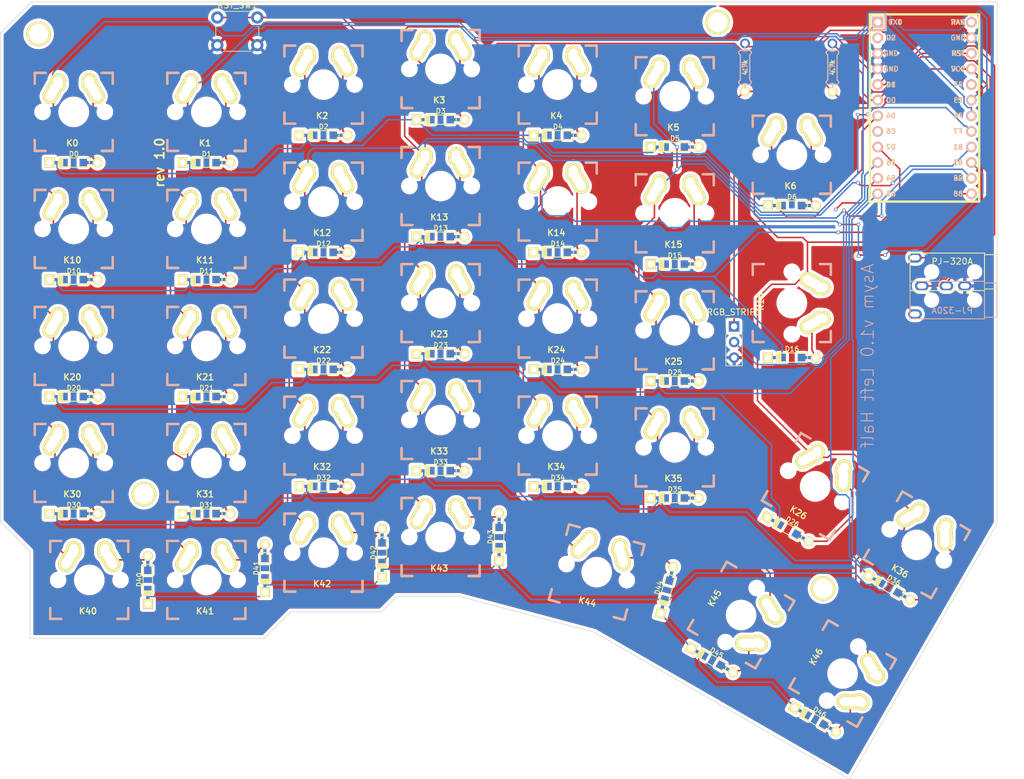
<source format=kicad_pcb>
(kicad_pcb (version 20171130) (host pcbnew "(5.1.10-1-10_14)")
  (title_block (title "Asym Keyboard Left Half") (date 2021-07-25) (rev 1.0) (comment 1 "Eilidh Southren") (comment 2 https://github.com/esouthren/asym))
  (layers (0 F.Cu signal) (31 B.Cu signal) (34 B.Paste user) (35 F.Paste user) (36 B.SilkS user) (37 F.SilkS user) (38 B.Mask user) (39 F.Mask user) (44 Edge.Cuts user))
  (net 0 "")
  (net 1 "Net-(D0-Pad2)")
  (net 2 row0)
  (net 3 "Net-(D1-Pad2)")
  (net 4 "Net-(D2-Pad2)")
  (net 5 "Net-(D3-Pad2)")
  (net 6 "Net-(D4-Pad2)")
  (net 7 "Net-(D5-Pad2)")
  (net 8 "Net-(D6-Pad2)")
  (net 9 "Net-(D10-Pad2)")
  (net 10 row1)
  (net 11 "Net-(D11-Pad2)")
  (net 12 "Net-(D12-Pad2)")
  (net 13 "Net-(D13-Pad2)")
  (net 14 "Net-(D14-Pad2)")
  (net 15 "Net-(D15-Pad2)")
  (net 16 "Net-(D16-Pad2)")
  (net 17 "Net-(D20-Pad2)")
  (net 18 row2)
  (net 19 "Net-(D21-Pad2)")
  (net 20 "Net-(D22-Pad2)")
  (net 21 "Net-(D23-Pad2)")
  (net 22 "Net-(D24-Pad2)")
  (net 23 "Net-(D25-Pad2)")
  (net 24 "Net-(D26-Pad2)")
  (net 25 "Net-(D30-Pad2)")
  (net 26 row3)
  (net 27 "Net-(D31-Pad2)")
  (net 28 "Net-(D32-Pad2)")
  (net 29 "Net-(D33-Pad2)")
  (net 30 "Net-(D34-Pad2)")
  (net 31 "Net-(D35-Pad2)")
  (net 32 "Net-(D36-Pad2)")
  (net 33 "Net-(D40-Pad2)")
  (net 34 row4)
  (net 35 "Net-(D41-Pad2)")
  (net 36 "Net-(D42-Pad2)")
  (net 37 "Net-(D43-Pad2)")
  (net 38 "Net-(D44-Pad2)")
  (net 39 "Net-(D45-Pad2)")
  (net 40 "Net-(D46-Pad2)")
  (net 41 col0)
  (net 42 col1)
  (net 43 col2)
  (net 44 col3)
  (net 45 col4)
  (net 46 col5)
  (net 47 col6)
  (net 48 VCC)
  (net 49 SDA)
  (net 50 SCL)
  (net 51 rgb_data)
  (net 52 GND)
  (net 53 RST)
  (net 54 "Net-(U1-Pad2)")
  (net 55 "Net-(U1-Pad8)")
  (net 56 "Net-(U1-Pad20)")
  (net 57 "Net-(U1-Pad24)")
  (module redox_footprints:Mx_Alps_100-dualside (layer F.Cu) (at 91.44 123.825)
    (fp_text reference K30 (at -0.22 5.08) (layer F.SilkS) (effects (font (thickness 0.2))))
    (fp_text value KEYSW hide)
    (pad 1 thru_hole oval (at -2.52 -4.79 3.9) (size 2.5 3.08) (drill oval 1.5 2.08) (layers *.Cu *.Mask F.SilkS) (net 41 col0))
    (pad 2 thru_hole oval (at 3.405 -3.27 29.05) (size 2.5 4.17) (drill oval 1.5 3.17) (layers *.Cu *.Mask F.SilkS) (net 25 "Net-(D30-Pad2)"))
    (pad HOLE np_thru_hole circle (at 0 0) (size 3.9878 3.9878) (drill 3.9878) (layers *.Cu))
    (pad HOLE np_thru_hole circle (at -5.08 0) (size 1.7018 1.7018) (drill 1.7018) (layers *.Cu))
    (pad HOLE np_thru_hole circle (at 5.08 0) (size 1.7018 1.7018) (drill 1.7018) (layers *.Cu))
    (pad 1 thru_hole oval (at -3.405 -3.27 330.95) (size 2.5 4.17) (drill oval 1.5 3.17) (layers *.Cu *.Mask F.SilkS) (net 41 col0))
    (pad 2 thru_hole oval (at 2.52 -4.79 356.1) (size 2.5 3.08) (drill oval 1.5 2.08) (layers *.Cu *.Mask F.SilkS) (net 25 "Net-(D30-Pad2)"))
  )
  (module redox_footprints:Mx_Alps_100-dualside (layer F.Cu) (at 113.03 123.825)
    (fp_text reference K31 (at -0.22 5.08) (layer F.SilkS) (effects (font (thickness 0.2))))
    (fp_text value KEYSW hide)
    (pad 1 thru_hole oval (at -2.52 -4.79 3.9) (size 2.5 3.08) (drill oval 1.5 2.08) (layers *.Cu *.Mask F.SilkS) (net 42 col1))
    (pad 2 thru_hole oval (at 3.405 -3.27 29.05) (size 2.5 4.17) (drill oval 1.5 3.17) (layers *.Cu *.Mask F.SilkS) (net 27 "Net-(D31-Pad2)"))
    (pad HOLE np_thru_hole circle (at 0 0) (size 3.9878 3.9878) (drill 3.9878) (layers *.Cu))
    (pad HOLE np_thru_hole circle (at -5.08 0) (size 1.7018 1.7018) (drill 1.7018) (layers *.Cu))
    (pad HOLE np_thru_hole circle (at 5.08 0) (size 1.7018 1.7018) (drill 1.7018) (layers *.Cu))
    (pad 1 thru_hole oval (at -3.405 -3.27 330.95) (size 2.5 4.17) (drill oval 1.5 3.17) (layers *.Cu *.Mask F.SilkS) (net 42 col1))
    (pad 2 thru_hole oval (at 2.52 -4.79 356.1) (size 2.5 3.08) (drill oval 1.5 2.08) (layers *.Cu *.Mask F.SilkS) (net 27 "Net-(D31-Pad2)"))
  )
  (module redox_footprints:Mx_Alps_150-dualsided (layer F.Cu) (at 208.28 97.79 270)
    (fp_text reference K16 (at -0.22 5.08 90) (layer F.SilkS) (effects (font (thickness 0.2))))
    (fp_text value KEYSW hide)
    (pad 1 thru_hole oval (at -2.52 -4.79 273.9) (size 2.5 3.08) (drill oval 1.5 2.08) (layers *.Cu *.Mask F.SilkS) (net 47 col6))
    (pad 2 thru_hole oval (at 3.405 -3.27 299.05) (size 2.5 4.17) (drill oval 1.5 3.17) (layers *.Cu *.Mask F.SilkS) (net 16 "Net-(D16-Pad2)"))
    (pad HOLE np_thru_hole circle (at 0 0 270) (size 3.9878 3.9878) (drill 3.9878) (layers *.Cu))
    (pad HOLE np_thru_hole circle (at -5.08 0 270) (size 1.7018 1.7018) (drill 1.7018) (layers *.Cu))
    (pad HOLE np_thru_hole circle (at 5.08 0 270) (size 1.7018 1.7018) (drill 1.7018) (layers *.Cu))
    (pad 1 thru_hole oval (at -3.405 -3.27 240.95) (size 2.5 4.17) (drill oval 1.5 3.17) (layers *.Cu *.Mask F.SilkS) (net 47 col6))
    (pad 2 thru_hole oval (at 2.52 -4.79 266.1) (size 2.5 3.08) (drill oval 1.5 2.08) (layers *.Cu *.Mask F.SilkS) (net 16 "Net-(D16-Pad2)"))
  )
  (module redox_footprints:Mx_Alps_125-dualside (layer F.Cu) (at 176.53 141.605 345)
    (fp_text reference K44 (at -0.22 5.08 165) (layer F.SilkS) (effects (font (thickness 0.2))))
    (fp_text value KEYSW hide)
    (pad 1 thru_hole oval (at -2.52 -4.79 348.9) (size 2.5 3.08) (drill oval 1.5 2.08) (layers *.Cu *.Mask F.SilkS) (net 45 col4))
    (pad 2 thru_hole oval (at 3.405 -3.27 14.05) (size 2.5 4.17) (drill oval 1.5 3.17) (layers *.Cu *.Mask F.SilkS) (net 38 "Net-(D44-Pad2)"))
    (pad HOLE np_thru_hole circle (at 0 0 345) (size 3.9878 3.9878) (drill 3.9878) (layers *.Cu))
    (pad HOLE np_thru_hole circle (at -5.08 0 345) (size 1.7018 1.7018) (drill 1.7018) (layers *.Cu))
    (pad HOLE np_thru_hole circle (at 5.08 0 345) (size 1.7018 1.7018) (drill 1.7018) (layers *.Cu))
    (pad 1 thru_hole oval (at -3.405 -3.27 315.95) (size 2.5 4.17) (drill oval 1.5 3.17) (layers *.Cu *.Mask F.SilkS) (net 45 col4))
    (pad 2 thru_hole oval (at 2.52 -4.79 341.1) (size 2.5 3.08) (drill oval 1.5 2.08) (layers *.Cu *.Mask F.SilkS) (net 38 "Net-(D44-Pad2)"))
  )
  (module redox_footprints:Mx_Alps_150-dualsided (layer F.Cu) (at 200.025 148.59 240)
    (fp_text reference K45 (at -0.22 5.08 60) (layer F.SilkS) (effects (font (thickness 0.2))))
    (fp_text value KEYSW hide)
    (pad 1 thru_hole oval (at -2.52 -4.79 243.9) (size 2.5 3.08) (drill oval 1.5 2.08) (layers *.Cu *.Mask F.SilkS) (net 46 col5))
    (pad 2 thru_hole oval (at 3.405 -3.27 269.05) (size 2.5 4.17) (drill oval 1.5 3.17) (layers *.Cu *.Mask F.SilkS) (net 39 "Net-(D45-Pad2)"))
    (pad HOLE np_thru_hole circle (at 0 0 240) (size 3.9878 3.9878) (drill 3.9878) (layers *.Cu))
    (pad HOLE np_thru_hole circle (at -5.08 0 240) (size 1.7018 1.7018) (drill 1.7018) (layers *.Cu))
    (pad HOLE np_thru_hole circle (at 5.08 0 240) (size 1.7018 1.7018) (drill 1.7018) (layers *.Cu))
    (pad 1 thru_hole oval (at -3.405 -3.27 210.95) (size 2.5 4.17) (drill oval 1.5 3.17) (layers *.Cu *.Mask F.SilkS) (net 46 col5))
    (pad 2 thru_hole oval (at 2.52 -4.79 236.1) (size 2.5 3.08) (drill oval 1.5 2.08) (layers *.Cu *.Mask F.SilkS) (net 39 "Net-(D45-Pad2)"))
  )
  (module redox_footprints:Mx_Alps_150-dualsided (layer F.Cu) (at 216.535 158.115 240)
    (fp_text reference K46 (at -0.22 5.08 60) (layer F.SilkS) (effects (font (thickness 0.2))))
    (fp_text value KEYSW hide)
    (pad 1 thru_hole oval (at -2.52 -4.79 243.9) (size 2.5 3.08) (drill oval 1.5 2.08) (layers *.Cu *.Mask F.SilkS) (net 47 col6))
    (pad 2 thru_hole oval (at 3.405 -3.27 269.05) (size 2.5 4.17) (drill oval 1.5 3.17) (layers *.Cu *.Mask F.SilkS) (net 40 "Net-(D46-Pad2)"))
    (pad HOLE np_thru_hole circle (at 0 0 240) (size 3.9878 3.9878) (drill 3.9878) (layers *.Cu))
    (pad HOLE np_thru_hole circle (at -5.08 0 240) (size 1.7018 1.7018) (drill 1.7018) (layers *.Cu))
    (pad HOLE np_thru_hole circle (at 5.08 0 240) (size 1.7018 1.7018) (drill 1.7018) (layers *.Cu))
    (pad 1 thru_hole oval (at -3.405 -3.27 210.95) (size 2.5 4.17) (drill oval 1.5 3.17) (layers *.Cu *.Mask F.SilkS) (net 47 col6))
    (pad 2 thru_hole oval (at 2.52 -4.79 236.1) (size 2.5 3.08) (drill oval 1.5 2.08) (layers *.Cu *.Mask F.SilkS) (net 40 "Net-(D46-Pad2)"))
  )
  (module redox_footprints:Mx_Alps_100-dualside (layer F.Cu) (at 113.03 66.675)
    (fp_text reference K1 (at -0.22 5.08) (layer F.SilkS) (effects (font (thickness 0.2))))
    (fp_text value KEYSW hide)
    (pad 1 thru_hole oval (at -2.52 -4.79 3.9) (size 2.5 3.08) (drill oval 1.5 2.08) (layers *.Cu *.Mask F.SilkS) (net 42 col1))
    (pad 2 thru_hole oval (at 3.405 -3.27 29.05) (size 2.5 4.17) (drill oval 1.5 3.17) (layers *.Cu *.Mask F.SilkS) (net 3 "Net-(D1-Pad2)"))
    (pad HOLE np_thru_hole circle (at 0 0) (size 3.9878 3.9878) (drill 3.9878) (layers *.Cu))
    (pad HOLE np_thru_hole circle (at -5.08 0) (size 1.7018 1.7018) (drill 1.7018) (layers *.Cu))
    (pad HOLE np_thru_hole circle (at 5.08 0) (size 1.7018 1.7018) (drill 1.7018) (layers *.Cu))
    (pad 1 thru_hole oval (at -3.405 -3.27 330.95) (size 2.5 4.17) (drill oval 1.5 3.17) (layers *.Cu *.Mask F.SilkS) (net 42 col1))
    (pad 2 thru_hole oval (at 2.52 -4.79 356.1) (size 2.5 3.08) (drill oval 1.5 2.08) (layers *.Cu *.Mask F.SilkS) (net 3 "Net-(D1-Pad2)"))
  )
  (module redox_footprints:Mx_Alps_100-dualside (layer F.Cu) (at 91.44 66.675)
    (fp_text reference K0 (at -0.22 5.08) (layer F.SilkS) (effects (font (thickness 0.2))))
    (fp_text value KEYSW hide)
    (pad 1 thru_hole oval (at -2.52 -4.79 3.9) (size 2.5 3.08) (drill oval 1.5 2.08) (layers *.Cu *.Mask F.SilkS) (net 41 col0))
    (pad 2 thru_hole oval (at 3.405 -3.27 29.05) (size 2.5 4.17) (drill oval 1.5 3.17) (layers *.Cu *.Mask F.SilkS) (net 1 "Net-(D0-Pad2)"))
    (pad HOLE np_thru_hole circle (at 0 0) (size 3.9878 3.9878) (drill 3.9878) (layers *.Cu))
    (pad HOLE np_thru_hole circle (at -5.08 0) (size 1.7018 1.7018) (drill 1.7018) (layers *.Cu))
    (pad HOLE np_thru_hole circle (at 5.08 0) (size 1.7018 1.7018) (drill 1.7018) (layers *.Cu))
    (pad 1 thru_hole oval (at -3.405 -3.27 330.95) (size 2.5 4.17) (drill oval 1.5 3.17) (layers *.Cu *.Mask F.SilkS) (net 41 col0))
    (pad 2 thru_hole oval (at 2.52 -4.79 356.1) (size 2.5 3.08) (drill oval 1.5 2.08) (layers *.Cu *.Mask F.SilkS) (net 1 "Net-(D0-Pad2)"))
  )
  (module redox_footprints:Mx_Alps_100-dualside (layer F.Cu) (at 132.08 62.23)
    (fp_text reference K2 (at -0.22 5.08) (layer F.SilkS) (effects (font (thickness 0.2))))
    (fp_text value KEYSW hide)
    (pad 1 thru_hole oval (at -2.52 -4.79 3.9) (size 2.5 3.08) (drill oval 1.5 2.08) (layers *.Cu *.Mask F.SilkS) (net 43 col2))
    (pad 2 thru_hole oval (at 3.405 -3.27 29.05) (size 2.5 4.17) (drill oval 1.5 3.17) (layers *.Cu *.Mask F.SilkS) (net 4 "Net-(D2-Pad2)"))
    (pad HOLE np_thru_hole circle (at 0 0) (size 3.9878 3.9878) (drill 3.9878) (layers *.Cu))
    (pad HOLE np_thru_hole circle (at -5.08 0) (size 1.7018 1.7018) (drill 1.7018) (layers *.Cu))
    (pad HOLE np_thru_hole circle (at 5.08 0) (size 1.7018 1.7018) (drill 1.7018) (layers *.Cu))
    (pad 1 thru_hole oval (at -3.405 -3.27 330.95) (size 2.5 4.17) (drill oval 1.5 3.17) (layers *.Cu *.Mask F.SilkS) (net 43 col2))
    (pad 2 thru_hole oval (at 2.52 -4.79 356.1) (size 2.5 3.08) (drill oval 1.5 2.08) (layers *.Cu *.Mask F.SilkS) (net 4 "Net-(D2-Pad2)"))
  )
  (module redox_footprints:Mx_Alps_100-dualside (layer F.Cu) (at 151.13 59.69)
    (fp_text reference K3 (at -0.22 5.08) (layer F.SilkS) (effects (font (thickness 0.2))))
    (fp_text value KEYSW hide)
    (pad 1 thru_hole oval (at -2.52 -4.79 3.9) (size 2.5 3.08) (drill oval 1.5 2.08) (layers *.Cu *.Mask F.SilkS) (net 44 col3))
    (pad 2 thru_hole oval (at 3.405 -3.27 29.05) (size 2.5 4.17) (drill oval 1.5 3.17) (layers *.Cu *.Mask F.SilkS) (net 5 "Net-(D3-Pad2)"))
    (pad HOLE np_thru_hole circle (at 0 0) (size 3.9878 3.9878) (drill 3.9878) (layers *.Cu))
    (pad HOLE np_thru_hole circle (at -5.08 0) (size 1.7018 1.7018) (drill 1.7018) (layers *.Cu))
    (pad HOLE np_thru_hole circle (at 5.08 0) (size 1.7018 1.7018) (drill 1.7018) (layers *.Cu))
    (pad 1 thru_hole oval (at -3.405 -3.27 330.95) (size 2.5 4.17) (drill oval 1.5 3.17) (layers *.Cu *.Mask F.SilkS) (net 44 col3))
    (pad 2 thru_hole oval (at 2.52 -4.79 356.1) (size 2.5 3.08) (drill oval 1.5 2.08) (layers *.Cu *.Mask F.SilkS) (net 5 "Net-(D3-Pad2)"))
  )
  (module redox_footprints:Mx_Alps_100-dualside (layer F.Cu) (at 170.18 62.23)
    (fp_text reference K4 (at -0.22 5.08) (layer F.SilkS) (effects (font (thickness 0.2))))
    (fp_text value KEYSW hide)
    (pad 1 thru_hole oval (at -2.52 -4.79 3.9) (size 2.5 3.08) (drill oval 1.5 2.08) (layers *.Cu *.Mask F.SilkS) (net 45 col4))
    (pad 2 thru_hole oval (at 3.405 -3.27 29.05) (size 2.5 4.17) (drill oval 1.5 3.17) (layers *.Cu *.Mask F.SilkS) (net 6 "Net-(D4-Pad2)"))
    (pad HOLE np_thru_hole circle (at 0 0) (size 3.9878 3.9878) (drill 3.9878) (layers *.Cu))
    (pad HOLE np_thru_hole circle (at -5.08 0) (size 1.7018 1.7018) (drill 1.7018) (layers *.Cu))
    (pad HOLE np_thru_hole circle (at 5.08 0) (size 1.7018 1.7018) (drill 1.7018) (layers *.Cu))
    (pad 1 thru_hole oval (at -3.405 -3.27 330.95) (size 2.5 4.17) (drill oval 1.5 3.17) (layers *.Cu *.Mask F.SilkS) (net 45 col4))
    (pad 2 thru_hole oval (at 2.52 -4.79 356.1) (size 2.5 3.08) (drill oval 1.5 2.08) (layers *.Cu *.Mask F.SilkS) (net 6 "Net-(D4-Pad2)"))
  )
  (module redox_footprints:Mx_Alps_100-dualside (layer F.Cu) (at 189.23 64.135)
    (fp_text reference K5 (at -0.22 5.08) (layer F.SilkS) (effects (font (thickness 0.2))))
    (fp_text value KEYSW hide)
    (pad 1 thru_hole oval (at -2.52 -4.79 3.9) (size 2.5 3.08) (drill oval 1.5 2.08) (layers *.Cu *.Mask F.SilkS) (net 46 col5))
    (pad 2 thru_hole oval (at 3.405 -3.27 29.05) (size 2.5 4.17) (drill oval 1.5 3.17) (layers *.Cu *.Mask F.SilkS) (net 7 "Net-(D5-Pad2)"))
    (pad HOLE np_thru_hole circle (at 0 0) (size 3.9878 3.9878) (drill 3.9878) (layers *.Cu))
    (pad HOLE np_thru_hole circle (at -5.08 0) (size 1.7018 1.7018) (drill 1.7018) (layers *.Cu))
    (pad HOLE np_thru_hole circle (at 5.08 0) (size 1.7018 1.7018) (drill 1.7018) (layers *.Cu))
    (pad 1 thru_hole oval (at -3.405 -3.27 330.95) (size 2.5 4.17) (drill oval 1.5 3.17) (layers *.Cu *.Mask F.SilkS) (net 46 col5))
    (pad 2 thru_hole oval (at 2.52 -4.79 356.1) (size 2.5 3.08) (drill oval 1.5 2.08) (layers *.Cu *.Mask F.SilkS) (net 7 "Net-(D5-Pad2)"))
  )
  (module redox_footprints:Mx_Alps_100-dualside (layer F.Cu) (at 208.28 73.66)
    (fp_text reference K6 (at -0.22 5.08) (layer F.SilkS) (effects (font (thickness 0.2))))
    (fp_text value KEYSW hide)
    (pad 1 thru_hole oval (at -2.52 -4.79 3.9) (size 2.5 3.08) (drill oval 1.5 2.08) (layers *.Cu *.Mask F.SilkS) (net 47 col6))
    (pad 2 thru_hole oval (at 3.405 -3.27 29.05) (size 2.5 4.17) (drill oval 1.5 3.17) (layers *.Cu *.Mask F.SilkS) (net 8 "Net-(D6-Pad2)"))
    (pad HOLE np_thru_hole circle (at 0 0) (size 3.9878 3.9878) (drill 3.9878) (layers *.Cu))
    (pad HOLE np_thru_hole circle (at -5.08 0) (size 1.7018 1.7018) (drill 1.7018) (layers *.Cu))
    (pad HOLE np_thru_hole circle (at 5.08 0) (size 1.7018 1.7018) (drill 1.7018) (layers *.Cu))
    (pad 1 thru_hole oval (at -3.405 -3.27 330.95) (size 2.5 4.17) (drill oval 1.5 3.17) (layers *.Cu *.Mask F.SilkS) (net 47 col6))
    (pad 2 thru_hole oval (at 2.52 -4.79 356.1) (size 2.5 3.08) (drill oval 1.5 2.08) (layers *.Cu *.Mask F.SilkS) (net 8 "Net-(D6-Pad2)"))
  )
  (module redox_footprints:Mx_Alps_100-dualside (layer F.Cu) (at 91.44 85.725)
    (fp_text reference K10 (at -0.22 5.08) (layer F.SilkS) (effects (font (thickness 0.2))))
    (fp_text value KEYSW hide)
    (pad 1 thru_hole oval (at -2.52 -4.79 3.9) (size 2.5 3.08) (drill oval 1.5 2.08) (layers *.Cu *.Mask F.SilkS) (net 41 col0))
    (pad 2 thru_hole oval (at 3.405 -3.27 29.05) (size 2.5 4.17) (drill oval 1.5 3.17) (layers *.Cu *.Mask F.SilkS) (net 9 "Net-(D10-Pad2)"))
    (pad HOLE np_thru_hole circle (at 0 0) (size 3.9878 3.9878) (drill 3.9878) (layers *.Cu))
    (pad HOLE np_thru_hole circle (at -5.08 0) (size 1.7018 1.7018) (drill 1.7018) (layers *.Cu))
    (pad HOLE np_thru_hole circle (at 5.08 0) (size 1.7018 1.7018) (drill 1.7018) (layers *.Cu))
    (pad 1 thru_hole oval (at -3.405 -3.27 330.95) (size 2.5 4.17) (drill oval 1.5 3.17) (layers *.Cu *.Mask F.SilkS) (net 41 col0))
    (pad 2 thru_hole oval (at 2.52 -4.79 356.1) (size 2.5 3.08) (drill oval 1.5 2.08) (layers *.Cu *.Mask F.SilkS) (net 9 "Net-(D10-Pad2)"))
  )
  (module redox_footprints:Mx_Alps_100-dualside (layer F.Cu) (at 113.03 85.725)
    (fp_text reference K11 (at -0.22 5.08) (layer F.SilkS) (effects (font (thickness 0.2))))
    (fp_text value KEYSW hide)
    (pad 1 thru_hole oval (at -2.52 -4.79 3.9) (size 2.5 3.08) (drill oval 1.5 2.08) (layers *.Cu *.Mask F.SilkS) (net 42 col1))
    (pad 2 thru_hole oval (at 3.405 -3.27 29.05) (size 2.5 4.17) (drill oval 1.5 3.17) (layers *.Cu *.Mask F.SilkS) (net 11 "Net-(D11-Pad2)"))
    (pad HOLE np_thru_hole circle (at 0 0) (size 3.9878 3.9878) (drill 3.9878) (layers *.Cu))
    (pad HOLE np_thru_hole circle (at -5.08 0) (size 1.7018 1.7018) (drill 1.7018) (layers *.Cu))
    (pad HOLE np_thru_hole circle (at 5.08 0) (size 1.7018 1.7018) (drill 1.7018) (layers *.Cu))
    (pad 1 thru_hole oval (at -3.405 -3.27 330.95) (size 2.5 4.17) (drill oval 1.5 3.17) (layers *.Cu *.Mask F.SilkS) (net 42 col1))
    (pad 2 thru_hole oval (at 2.52 -4.79 356.1) (size 2.5 3.08) (drill oval 1.5 2.08) (layers *.Cu *.Mask F.SilkS) (net 11 "Net-(D11-Pad2)"))
  )
  (module redox_footprints:Mx_Alps_100-dualside (layer F.Cu) (at 132.08 81.28)
    (fp_text reference K12 (at -0.22 5.08) (layer F.SilkS) (effects (font (thickness 0.2))))
    (fp_text value KEYSW hide)
    (pad 1 thru_hole oval (at -2.52 -4.79 3.9) (size 2.5 3.08) (drill oval 1.5 2.08) (layers *.Cu *.Mask F.SilkS) (net 43 col2))
    (pad 2 thru_hole oval (at 3.405 -3.27 29.05) (size 2.5 4.17) (drill oval 1.5 3.17) (layers *.Cu *.Mask F.SilkS) (net 12 "Net-(D12-Pad2)"))
    (pad HOLE np_thru_hole circle (at 0 0) (size 3.9878 3.9878) (drill 3.9878) (layers *.Cu))
    (pad HOLE np_thru_hole circle (at -5.08 0) (size 1.7018 1.7018) (drill 1.7018) (layers *.Cu))
    (pad HOLE np_thru_hole circle (at 5.08 0) (size 1.7018 1.7018) (drill 1.7018) (layers *.Cu))
    (pad 1 thru_hole oval (at -3.405 -3.27 330.95) (size 2.5 4.17) (drill oval 1.5 3.17) (layers *.Cu *.Mask F.SilkS) (net 43 col2))
    (pad 2 thru_hole oval (at 2.52 -4.79 356.1) (size 2.5 3.08) (drill oval 1.5 2.08) (layers *.Cu *.Mask F.SilkS) (net 12 "Net-(D12-Pad2)"))
  )
  (module redox_footprints:Mx_Alps_100-dualside (layer F.Cu) (at 151.13 78.74)
    (fp_text reference K13 (at -0.22 5.08) (layer F.SilkS) (effects (font (thickness 0.2))))
    (fp_text value KEYSW hide)
    (pad 1 thru_hole oval (at -2.52 -4.79 3.9) (size 2.5 3.08) (drill oval 1.5 2.08) (layers *.Cu *.Mask F.SilkS) (net 44 col3))
    (pad 2 thru_hole oval (at 3.405 -3.27 29.05) (size 2.5 4.17) (drill oval 1.5 3.17) (layers *.Cu *.Mask F.SilkS) (net 13 "Net-(D13-Pad2)"))
    (pad HOLE np_thru_hole circle (at 0 0) (size 3.9878 3.9878) (drill 3.9878) (layers *.Cu))
    (pad HOLE np_thru_hole circle (at -5.08 0) (size 1.7018 1.7018) (drill 1.7018) (layers *.Cu))
    (pad HOLE np_thru_hole circle (at 5.08 0) (size 1.7018 1.7018) (drill 1.7018) (layers *.Cu))
    (pad 1 thru_hole oval (at -3.405 -3.27 330.95) (size 2.5 4.17) (drill oval 1.5 3.17) (layers *.Cu *.Mask F.SilkS) (net 44 col3))
    (pad 2 thru_hole oval (at 2.52 -4.79 356.1) (size 2.5 3.08) (drill oval 1.5 2.08) (layers *.Cu *.Mask F.SilkS) (net 13 "Net-(D13-Pad2)"))
  )
  (module redox_footprints:Mx_Alps_100-dualside (layer F.Cu) (at 170.18 81.28)
    (fp_text reference K14 (at -0.22 5.08) (layer F.SilkS) (effects (font (thickness 0.2))))
    (fp_text value KEYSW hide)
    (pad 1 thru_hole oval (at -2.52 -4.79 3.9) (size 2.5 3.08) (drill oval 1.5 2.08) (layers *.Cu *.Mask F.SilkS) (net 45 col4))
    (pad 2 thru_hole oval (at 3.405 -3.27 29.05) (size 2.5 4.17) (drill oval 1.5 3.17) (layers *.Cu *.Mask F.SilkS) (net 14 "Net-(D14-Pad2)"))
    (pad HOLE np_thru_hole circle (at 0 0) (size 3.9878 3.9878) (drill 3.9878) (layers *.Cu))
    (pad HOLE np_thru_hole circle (at -5.08 0) (size 1.7018 1.7018) (drill 1.7018) (layers *.Cu))
    (pad HOLE np_thru_hole circle (at 5.08 0) (size 1.7018 1.7018) (drill 1.7018) (layers *.Cu))
    (pad 1 thru_hole oval (at -3.405 -3.27 330.95) (size 2.5 4.17) (drill oval 1.5 3.17) (layers *.Cu *.Mask F.SilkS) (net 45 col4))
    (pad 2 thru_hole oval (at 2.52 -4.79 356.1) (size 2.5 3.08) (drill oval 1.5 2.08) (layers *.Cu *.Mask F.SilkS) (net 14 "Net-(D14-Pad2)"))
  )
  (module redox_footprints:Mx_Alps_100-dualside (layer F.Cu) (at 189.23 83.185)
    (fp_text reference K15 (at -0.22 5.08) (layer F.SilkS) (effects (font (thickness 0.2))))
    (fp_text value KEYSW hide)
    (pad 1 thru_hole oval (at -2.52 -4.79 3.9) (size 2.5 3.08) (drill oval 1.5 2.08) (layers *.Cu *.Mask F.SilkS) (net 46 col5))
    (pad 2 thru_hole oval (at 3.405 -3.27 29.05) (size 2.5 4.17) (drill oval 1.5 3.17) (layers *.Cu *.Mask F.SilkS) (net 15 "Net-(D15-Pad2)"))
    (pad HOLE np_thru_hole circle (at 0 0) (size 3.9878 3.9878) (drill 3.9878) (layers *.Cu))
    (pad HOLE np_thru_hole circle (at -5.08 0) (size 1.7018 1.7018) (drill 1.7018) (layers *.Cu))
    (pad HOLE np_thru_hole circle (at 5.08 0) (size 1.7018 1.7018) (drill 1.7018) (layers *.Cu))
    (pad 1 thru_hole oval (at -3.405 -3.27 330.95) (size 2.5 4.17) (drill oval 1.5 3.17) (layers *.Cu *.Mask F.SilkS) (net 46 col5))
    (pad 2 thru_hole oval (at 2.52 -4.79 356.1) (size 2.5 3.08) (drill oval 1.5 2.08) (layers *.Cu *.Mask F.SilkS) (net 15 "Net-(D15-Pad2)"))
  )
  (module redox_footprints:Mx_Alps_100-dualside (layer F.Cu) (at 91.44 104.775)
    (fp_text reference K20 (at -0.22 5.08) (layer F.SilkS) (effects (font (thickness 0.2))))
    (fp_text value KEYSW hide)
    (pad 1 thru_hole oval (at -2.52 -4.79 3.9) (size 2.5 3.08) (drill oval 1.5 2.08) (layers *.Cu *.Mask F.SilkS) (net 41 col0))
    (pad 2 thru_hole oval (at 3.405 -3.27 29.05) (size 2.5 4.17) (drill oval 1.5 3.17) (layers *.Cu *.Mask F.SilkS) (net 17 "Net-(D20-Pad2)"))
    (pad HOLE np_thru_hole circle (at 0 0) (size 3.9878 3.9878) (drill 3.9878) (layers *.Cu))
    (pad HOLE np_thru_hole circle (at -5.08 0) (size 1.7018 1.7018) (drill 1.7018) (layers *.Cu))
    (pad HOLE np_thru_hole circle (at 5.08 0) (size 1.7018 1.7018) (drill 1.7018) (layers *.Cu))
    (pad 1 thru_hole oval (at -3.405 -3.27 330.95) (size 2.5 4.17) (drill oval 1.5 3.17) (layers *.Cu *.Mask F.SilkS) (net 41 col0))
    (pad 2 thru_hole oval (at 2.52 -4.79 356.1) (size 2.5 3.08) (drill oval 1.5 2.08) (layers *.Cu *.Mask F.SilkS) (net 17 "Net-(D20-Pad2)"))
  )
  (module redox_footprints:Mx_Alps_100-dualside (layer F.Cu) (at 113.03 104.775)
    (fp_text reference K21 (at -0.22 5.08) (layer F.SilkS) (effects (font (thickness 0.2))))
    (fp_text value KEYSW hide)
    (pad 1 thru_hole oval (at -2.52 -4.79 3.9) (size 2.5 3.08) (drill oval 1.5 2.08) (layers *.Cu *.Mask F.SilkS) (net 42 col1))
    (pad 2 thru_hole oval (at 3.405 -3.27 29.05) (size 2.5 4.17) (drill oval 1.5 3.17) (layers *.Cu *.Mask F.SilkS) (net 19 "Net-(D21-Pad2)"))
    (pad HOLE np_thru_hole circle (at 0 0) (size 3.9878 3.9878) (drill 3.9878) (layers *.Cu))
    (pad HOLE np_thru_hole circle (at -5.08 0) (size 1.7018 1.7018) (drill 1.7018) (layers *.Cu))
    (pad HOLE np_thru_hole circle (at 5.08 0) (size 1.7018 1.7018) (drill 1.7018) (layers *.Cu))
    (pad 1 thru_hole oval (at -3.405 -3.27 330.95) (size 2.5 4.17) (drill oval 1.5 3.17) (layers *.Cu *.Mask F.SilkS) (net 42 col1))
    (pad 2 thru_hole oval (at 2.52 -4.79 356.1) (size 2.5 3.08) (drill oval 1.5 2.08) (layers *.Cu *.Mask F.SilkS) (net 19 "Net-(D21-Pad2)"))
  )
  (module redox_footprints:Mx_Alps_100-dualside (layer F.Cu) (at 132.08 100.33)
    (fp_text reference K22 (at -0.22 5.08) (layer F.SilkS) (effects (font (thickness 0.2))))
    (fp_text value KEYSW hide)
    (pad 1 thru_hole oval (at -2.52 -4.79 3.9) (size 2.5 3.08) (drill oval 1.5 2.08) (layers *.Cu *.Mask F.SilkS) (net 43 col2))
    (pad 2 thru_hole oval (at 3.405 -3.27 29.05) (size 2.5 4.17) (drill oval 1.5 3.17) (layers *.Cu *.Mask F.SilkS) (net 20 "Net-(D22-Pad2)"))
    (pad HOLE np_thru_hole circle (at 0 0) (size 3.9878 3.9878) (drill 3.9878) (layers *.Cu))
    (pad HOLE np_thru_hole circle (at -5.08 0) (size 1.7018 1.7018) (drill 1.7018) (layers *.Cu))
    (pad HOLE np_thru_hole circle (at 5.08 0) (size 1.7018 1.7018) (drill 1.7018) (layers *.Cu))
    (pad 1 thru_hole oval (at -3.405 -3.27 330.95) (size 2.5 4.17) (drill oval 1.5 3.17) (layers *.Cu *.Mask F.SilkS) (net 43 col2))
    (pad 2 thru_hole oval (at 2.52 -4.79 356.1) (size 2.5 3.08) (drill oval 1.5 2.08) (layers *.Cu *.Mask F.SilkS) (net 20 "Net-(D22-Pad2)"))
  )
  (module redox_footprints:Mx_Alps_100-dualside (layer F.Cu) (at 151.13 97.79)
    (fp_text reference K23 (at -0.22 5.08) (layer F.SilkS) (effects (font (thickness 0.2))))
    (fp_text value KEYSW hide)
    (pad 1 thru_hole oval (at -2.52 -4.79 3.9) (size 2.5 3.08) (drill oval 1.5 2.08) (layers *.Cu *.Mask F.SilkS) (net 44 col3))
    (pad 2 thru_hole oval (at 3.405 -3.27 29.05) (size 2.5 4.17) (drill oval 1.5 3.17) (layers *.Cu *.Mask F.SilkS) (net 21 "Net-(D23-Pad2)"))
    (pad HOLE np_thru_hole circle (at 0 0) (size 3.9878 3.9878) (drill 3.9878) (layers *.Cu))
    (pad HOLE np_thru_hole circle (at -5.08 0) (size 1.7018 1.7018) (drill 1.7018) (layers *.Cu))
    (pad HOLE np_thru_hole circle (at 5.08 0) (size 1.7018 1.7018) (drill 1.7018) (layers *.Cu))
    (pad 1 thru_hole oval (at -3.405 -3.27 330.95) (size 2.5 4.17) (drill oval 1.5 3.17) (layers *.Cu *.Mask F.SilkS) (net 44 col3))
    (pad 2 thru_hole oval (at 2.52 -4.79 356.1) (size 2.5 3.08) (drill oval 1.5 2.08) (layers *.Cu *.Mask F.SilkS) (net 21 "Net-(D23-Pad2)"))
  )
  (module redox_footprints:Mx_Alps_100-dualside (layer F.Cu) (at 170.18 100.33)
    (fp_text reference K24 (at -0.22 5.08) (layer F.SilkS) (effects (font (thickness 0.2))))
    (fp_text value KEYSW hide)
    (pad 1 thru_hole oval (at -2.52 -4.79 3.9) (size 2.5 3.08) (drill oval 1.5 2.08) (layers *.Cu *.Mask F.SilkS) (net 45 col4))
    (pad 2 thru_hole oval (at 3.405 -3.27 29.05) (size 2.5 4.17) (drill oval 1.5 3.17) (layers *.Cu *.Mask F.SilkS) (net 22 "Net-(D24-Pad2)"))
    (pad HOLE np_thru_hole circle (at 0 0) (size 3.9878 3.9878) (drill 3.9878) (layers *.Cu))
    (pad HOLE np_thru_hole circle (at -5.08 0) (size 1.7018 1.7018) (drill 1.7018) (layers *.Cu))
    (pad HOLE np_thru_hole circle (at 5.08 0) (size 1.7018 1.7018) (drill 1.7018) (layers *.Cu))
    (pad 1 thru_hole oval (at -3.405 -3.27 330.95) (size 2.5 4.17) (drill oval 1.5 3.17) (layers *.Cu *.Mask F.SilkS) (net 45 col4))
    (pad 2 thru_hole oval (at 2.52 -4.79 356.1) (size 2.5 3.08) (drill oval 1.5 2.08) (layers *.Cu *.Mask F.SilkS) (net 22 "Net-(D24-Pad2)"))
  )
  (module redox_footprints:Mx_Alps_100-dualside (layer F.Cu) (at 189.23 102.235)
    (fp_text reference K25 (at -0.22 5.08) (layer F.SilkS) (effects (font (thickness 0.2))))
    (fp_text value KEYSW hide)
    (pad 1 thru_hole oval (at -2.52 -4.79 3.9) (size 2.5 3.08) (drill oval 1.5 2.08) (layers *.Cu *.Mask F.SilkS) (net 46 col5))
    (pad 2 thru_hole oval (at 3.405 -3.27 29.05) (size 2.5 4.17) (drill oval 1.5 3.17) (layers *.Cu *.Mask F.SilkS) (net 23 "Net-(D25-Pad2)"))
    (pad HOLE np_thru_hole circle (at 0 0) (size 3.9878 3.9878) (drill 3.9878) (layers *.Cu))
    (pad HOLE np_thru_hole circle (at -5.08 0) (size 1.7018 1.7018) (drill 1.7018) (layers *.Cu))
    (pad HOLE np_thru_hole circle (at 5.08 0) (size 1.7018 1.7018) (drill 1.7018) (layers *.Cu))
    (pad 1 thru_hole oval (at -3.405 -3.27 330.95) (size 2.5 4.17) (drill oval 1.5 3.17) (layers *.Cu *.Mask F.SilkS) (net 46 col5))
    (pad 2 thru_hole oval (at 2.52 -4.79 356.1) (size 2.5 3.08) (drill oval 1.5 2.08) (layers *.Cu *.Mask F.SilkS) (net 23 "Net-(D25-Pad2)"))
  )
  (module redox_footprints:Mx_Alps_100-dualside (layer F.Cu) (at 212.09 127.635 330)
    (fp_text reference K26 (at -0.22 5.08 150) (layer F.SilkS) (effects (font (thickness 0.2))))
    (fp_text value KEYSW hide)
    (pad 1 thru_hole oval (at -2.52 -4.79 333.9) (size 2.5 3.08) (drill oval 1.5 2.08) (layers *.Cu *.Mask F.SilkS) (net 47 col6))
    (pad 2 thru_hole oval (at 3.405 -3.27 359.05) (size 2.5 4.17) (drill oval 1.5 3.17) (layers *.Cu *.Mask F.SilkS) (net 24 "Net-(D26-Pad2)"))
    (pad HOLE np_thru_hole circle (at 0 0 330) (size 3.9878 3.9878) (drill 3.9878) (layers *.Cu))
    (pad HOLE np_thru_hole circle (at -5.08 0 330) (size 1.7018 1.7018) (drill 1.7018) (layers *.Cu))
    (pad HOLE np_thru_hole circle (at 5.08 0 330) (size 1.7018 1.7018) (drill 1.7018) (layers *.Cu))
    (pad 1 thru_hole oval (at -3.405 -3.27 300.95) (size 2.5 4.17) (drill oval 1.5 3.17) (layers *.Cu *.Mask F.SilkS) (net 47 col6))
    (pad 2 thru_hole oval (at 2.52 -4.79 326.1) (size 2.5 3.08) (drill oval 1.5 2.08) (layers *.Cu *.Mask F.SilkS) (net 24 "Net-(D26-Pad2)"))
  )
  (module redox_footprints:Mx_Alps_100-dualside (layer F.Cu) (at 132.08 119.38)
    (fp_text reference K32 (at -0.22 5.08) (layer F.SilkS) (effects (font (thickness 0.2))))
    (fp_text value KEYSW hide)
    (pad 1 thru_hole oval (at -2.52 -4.79 3.9) (size 2.5 3.08) (drill oval 1.5 2.08) (layers *.Cu *.Mask F.SilkS) (net 43 col2))
    (pad 2 thru_hole oval (at 3.405 -3.27 29.05) (size 2.5 4.17) (drill oval 1.5 3.17) (layers *.Cu *.Mask F.SilkS) (net 28 "Net-(D32-Pad2)"))
    (pad HOLE np_thru_hole circle (at 0 0) (size 3.9878 3.9878) (drill 3.9878) (layers *.Cu))
    (pad HOLE np_thru_hole circle (at -5.08 0) (size 1.7018 1.7018) (drill 1.7018) (layers *.Cu))
    (pad HOLE np_thru_hole circle (at 5.08 0) (size 1.7018 1.7018) (drill 1.7018) (layers *.Cu))
    (pad 1 thru_hole oval (at -3.405 -3.27 330.95) (size 2.5 4.17) (drill oval 1.5 3.17) (layers *.Cu *.Mask F.SilkS) (net 43 col2))
    (pad 2 thru_hole oval (at 2.52 -4.79 356.1) (size 2.5 3.08) (drill oval 1.5 2.08) (layers *.Cu *.Mask F.SilkS) (net 28 "Net-(D32-Pad2)"))
  )
  (module redox_footprints:Mx_Alps_100-dualside (layer F.Cu) (at 151.13 116.84)
    (fp_text reference K33 (at -0.22 5.08) (layer F.SilkS) (effects (font (thickness 0.2))))
    (fp_text value KEYSW hide)
    (pad 1 thru_hole oval (at -2.52 -4.79 3.9) (size 2.5 3.08) (drill oval 1.5 2.08) (layers *.Cu *.Mask F.SilkS) (net 44 col3))
    (pad 2 thru_hole oval (at 3.405 -3.27 29.05) (size 2.5 4.17) (drill oval 1.5 3.17) (layers *.Cu *.Mask F.SilkS) (net 29 "Net-(D33-Pad2)"))
    (pad HOLE np_thru_hole circle (at 0 0) (size 3.9878 3.9878) (drill 3.9878) (layers *.Cu))
    (pad HOLE np_thru_hole circle (at -5.08 0) (size 1.7018 1.7018) (drill 1.7018) (layers *.Cu))
    (pad HOLE np_thru_hole circle (at 5.08 0) (size 1.7018 1.7018) (drill 1.7018) (layers *.Cu))
    (pad 1 thru_hole oval (at -3.405 -3.27 330.95) (size 2.5 4.17) (drill oval 1.5 3.17) (layers *.Cu *.Mask F.SilkS) (net 44 col3))
    (pad 2 thru_hole oval (at 2.52 -4.79 356.1) (size 2.5 3.08) (drill oval 1.5 2.08) (layers *.Cu *.Mask F.SilkS) (net 29 "Net-(D33-Pad2)"))
  )
  (module redox_footprints:Mx_Alps_100-dualside (layer F.Cu) (at 170.18 119.38)
    (fp_text reference K34 (at -0.22 5.08) (layer F.SilkS) (effects (font (thickness 0.2))))
    (fp_text value KEYSW hide)
    (pad 1 thru_hole oval (at -2.52 -4.79 3.9) (size 2.5 3.08) (drill oval 1.5 2.08) (layers *.Cu *.Mask F.SilkS) (net 45 col4))
    (pad 2 thru_hole oval (at 3.405 -3.27 29.05) (size 2.5 4.17) (drill oval 1.5 3.17) (layers *.Cu *.Mask F.SilkS) (net 30 "Net-(D34-Pad2)"))
    (pad HOLE np_thru_hole circle (at 0 0) (size 3.9878 3.9878) (drill 3.9878) (layers *.Cu))
    (pad HOLE np_thru_hole circle (at -5.08 0) (size 1.7018 1.7018) (drill 1.7018) (layers *.Cu))
    (pad HOLE np_thru_hole circle (at 5.08 0) (size 1.7018 1.7018) (drill 1.7018) (layers *.Cu))
    (pad 1 thru_hole oval (at -3.405 -3.27 330.95) (size 2.5 4.17) (drill oval 1.5 3.17) (layers *.Cu *.Mask F.SilkS) (net 45 col4))
    (pad 2 thru_hole oval (at 2.52 -4.79 356.1) (size 2.5 3.08) (drill oval 1.5 2.08) (layers *.Cu *.Mask F.SilkS) (net 30 "Net-(D34-Pad2)"))
  )
  (module redox_footprints:Mx_Alps_100-dualside (layer F.Cu) (at 189.23 121.285)
    (fp_text reference K35 (at -0.22 5.08) (layer F.SilkS) (effects (font (thickness 0.2))))
    (fp_text value KEYSW hide)
    (pad 1 thru_hole oval (at -2.52 -4.79 3.9) (size 2.5 3.08) (drill oval 1.5 2.08) (layers *.Cu *.Mask F.SilkS) (net 46 col5))
    (pad 2 thru_hole oval (at 3.405 -3.27 29.05) (size 2.5 4.17) (drill oval 1.5 3.17) (layers *.Cu *.Mask F.SilkS) (net 31 "Net-(D35-Pad2)"))
    (pad HOLE np_thru_hole circle (at 0 0) (size 3.9878 3.9878) (drill 3.9878) (layers *.Cu))
    (pad HOLE np_thru_hole circle (at -5.08 0) (size 1.7018 1.7018) (drill 1.7018) (layers *.Cu))
    (pad HOLE np_thru_hole circle (at 5.08 0) (size 1.7018 1.7018) (drill 1.7018) (layers *.Cu))
    (pad 1 thru_hole oval (at -3.405 -3.27 330.95) (size 2.5 4.17) (drill oval 1.5 3.17) (layers *.Cu *.Mask F.SilkS) (net 46 col5))
    (pad 2 thru_hole oval (at 2.52 -4.79 356.1) (size 2.5 3.08) (drill oval 1.5 2.08) (layers *.Cu *.Mask F.SilkS) (net 31 "Net-(D35-Pad2)"))
  )
  (module redox_footprints:Mx_Alps_100-dualside (layer F.Cu) (at 228.6 137.16 330)
    (fp_text reference K36 (at -0.22 5.08 150) (layer F.SilkS) (effects (font (thickness 0.2))))
    (fp_text value KEYSW hide)
    (pad 1 thru_hole oval (at -2.52 -4.79 333.9) (size 2.5 3.08) (drill oval 1.5 2.08) (layers *.Cu *.Mask F.SilkS) (net 47 col6))
    (pad 2 thru_hole oval (at 3.405 -3.27 359.05) (size 2.5 4.17) (drill oval 1.5 3.17) (layers *.Cu *.Mask F.SilkS) (net 32 "Net-(D36-Pad2)"))
    (pad HOLE np_thru_hole circle (at 0 0 330) (size 3.9878 3.9878) (drill 3.9878) (layers *.Cu))
    (pad HOLE np_thru_hole circle (at -5.08 0 330) (size 1.7018 1.7018) (drill 1.7018) (layers *.Cu))
    (pad HOLE np_thru_hole circle (at 5.08 0 330) (size 1.7018 1.7018) (drill 1.7018) (layers *.Cu))
    (pad 1 thru_hole oval (at -3.405 -3.27 300.95) (size 2.5 4.17) (drill oval 1.5 3.17) (layers *.Cu *.Mask F.SilkS) (net 47 col6))
    (pad 2 thru_hole oval (at 2.52 -4.79 326.1) (size 2.5 3.08) (drill oval 1.5 2.08) (layers *.Cu *.Mask F.SilkS) (net 32 "Net-(D36-Pad2)"))
  )
  (module redox_footprints:Mx_Alps_100-dualside (layer F.Cu) (at 93.98 142.875)
    (fp_text reference K40 (at -0.22 5.08) (layer F.SilkS) (effects (font (thickness 0.2))))
    (fp_text value KEYSW hide)
    (pad 1 thru_hole oval (at -2.52 -4.79 3.9) (size 2.5 3.08) (drill oval 1.5 2.08) (layers *.Cu *.Mask F.SilkS) (net 41 col0))
    (pad 2 thru_hole oval (at 3.405 -3.27 29.05) (size 2.5 4.17) (drill oval 1.5 3.17) (layers *.Cu *.Mask F.SilkS) (net 33 "Net-(D40-Pad2)"))
    (pad HOLE np_thru_hole circle (at 0 0) (size 3.9878 3.9878) (drill 3.9878) (layers *.Cu))
    (pad HOLE np_thru_hole circle (at -5.08 0) (size 1.7018 1.7018) (drill 1.7018) (layers *.Cu))
    (pad HOLE np_thru_hole circle (at 5.08 0) (size 1.7018 1.7018) (drill 1.7018) (layers *.Cu))
    (pad 1 thru_hole oval (at -3.405 -3.27 330.95) (size 2.5 4.17) (drill oval 1.5 3.17) (layers *.Cu *.Mask F.SilkS) (net 41 col0))
    (pad 2 thru_hole oval (at 2.52 -4.79 356.1) (size 2.5 3.08) (drill oval 1.5 2.08) (layers *.Cu *.Mask F.SilkS) (net 33 "Net-(D40-Pad2)"))
  )
  (module redox_footprints:Mx_Alps_100-dualside (layer F.Cu) (at 113.03 142.875)
    (fp_text reference K41 (at -0.22 5.08) (layer F.SilkS) (effects (font (thickness 0.2))))
    (fp_text value KEYSW hide)
    (pad 1 thru_hole oval (at -2.52 -4.79 3.9) (size 2.5 3.08) (drill oval 1.5 2.08) (layers *.Cu *.Mask F.SilkS) (net 42 col1))
    (pad 2 thru_hole oval (at 3.405 -3.27 29.05) (size 2.5 4.17) (drill oval 1.5 3.17) (layers *.Cu *.Mask F.SilkS) (net 35 "Net-(D41-Pad2)"))
    (pad HOLE np_thru_hole circle (at 0 0) (size 3.9878 3.9878) (drill 3.9878) (layers *.Cu))
    (pad HOLE np_thru_hole circle (at -5.08 0) (size 1.7018 1.7018) (drill 1.7018) (layers *.Cu))
    (pad HOLE np_thru_hole circle (at 5.08 0) (size 1.7018 1.7018) (drill 1.7018) (layers *.Cu))
    (pad 1 thru_hole oval (at -3.405 -3.27 330.95) (size 2.5 4.17) (drill oval 1.5 3.17) (layers *.Cu *.Mask F.SilkS) (net 42 col1))
    (pad 2 thru_hole oval (at 2.52 -4.79 356.1) (size 2.5 3.08) (drill oval 1.5 2.08) (layers *.Cu *.Mask F.SilkS) (net 35 "Net-(D41-Pad2)"))
  )
  (module redox_footprints:Mx_Alps_100-dualside (layer F.Cu) (at 132.08 138.43)
    (fp_text reference K42 (at -0.22 5.08) (layer F.SilkS) (effects (font (thickness 0.2))))
    (fp_text value KEYSW hide)
    (pad 1 thru_hole oval (at -2.52 -4.79 3.9) (size 2.5 3.08) (drill oval 1.5 2.08) (layers *.Cu *.Mask F.SilkS) (net 43 col2))
    (pad 2 thru_hole oval (at 3.405 -3.27 29.05) (size 2.5 4.17) (drill oval 1.5 3.17) (layers *.Cu *.Mask F.SilkS) (net 36 "Net-(D42-Pad2)"))
    (pad HOLE np_thru_hole circle (at 0 0) (size 3.9878 3.9878) (drill 3.9878) (layers *.Cu))
    (pad HOLE np_thru_hole circle (at -5.08 0) (size 1.7018 1.7018) (drill 1.7018) (layers *.Cu))
    (pad HOLE np_thru_hole circle (at 5.08 0) (size 1.7018 1.7018) (drill 1.7018) (layers *.Cu))
    (pad 1 thru_hole oval (at -3.405 -3.27 330.95) (size 2.5 4.17) (drill oval 1.5 3.17) (layers *.Cu *.Mask F.SilkS) (net 43 col2))
    (pad 2 thru_hole oval (at 2.52 -4.79 356.1) (size 2.5 3.08) (drill oval 1.5 2.08) (layers *.Cu *.Mask F.SilkS) (net 36 "Net-(D42-Pad2)"))
  )
  (module redox_footprints:Mx_Alps_100-dualside (layer F.Cu) (at 151.13 135.89)
    (fp_text reference K43 (at -0.22 5.08) (layer F.SilkS) (effects (font (thickness 0.2))))
    (fp_text value KEYSW hide)
    (pad 1 thru_hole oval (at -2.52 -4.79 3.9) (size 2.5 3.08) (drill oval 1.5 2.08) (layers *.Cu *.Mask F.SilkS) (net 44 col3))
    (pad 2 thru_hole oval (at 3.405 -3.27 29.05) (size 2.5 4.17) (drill oval 1.5 3.17) (layers *.Cu *.Mask F.SilkS) (net 37 "Net-(D43-Pad2)"))
    (pad HOLE np_thru_hole circle (at 0 0) (size 3.9878 3.9878) (drill 3.9878) (layers *.Cu))
    (pad HOLE np_thru_hole circle (at -5.08 0) (size 1.7018 1.7018) (drill 1.7018) (layers *.Cu))
    (pad HOLE np_thru_hole circle (at 5.08 0) (size 1.7018 1.7018) (drill 1.7018) (layers *.Cu))
    (pad 1 thru_hole oval (at -3.405 -3.27 330.95) (size 2.5 4.17) (drill oval 1.5 3.17) (layers *.Cu *.Mask F.SilkS) (net 44 col3))
    (pad 2 thru_hole oval (at 2.52 -4.79 356.1) (size 2.5 3.08) (drill oval 1.5 2.08) (layers *.Cu *.Mask F.SilkS) (net 37 "Net-(D43-Pad2)"))
  )
  (module keyboard_parts:HOLE_M3 (layer F.Cu) (at 213.36 144.272)
    (fp_text reference HOLE_M3 hide)
    (fp_text value VAL** hide)
    (pad 1 thru_hole circle (at 0 0) (size 4 4) (drill 3.2) (layers *.Cu *.Mask F.SilkS))
  )
  (module keyboard_parts:HOLE_M3 (layer F.Cu) (at 85.725 53.975)
    (fp_text reference HOLE_M3 hide)
    (fp_text value VAL** hide)
    (pad 1 thru_hole circle (at 0 0) (size 4 4) (drill 3.2) (layers *.Cu *.Mask F.SilkS))
  )
  (module keyboard_parts:HOLE_M3 (layer F.Cu) (at 102.87 128.905)
    (fp_text reference HOLE_M3 hide)
    (fp_text value VAL** hide)
    (pad 1 thru_hole circle (at 0 0) (size 4 4) (drill 3.2) (layers *.Cu *.Mask F.SilkS))
  )
  (module keyboard_parts:HOLE_M3 (layer F.Cu) (at 196.215 52.07)
    (fp_text reference HOLE_M3 hide)
    (fp_text value VAL** hide)
    (pad 1 thru_hole circle (at 0 0) (size 4 4) (drill 3.2) (layers *.Cu *.Mask F.SilkS))
  )
  (module redox_footprints:Diode-dual (layer F.Cu) (at 91.44 74.93 180)
    (fp_text reference D0 (at -0.0254 1.4 180) (layer F.SilkS) (effects (font (size 0.8 0.8))))
    (fp_text value D hide)
    (pad 1 smd rect (at 2.7 0 180) (size 2.5 0.5) (layers F.Cu) (net 2 row0))
    (pad 2 smd rect (at -2.7 0 180) (size 2.5 0.5) (layers F.Cu) (net 1 "Net-(D0-Pad2)"))
    (pad 1 thru_hole rect (at 3.9 0 180) (size 1.6 1.6) (drill 1) (layers *.Cu *.Mask F.SilkS) (net 2 row0))
    (pad 2 thru_hole circle (at -3.9 0 180) (size 1.6 1.6) (drill 1) (layers *.Cu *.Mask F.SilkS) (net 1 "Net-(D0-Pad2)"))
    (pad 2 smd rect (at -1.575 0 180) (size 1.2 1.2) (layers F.Cu F.Paste F.Mask) (net 1 "Net-(D0-Pad2)"))
    (pad 1 smd rect (at 1.575 0 180) (size 1.2 1.2) (layers F.Cu F.Paste F.Mask) (net 2 row0))
    (pad 1 smd rect (at 2.7 0 180) (size 2.5 0.5) (layers B.Cu) (net 2 row0))
    (pad 1 smd rect (at 1.575 0 180) (size 1.2 1.2) (layers B.Cu B.Paste B.Mask) (net 2 row0))
    (pad 2 smd rect (at -1.575 0 180) (size 1.2 1.2) (layers B.Cu B.Paste B.Mask) (net 1 "Net-(D0-Pad2)"))
    (pad 2 smd rect (at -2.7 0 180) (size 2.5 0.5) (layers B.Cu) (net 1 "Net-(D0-Pad2)"))
  )
  (module redox_footprints:Diode-dual (layer F.Cu) (at 113.03 74.93 180)
    (fp_text reference D1 (at -0.0254 1.4 180) (layer F.SilkS) (effects (font (size 0.8 0.8))))
    (fp_text value D hide)
    (pad 2 smd rect (at -2.7 0 180) (size 2.5 0.5) (layers B.Cu) (net 3 "Net-(D1-Pad2)"))
    (pad 2 smd rect (at -1.575 0 180) (size 1.2 1.2) (layers B.Cu B.Paste B.Mask) (net 3 "Net-(D1-Pad2)"))
    (pad 1 smd rect (at 1.575 0 180) (size 1.2 1.2) (layers B.Cu B.Paste B.Mask) (net 2 row0))
    (pad 1 smd rect (at 2.7 0 180) (size 2.5 0.5) (layers B.Cu) (net 2 row0))
    (pad 1 smd rect (at 1.575 0 180) (size 1.2 1.2) (layers F.Cu F.Paste F.Mask) (net 2 row0))
    (pad 2 smd rect (at -1.575 0 180) (size 1.2 1.2) (layers F.Cu F.Paste F.Mask) (net 3 "Net-(D1-Pad2)"))
    (pad 2 thru_hole circle (at -3.9 0 180) (size 1.6 1.6) (drill 1) (layers *.Cu *.Mask F.SilkS) (net 3 "Net-(D1-Pad2)"))
    (pad 1 thru_hole rect (at 3.9 0 180) (size 1.6 1.6) (drill 1) (layers *.Cu *.Mask F.SilkS) (net 2 row0))
    (pad 2 smd rect (at -2.7 0 180) (size 2.5 0.5) (layers F.Cu) (net 3 "Net-(D1-Pad2)"))
    (pad 1 smd rect (at 2.7 0 180) (size 2.5 0.5) (layers F.Cu) (net 2 row0))
  )
  (module redox_footprints:Diode-dual (layer F.Cu) (at 132.08 70.485 180)
    (fp_text reference D2 (at -0.0254 1.4 180) (layer F.SilkS) (effects (font (size 0.8 0.8))))
    (fp_text value D hide)
    (pad 2 smd rect (at -2.7 0 180) (size 2.5 0.5) (layers B.Cu) (net 4 "Net-(D2-Pad2)"))
    (pad 2 smd rect (at -1.575 0 180) (size 1.2 1.2) (layers B.Cu B.Paste B.Mask) (net 4 "Net-(D2-Pad2)"))
    (pad 1 smd rect (at 1.575 0 180) (size 1.2 1.2) (layers B.Cu B.Paste B.Mask) (net 2 row0))
    (pad 1 smd rect (at 2.7 0 180) (size 2.5 0.5) (layers B.Cu) (net 2 row0))
    (pad 1 smd rect (at 1.575 0 180) (size 1.2 1.2) (layers F.Cu F.Paste F.Mask) (net 2 row0))
    (pad 2 smd rect (at -1.575 0 180) (size 1.2 1.2) (layers F.Cu F.Paste F.Mask) (net 4 "Net-(D2-Pad2)"))
    (pad 2 thru_hole circle (at -3.9 0 180) (size 1.6 1.6) (drill 1) (layers *.Cu *.Mask F.SilkS) (net 4 "Net-(D2-Pad2)"))
    (pad 1 thru_hole rect (at 3.9 0 180) (size 1.6 1.6) (drill 1) (layers *.Cu *.Mask F.SilkS) (net 2 row0))
    (pad 2 smd rect (at -2.7 0 180) (size 2.5 0.5) (layers F.Cu) (net 4 "Net-(D2-Pad2)"))
    (pad 1 smd rect (at 2.7 0 180) (size 2.5 0.5) (layers F.Cu) (net 2 row0))
  )
  (module redox_footprints:Diode-dual (layer F.Cu) (at 151.13 67.945 180)
    (fp_text reference D3 (at -0.0254 1.4 180) (layer F.SilkS) (effects (font (size 0.8 0.8))))
    (fp_text value D hide)
    (pad 2 smd rect (at -2.7 0 180) (size 2.5 0.5) (layers B.Cu) (net 5 "Net-(D3-Pad2)"))
    (pad 2 smd rect (at -1.575 0 180) (size 1.2 1.2) (layers B.Cu B.Paste B.Mask) (net 5 "Net-(D3-Pad2)"))
    (pad 1 smd rect (at 1.575 0 180) (size 1.2 1.2) (layers B.Cu B.Paste B.Mask) (net 2 row0))
    (pad 1 smd rect (at 2.7 0 180) (size 2.5 0.5) (layers B.Cu) (net 2 row0))
    (pad 1 smd rect (at 1.575 0 180) (size 1.2 1.2) (layers F.Cu F.Paste F.Mask) (net 2 row0))
    (pad 2 smd rect (at -1.575 0 180) (size 1.2 1.2) (layers F.Cu F.Paste F.Mask) (net 5 "Net-(D3-Pad2)"))
    (pad 2 thru_hole circle (at -3.9 0 180) (size 1.6 1.6) (drill 1) (layers *.Cu *.Mask F.SilkS) (net 5 "Net-(D3-Pad2)"))
    (pad 1 thru_hole rect (at 3.9 0 180) (size 1.6 1.6) (drill 1) (layers *.Cu *.Mask F.SilkS) (net 2 row0))
    (pad 2 smd rect (at -2.7 0 180) (size 2.5 0.5) (layers F.Cu) (net 5 "Net-(D3-Pad2)"))
    (pad 1 smd rect (at 2.7 0 180) (size 2.5 0.5) (layers F.Cu) (net 2 row0))
  )
  (module redox_footprints:Diode-dual (layer F.Cu) (at 170.18 70.485 180)
    (fp_text reference D4 (at -0.0254 1.4 180) (layer F.SilkS) (effects (font (size 0.8 0.8))))
    (fp_text value D hide)
    (pad 2 smd rect (at -2.7 0 180) (size 2.5 0.5) (layers B.Cu) (net 6 "Net-(D4-Pad2)"))
    (pad 2 smd rect (at -1.575 0 180) (size 1.2 1.2) (layers B.Cu B.Paste B.Mask) (net 6 "Net-(D4-Pad2)"))
    (pad 1 smd rect (at 1.575 0 180) (size 1.2 1.2) (layers B.Cu B.Paste B.Mask) (net 2 row0))
    (pad 1 smd rect (at 2.7 0 180) (size 2.5 0.5) (layers B.Cu) (net 2 row0))
    (pad 1 smd rect (at 1.575 0 180) (size 1.2 1.2) (layers F.Cu F.Paste F.Mask) (net 2 row0))
    (pad 2 smd rect (at -1.575 0 180) (size 1.2 1.2) (layers F.Cu F.Paste F.Mask) (net 6 "Net-(D4-Pad2)"))
    (pad 2 thru_hole circle (at -3.9 0 180) (size 1.6 1.6) (drill 1) (layers *.Cu *.Mask F.SilkS) (net 6 "Net-(D4-Pad2)"))
    (pad 1 thru_hole rect (at 3.9 0 180) (size 1.6 1.6) (drill 1) (layers *.Cu *.Mask F.SilkS) (net 2 row0))
    (pad 2 smd rect (at -2.7 0 180) (size 2.5 0.5) (layers F.Cu) (net 6 "Net-(D4-Pad2)"))
    (pad 1 smd rect (at 2.7 0 180) (size 2.5 0.5) (layers F.Cu) (net 2 row0))
  )
  (module redox_footprints:Diode-dual (layer F.Cu) (at 189.23 72.39 180)
    (fp_text reference D5 (at -0.0254 1.4 180) (layer F.SilkS) (effects (font (size 0.8 0.8))))
    (fp_text value D hide)
    (pad 2 smd rect (at -2.7 0 180) (size 2.5 0.5) (layers B.Cu) (net 7 "Net-(D5-Pad2)"))
    (pad 2 smd rect (at -1.575 0 180) (size 1.2 1.2) (layers B.Cu B.Paste B.Mask) (net 7 "Net-(D5-Pad2)"))
    (pad 1 smd rect (at 1.575 0 180) (size 1.2 1.2) (layers B.Cu B.Paste B.Mask) (net 2 row0))
    (pad 1 smd rect (at 2.7 0 180) (size 2.5 0.5) (layers B.Cu) (net 2 row0))
    (pad 1 smd rect (at 1.575 0 180) (size 1.2 1.2) (layers F.Cu F.Paste F.Mask) (net 2 row0))
    (pad 2 smd rect (at -1.575 0 180) (size 1.2 1.2) (layers F.Cu F.Paste F.Mask) (net 7 "Net-(D5-Pad2)"))
    (pad 2 thru_hole circle (at -3.9 0 180) (size 1.6 1.6) (drill 1) (layers *.Cu *.Mask F.SilkS) (net 7 "Net-(D5-Pad2)"))
    (pad 1 thru_hole rect (at 3.9 0 180) (size 1.6 1.6) (drill 1) (layers *.Cu *.Mask F.SilkS) (net 2 row0))
    (pad 2 smd rect (at -2.7 0 180) (size 2.5 0.5) (layers F.Cu) (net 7 "Net-(D5-Pad2)"))
    (pad 1 smd rect (at 2.7 0 180) (size 2.5 0.5) (layers F.Cu) (net 2 row0))
  )
  (module redox_footprints:Diode-dual (layer F.Cu) (at 208.28 81.915 180)
    (fp_text reference D6 (at -0.0254 1.4 180) (layer F.SilkS) (effects (font (size 0.8 0.8))))
    (fp_text value D hide)
    (pad 2 smd rect (at -2.7 0 180) (size 2.5 0.5) (layers B.Cu) (net 8 "Net-(D6-Pad2)"))
    (pad 2 smd rect (at -1.575 0 180) (size 1.2 1.2) (layers B.Cu B.Paste B.Mask) (net 8 "Net-(D6-Pad2)"))
    (pad 1 smd rect (at 1.575 0 180) (size 1.2 1.2) (layers B.Cu B.Paste B.Mask) (net 2 row0))
    (pad 1 smd rect (at 2.7 0 180) (size 2.5 0.5) (layers B.Cu) (net 2 row0))
    (pad 1 smd rect (at 1.575 0 180) (size 1.2 1.2) (layers F.Cu F.Paste F.Mask) (net 2 row0))
    (pad 2 smd rect (at -1.575 0 180) (size 1.2 1.2) (layers F.Cu F.Paste F.Mask) (net 8 "Net-(D6-Pad2)"))
    (pad 2 thru_hole circle (at -3.9 0 180) (size 1.6 1.6) (drill 1) (layers *.Cu *.Mask F.SilkS) (net 8 "Net-(D6-Pad2)"))
    (pad 1 thru_hole rect (at 3.9 0 180) (size 1.6 1.6) (drill 1) (layers *.Cu *.Mask F.SilkS) (net 2 row0))
    (pad 2 smd rect (at -2.7 0 180) (size 2.5 0.5) (layers F.Cu) (net 8 "Net-(D6-Pad2)"))
    (pad 1 smd rect (at 2.7 0 180) (size 2.5 0.5) (layers F.Cu) (net 2 row0))
  )
  (module redox_footprints:Diode-dual (layer F.Cu) (at 91.44 93.98 180)
    (fp_text reference D10 (at -0.0254 1.4 180) (layer F.SilkS) (effects (font (size 0.8 0.8))))
    (fp_text value D hide)
    (pad 2 smd rect (at -2.7 0 180) (size 2.5 0.5) (layers B.Cu) (net 9 "Net-(D10-Pad2)"))
    (pad 2 smd rect (at -1.575 0 180) (size 1.2 1.2) (layers B.Cu B.Paste B.Mask) (net 9 "Net-(D10-Pad2)"))
    (pad 1 smd rect (at 1.575 0 180) (size 1.2 1.2) (layers B.Cu B.Paste B.Mask) (net 10 row1))
    (pad 1 smd rect (at 2.7 0 180) (size 2.5 0.5) (layers B.Cu) (net 10 row1))
    (pad 1 smd rect (at 1.575 0 180) (size 1.2 1.2) (layers F.Cu F.Paste F.Mask) (net 10 row1))
    (pad 2 smd rect (at -1.575 0 180) (size 1.2 1.2) (layers F.Cu F.Paste F.Mask) (net 9 "Net-(D10-Pad2)"))
    (pad 2 thru_hole circle (at -3.9 0 180) (size 1.6 1.6) (drill 1) (layers *.Cu *.Mask F.SilkS) (net 9 "Net-(D10-Pad2)"))
    (pad 1 thru_hole rect (at 3.9 0 180) (size 1.6 1.6) (drill 1) (layers *.Cu *.Mask F.SilkS) (net 10 row1))
    (pad 2 smd rect (at -2.7 0 180) (size 2.5 0.5) (layers F.Cu) (net 9 "Net-(D10-Pad2)"))
    (pad 1 smd rect (at 2.7 0 180) (size 2.5 0.5) (layers F.Cu) (net 10 row1))
  )
  (module redox_footprints:Diode-dual (layer F.Cu) (at 113.03 93.98 180)
    (fp_text reference D11 (at -0.0254 1.4 180) (layer F.SilkS) (effects (font (size 0.8 0.8))))
    (fp_text value D hide)
    (pad 2 smd rect (at -2.7 0 180) (size 2.5 0.5) (layers B.Cu) (net 11 "Net-(D11-Pad2)"))
    (pad 2 smd rect (at -1.575 0 180) (size 1.2 1.2) (layers B.Cu B.Paste B.Mask) (net 11 "Net-(D11-Pad2)"))
    (pad 1 smd rect (at 1.575 0 180) (size 1.2 1.2) (layers B.Cu B.Paste B.Mask) (net 10 row1))
    (pad 1 smd rect (at 2.7 0 180) (size 2.5 0.5) (layers B.Cu) (net 10 row1))
    (pad 1 smd rect (at 1.575 0 180) (size 1.2 1.2) (layers F.Cu F.Paste F.Mask) (net 10 row1))
    (pad 2 smd rect (at -1.575 0 180) (size 1.2 1.2) (layers F.Cu F.Paste F.Mask) (net 11 "Net-(D11-Pad2)"))
    (pad 2 thru_hole circle (at -3.9 0 180) (size 1.6 1.6) (drill 1) (layers *.Cu *.Mask F.SilkS) (net 11 "Net-(D11-Pad2)"))
    (pad 1 thru_hole rect (at 3.9 0 180) (size 1.6 1.6) (drill 1) (layers *.Cu *.Mask F.SilkS) (net 10 row1))
    (pad 2 smd rect (at -2.7 0 180) (size 2.5 0.5) (layers F.Cu) (net 11 "Net-(D11-Pad2)"))
    (pad 1 smd rect (at 2.7 0 180) (size 2.5 0.5) (layers F.Cu) (net 10 row1))
  )
  (module redox_footprints:Diode-dual (layer F.Cu) (at 132.08 89.535 180)
    (fp_text reference D12 (at -0.0254 1.4 180) (layer F.SilkS) (effects (font (size 0.8 0.8))))
    (fp_text value D hide)
    (pad 2 smd rect (at -2.7 0 180) (size 2.5 0.5) (layers B.Cu) (net 12 "Net-(D12-Pad2)"))
    (pad 2 smd rect (at -1.575 0 180) (size 1.2 1.2) (layers B.Cu B.Paste B.Mask) (net 12 "Net-(D12-Pad2)"))
    (pad 1 smd rect (at 1.575 0 180) (size 1.2 1.2) (layers B.Cu B.Paste B.Mask) (net 10 row1))
    (pad 1 smd rect (at 2.7 0 180) (size 2.5 0.5) (layers B.Cu) (net 10 row1))
    (pad 1 smd rect (at 1.575 0 180) (size 1.2 1.2) (layers F.Cu F.Paste F.Mask) (net 10 row1))
    (pad 2 smd rect (at -1.575 0 180) (size 1.2 1.2) (layers F.Cu F.Paste F.Mask) (net 12 "Net-(D12-Pad2)"))
    (pad 2 thru_hole circle (at -3.9 0 180) (size 1.6 1.6) (drill 1) (layers *.Cu *.Mask F.SilkS) (net 12 "Net-(D12-Pad2)"))
    (pad 1 thru_hole rect (at 3.9 0 180) (size 1.6 1.6) (drill 1) (layers *.Cu *.Mask F.SilkS) (net 10 row1))
    (pad 2 smd rect (at -2.7 0 180) (size 2.5 0.5) (layers F.Cu) (net 12 "Net-(D12-Pad2)"))
    (pad 1 smd rect (at 2.7 0 180) (size 2.5 0.5) (layers F.Cu) (net 10 row1))
  )
  (module redox_footprints:Diode-dual (layer F.Cu) (at 151.13 86.995 180)
    (fp_text reference D13 (at -0.0254 1.4 180) (layer F.SilkS) (effects (font (size 0.8 0.8))))
    (fp_text value D hide)
    (pad 1 smd rect (at 2.7 0 180) (size 2.5 0.5) (layers F.Cu) (net 10 row1))
    (pad 2 smd rect (at -2.7 0 180) (size 2.5 0.5) (layers F.Cu) (net 13 "Net-(D13-Pad2)"))
    (pad 1 thru_hole rect (at 3.9 0 180) (size 1.6 1.6) (drill 1) (layers *.Cu *.Mask F.SilkS) (net 10 row1))
    (pad 2 thru_hole circle (at -3.9 0 180) (size 1.6 1.6) (drill 1) (layers *.Cu *.Mask F.SilkS) (net 13 "Net-(D13-Pad2)"))
    (pad 2 smd rect (at -1.575 0 180) (size 1.2 1.2) (layers F.Cu F.Paste F.Mask) (net 13 "Net-(D13-Pad2)"))
    (pad 1 smd rect (at 1.575 0 180) (size 1.2 1.2) (layers F.Cu F.Paste F.Mask) (net 10 row1))
    (pad 1 smd rect (at 2.7 0 180) (size 2.5 0.5) (layers B.Cu) (net 10 row1))
    (pad 1 smd rect (at 1.575 0 180) (size 1.2 1.2) (layers B.Cu B.Paste B.Mask) (net 10 row1))
    (pad 2 smd rect (at -1.575 0 180) (size 1.2 1.2) (layers B.Cu B.Paste B.Mask) (net 13 "Net-(D13-Pad2)"))
    (pad 2 smd rect (at -2.7 0 180) (size 2.5 0.5) (layers B.Cu) (net 13 "Net-(D13-Pad2)"))
  )
  (module redox_footprints:Diode-dual (layer F.Cu) (at 170.18 89.535 180)
    (fp_text reference D14 (at -0.0254 1.4 180) (layer F.SilkS) (effects (font (size 0.8 0.8))))
    (fp_text value D hide)
    (pad 2 smd rect (at -2.7 0 180) (size 2.5 0.5) (layers B.Cu) (net 14 "Net-(D14-Pad2)"))
    (pad 2 smd rect (at -1.575 0 180) (size 1.2 1.2) (layers B.Cu B.Paste B.Mask) (net 14 "Net-(D14-Pad2)"))
    (pad 1 smd rect (at 1.575 0 180) (size 1.2 1.2) (layers B.Cu B.Paste B.Mask) (net 10 row1))
    (pad 1 smd rect (at 2.7 0 180) (size 2.5 0.5) (layers B.Cu) (net 10 row1))
    (pad 1 smd rect (at 1.575 0 180) (size 1.2 1.2) (layers F.Cu F.Paste F.Mask) (net 10 row1))
    (pad 2 smd rect (at -1.575 0 180) (size 1.2 1.2) (layers F.Cu F.Paste F.Mask) (net 14 "Net-(D14-Pad2)"))
    (pad 2 thru_hole circle (at -3.9 0 180) (size 1.6 1.6) (drill 1) (layers *.Cu *.Mask F.SilkS) (net 14 "Net-(D14-Pad2)"))
    (pad 1 thru_hole rect (at 3.9 0 180) (size 1.6 1.6) (drill 1) (layers *.Cu *.Mask F.SilkS) (net 10 row1))
    (pad 2 smd rect (at -2.7 0 180) (size 2.5 0.5) (layers F.Cu) (net 14 "Net-(D14-Pad2)"))
    (pad 1 smd rect (at 2.7 0 180) (size 2.5 0.5) (layers F.Cu) (net 10 row1))
  )
  (module redox_footprints:Diode-dual (layer F.Cu) (at 189.23 91.44 180)
    (fp_text reference D15 (at -0.0254 1.4 180) (layer F.SilkS) (effects (font (size 0.8 0.8))))
    (fp_text value D hide)
    (pad 1 smd rect (at 2.7 0 180) (size 2.5 0.5) (layers F.Cu) (net 10 row1))
    (pad 2 smd rect (at -2.7 0 180) (size 2.5 0.5) (layers F.Cu) (net 15 "Net-(D15-Pad2)"))
    (pad 1 thru_hole rect (at 3.9 0 180) (size 1.6 1.6) (drill 1) (layers *.Cu *.Mask F.SilkS) (net 10 row1))
    (pad 2 thru_hole circle (at -3.9 0 180) (size 1.6 1.6) (drill 1) (layers *.Cu *.Mask F.SilkS) (net 15 "Net-(D15-Pad2)"))
    (pad 2 smd rect (at -1.575 0 180) (size 1.2 1.2) (layers F.Cu F.Paste F.Mask) (net 15 "Net-(D15-Pad2)"))
    (pad 1 smd rect (at 1.575 0 180) (size 1.2 1.2) (layers F.Cu F.Paste F.Mask) (net 10 row1))
    (pad 1 smd rect (at 2.7 0 180) (size 2.5 0.5) (layers B.Cu) (net 10 row1))
    (pad 1 smd rect (at 1.575 0 180) (size 1.2 1.2) (layers B.Cu B.Paste B.Mask) (net 10 row1))
    (pad 2 smd rect (at -1.575 0 180) (size 1.2 1.2) (layers B.Cu B.Paste B.Mask) (net 15 "Net-(D15-Pad2)"))
    (pad 2 smd rect (at -2.7 0 180) (size 2.5 0.5) (layers B.Cu) (net 15 "Net-(D15-Pad2)"))
  )
  (module redox_footprints:Diode-dual (layer F.Cu) (at 208.28 106.68 180)
    (fp_text reference D16 (at -0.0254 1.4 180) (layer F.SilkS) (effects (font (size 0.8 0.8))))
    (fp_text value D hide)
    (pad 2 smd rect (at -2.7 0 180) (size 2.5 0.5) (layers B.Cu) (net 16 "Net-(D16-Pad2)"))
    (pad 2 smd rect (at -1.575 0 180) (size 1.2 1.2) (layers B.Cu B.Paste B.Mask) (net 16 "Net-(D16-Pad2)"))
    (pad 1 smd rect (at 1.575 0 180) (size 1.2 1.2) (layers B.Cu B.Paste B.Mask) (net 10 row1))
    (pad 1 smd rect (at 2.7 0 180) (size 2.5 0.5) (layers B.Cu) (net 10 row1))
    (pad 1 smd rect (at 1.575 0 180) (size 1.2 1.2) (layers F.Cu F.Paste F.Mask) (net 10 row1))
    (pad 2 smd rect (at -1.575 0 180) (size 1.2 1.2) (layers F.Cu F.Paste F.Mask) (net 16 "Net-(D16-Pad2)"))
    (pad 2 thru_hole circle (at -3.9 0 180) (size 1.6 1.6) (drill 1) (layers *.Cu *.Mask F.SilkS) (net 16 "Net-(D16-Pad2)"))
    (pad 1 thru_hole rect (at 3.9 0 180) (size 1.6 1.6) (drill 1) (layers *.Cu *.Mask F.SilkS) (net 10 row1))
    (pad 2 smd rect (at -2.7 0 180) (size 2.5 0.5) (layers F.Cu) (net 16 "Net-(D16-Pad2)"))
    (pad 1 smd rect (at 2.7 0 180) (size 2.5 0.5) (layers F.Cu) (net 10 row1))
  )
  (module redox_footprints:Diode-dual (layer F.Cu) (at 91.44 113.03 180)
    (fp_text reference D20 (at -0.0254 1.4 180) (layer F.SilkS) (effects (font (size 0.8 0.8))))
    (fp_text value D hide)
    (pad 1 smd rect (at 2.7 0 180) (size 2.5 0.5) (layers F.Cu) (net 18 row2))
    (pad 2 smd rect (at -2.7 0 180) (size 2.5 0.5) (layers F.Cu) (net 17 "Net-(D20-Pad2)"))
    (pad 1 thru_hole rect (at 3.9 0 180) (size 1.6 1.6) (drill 1) (layers *.Cu *.Mask F.SilkS) (net 18 row2))
    (pad 2 thru_hole circle (at -3.9 0 180) (size 1.6 1.6) (drill 1) (layers *.Cu *.Mask F.SilkS) (net 17 "Net-(D20-Pad2)"))
    (pad 2 smd rect (at -1.575 0 180) (size 1.2 1.2) (layers F.Cu F.Paste F.Mask) (net 17 "Net-(D20-Pad2)"))
    (pad 1 smd rect (at 1.575 0 180) (size 1.2 1.2) (layers F.Cu F.Paste F.Mask) (net 18 row2))
    (pad 1 smd rect (at 2.7 0 180) (size 2.5 0.5) (layers B.Cu) (net 18 row2))
    (pad 1 smd rect (at 1.575 0 180) (size 1.2 1.2) (layers B.Cu B.Paste B.Mask) (net 18 row2))
    (pad 2 smd rect (at -1.575 0 180) (size 1.2 1.2) (layers B.Cu B.Paste B.Mask) (net 17 "Net-(D20-Pad2)"))
    (pad 2 smd rect (at -2.7 0 180) (size 2.5 0.5) (layers B.Cu) (net 17 "Net-(D20-Pad2)"))
  )
  (module redox_footprints:Diode-dual (layer F.Cu) (at 113.03 113.03 180)
    (fp_text reference D21 (at -0.0254 1.4 180) (layer F.SilkS) (effects (font (size 0.8 0.8))))
    (fp_text value D hide)
    (pad 1 smd rect (at 2.7 0 180) (size 2.5 0.5) (layers F.Cu) (net 18 row2))
    (pad 2 smd rect (at -2.7 0 180) (size 2.5 0.5) (layers F.Cu) (net 19 "Net-(D21-Pad2)"))
    (pad 1 thru_hole rect (at 3.9 0 180) (size 1.6 1.6) (drill 1) (layers *.Cu *.Mask F.SilkS) (net 18 row2))
    (pad 2 thru_hole circle (at -3.9 0 180) (size 1.6 1.6) (drill 1) (layers *.Cu *.Mask F.SilkS) (net 19 "Net-(D21-Pad2)"))
    (pad 2 smd rect (at -1.575 0 180) (size 1.2 1.2) (layers F.Cu F.Paste F.Mask) (net 19 "Net-(D21-Pad2)"))
    (pad 1 smd rect (at 1.575 0 180) (size 1.2 1.2) (layers F.Cu F.Paste F.Mask) (net 18 row2))
    (pad 1 smd rect (at 2.7 0 180) (size 2.5 0.5) (layers B.Cu) (net 18 row2))
    (pad 1 smd rect (at 1.575 0 180) (size 1.2 1.2) (layers B.Cu B.Paste B.Mask) (net 18 row2))
    (pad 2 smd rect (at -1.575 0 180) (size 1.2 1.2) (layers B.Cu B.Paste B.Mask) (net 19 "Net-(D21-Pad2)"))
    (pad 2 smd rect (at -2.7 0 180) (size 2.5 0.5) (layers B.Cu) (net 19 "Net-(D21-Pad2)"))
  )
  (module redox_footprints:Diode-dual (layer F.Cu) (at 132.08 108.585 180)
    (fp_text reference D22 (at -0.0254 1.4 180) (layer F.SilkS) (effects (font (size 0.8 0.8))))
    (fp_text value D hide)
    (pad 2 smd rect (at -2.7 0 180) (size 2.5 0.5) (layers B.Cu) (net 20 "Net-(D22-Pad2)"))
    (pad 2 smd rect (at -1.575 0 180) (size 1.2 1.2) (layers B.Cu B.Paste B.Mask) (net 20 "Net-(D22-Pad2)"))
    (pad 1 smd rect (at 1.575 0 180) (size 1.2 1.2) (layers B.Cu B.Paste B.Mask) (net 18 row2))
    (pad 1 smd rect (at 2.7 0 180) (size 2.5 0.5) (layers B.Cu) (net 18 row2))
    (pad 1 smd rect (at 1.575 0 180) (size 1.2 1.2) (layers F.Cu F.Paste F.Mask) (net 18 row2))
    (pad 2 smd rect (at -1.575 0 180) (size 1.2 1.2) (layers F.Cu F.Paste F.Mask) (net 20 "Net-(D22-Pad2)"))
    (pad 2 thru_hole circle (at -3.9 0 180) (size 1.6 1.6) (drill 1) (layers *.Cu *.Mask F.SilkS) (net 20 "Net-(D22-Pad2)"))
    (pad 1 thru_hole rect (at 3.9 0 180) (size 1.6 1.6) (drill 1) (layers *.Cu *.Mask F.SilkS) (net 18 row2))
    (pad 2 smd rect (at -2.7 0 180) (size 2.5 0.5) (layers F.Cu) (net 20 "Net-(D22-Pad2)"))
    (pad 1 smd rect (at 2.7 0 180) (size 2.5 0.5) (layers F.Cu) (net 18 row2))
  )
  (module redox_footprints:Diode-dual (layer F.Cu) (at 151.13 106.045 180)
    (fp_text reference D23 (at -0.0254 1.4 180) (layer F.SilkS) (effects (font (size 0.8 0.8))))
    (fp_text value D hide)
    (pad 2 smd rect (at -2.7 0 180) (size 2.5 0.5) (layers B.Cu) (net 21 "Net-(D23-Pad2)"))
    (pad 2 smd rect (at -1.575 0 180) (size 1.2 1.2) (layers B.Cu B.Paste B.Mask) (net 21 "Net-(D23-Pad2)"))
    (pad 1 smd rect (at 1.575 0 180) (size 1.2 1.2) (layers B.Cu B.Paste B.Mask) (net 18 row2))
    (pad 1 smd rect (at 2.7 0 180) (size 2.5 0.5) (layers B.Cu) (net 18 row2))
    (pad 1 smd rect (at 1.575 0 180) (size 1.2 1.2) (layers F.Cu F.Paste F.Mask) (net 18 row2))
    (pad 2 smd rect (at -1.575 0 180) (size 1.2 1.2) (layers F.Cu F.Paste F.Mask) (net 21 "Net-(D23-Pad2)"))
    (pad 2 thru_hole circle (at -3.9 0 180) (size 1.6 1.6) (drill 1) (layers *.Cu *.Mask F.SilkS) (net 21 "Net-(D23-Pad2)"))
    (pad 1 thru_hole rect (at 3.9 0 180) (size 1.6 1.6) (drill 1) (layers *.Cu *.Mask F.SilkS) (net 18 row2))
    (pad 2 smd rect (at -2.7 0 180) (size 2.5 0.5) (layers F.Cu) (net 21 "Net-(D23-Pad2)"))
    (pad 1 smd rect (at 2.7 0 180) (size 2.5 0.5) (layers F.Cu) (net 18 row2))
  )
  (module redox_footprints:Diode-dual (layer F.Cu) (at 170.18 108.585 180)
    (fp_text reference D24 (at -0.0254 1.4 180) (layer F.SilkS) (effects (font (size 0.8 0.8))))
    (fp_text value D hide)
    (pad 2 smd rect (at -2.7 0 180) (size 2.5 0.5) (layers B.Cu) (net 22 "Net-(D24-Pad2)"))
    (pad 2 smd rect (at -1.575 0 180) (size 1.2 1.2) (layers B.Cu B.Paste B.Mask) (net 22 "Net-(D24-Pad2)"))
    (pad 1 smd rect (at 1.575 0 180) (size 1.2 1.2) (layers B.Cu B.Paste B.Mask) (net 18 row2))
    (pad 1 smd rect (at 2.7 0 180) (size 2.5 0.5) (layers B.Cu) (net 18 row2))
    (pad 1 smd rect (at 1.575 0 180) (size 1.2 1.2) (layers F.Cu F.Paste F.Mask) (net 18 row2))
    (pad 2 smd rect (at -1.575 0 180) (size 1.2 1.2) (layers F.Cu F.Paste F.Mask) (net 22 "Net-(D24-Pad2)"))
    (pad 2 thru_hole circle (at -3.9 0 180) (size 1.6 1.6) (drill 1) (layers *.Cu *.Mask F.SilkS) (net 22 "Net-(D24-Pad2)"))
    (pad 1 thru_hole rect (at 3.9 0 180) (size 1.6 1.6) (drill 1) (layers *.Cu *.Mask F.SilkS) (net 18 row2))
    (pad 2 smd rect (at -2.7 0 180) (size 2.5 0.5) (layers F.Cu) (net 22 "Net-(D24-Pad2)"))
    (pad 1 smd rect (at 2.7 0 180) (size 2.5 0.5) (layers F.Cu) (net 18 row2))
  )
  (module redox_footprints:Diode-dual (layer F.Cu) (at 189.23 110.49 180)
    (fp_text reference D25 (at -0.0254 1.4 180) (layer F.SilkS) (effects (font (size 0.8 0.8))))
    (fp_text value D hide)
    (pad 1 smd rect (at 2.7 0 180) (size 2.5 0.5) (layers F.Cu) (net 18 row2))
    (pad 2 smd rect (at -2.7 0 180) (size 2.5 0.5) (layers F.Cu) (net 23 "Net-(D25-Pad2)"))
    (pad 1 thru_hole rect (at 3.9 0 180) (size 1.6 1.6) (drill 1) (layers *.Cu *.Mask F.SilkS) (net 18 row2))
    (pad 2 thru_hole circle (at -3.9 0 180) (size 1.6 1.6) (drill 1) (layers *.Cu *.Mask F.SilkS) (net 23 "Net-(D25-Pad2)"))
    (pad 2 smd rect (at -1.575 0 180) (size 1.2 1.2) (layers F.Cu F.Paste F.Mask) (net 23 "Net-(D25-Pad2)"))
    (pad 1 smd rect (at 1.575 0 180) (size 1.2 1.2) (layers F.Cu F.Paste F.Mask) (net 18 row2))
    (pad 1 smd rect (at 2.7 0 180) (size 2.5 0.5) (layers B.Cu) (net 18 row2))
    (pad 1 smd rect (at 1.575 0 180) (size 1.2 1.2) (layers B.Cu B.Paste B.Mask) (net 18 row2))
    (pad 2 smd rect (at -1.575 0 180) (size 1.2 1.2) (layers B.Cu B.Paste B.Mask) (net 23 "Net-(D25-Pad2)"))
    (pad 2 smd rect (at -2.7 0 180) (size 2.5 0.5) (layers B.Cu) (net 23 "Net-(D25-Pad2)"))
  )
  (module redox_footprints:Diode-dual (layer F.Cu) (at 207.645 134.62 150)
    (fp_text reference D26 (at -0.0254 1.4 150) (layer F.SilkS) (effects (font (size 0.8 0.8))))
    (fp_text value D hide)
    (pad 1 smd rect (at 2.7 0 150) (size 2.5 0.5) (layers F.Cu) (net 18 row2))
    (pad 2 smd rect (at -2.7 0 150) (size 2.5 0.5) (layers F.Cu) (net 24 "Net-(D26-Pad2)"))
    (pad 1 thru_hole rect (at 3.9 0 150) (size 1.6 1.6) (drill 1) (layers *.Cu *.Mask F.SilkS) (net 18 row2))
    (pad 2 thru_hole circle (at -3.9 0 150) (size 1.6 1.6) (drill 1) (layers *.Cu *.Mask F.SilkS) (net 24 "Net-(D26-Pad2)"))
    (pad 2 smd rect (at -1.575 0 150) (size 1.2 1.2) (layers F.Cu F.Paste F.Mask) (net 24 "Net-(D26-Pad2)"))
    (pad 1 smd rect (at 1.575 0 150) (size 1.2 1.2) (layers F.Cu F.Paste F.Mask) (net 18 row2))
    (pad 1 smd rect (at 2.7 0 150) (size 2.5 0.5) (layers B.Cu) (net 18 row2))
    (pad 1 smd rect (at 1.575 0 150) (size 1.2 1.2) (layers B.Cu B.Paste B.Mask) (net 18 row2))
    (pad 2 smd rect (at -1.575 0 150) (size 1.2 1.2) (layers B.Cu B.Paste B.Mask) (net 24 "Net-(D26-Pad2)"))
    (pad 2 smd rect (at -2.7 0 150) (size 2.5 0.5) (layers B.Cu) (net 24 "Net-(D26-Pad2)"))
  )
  (module redox_footprints:Diode-dual (layer F.Cu) (at 91.44 132.08 180)
    (fp_text reference D30 (at -0.0254 1.4 180) (layer F.SilkS) (effects (font (size 0.8 0.8))))
    (fp_text value D hide)
    (pad 1 smd rect (at 2.7 0 180) (size 2.5 0.5) (layers F.Cu) (net 26 row3))
    (pad 2 smd rect (at -2.7 0 180) (size 2.5 0.5) (layers F.Cu) (net 25 "Net-(D30-Pad2)"))
    (pad 1 thru_hole rect (at 3.9 0 180) (size 1.6 1.6) (drill 1) (layers *.Cu *.Mask F.SilkS) (net 26 row3))
    (pad 2 thru_hole circle (at -3.9 0 180) (size 1.6 1.6) (drill 1) (layers *.Cu *.Mask F.SilkS) (net 25 "Net-(D30-Pad2)"))
    (pad 2 smd rect (at -1.575 0 180) (size 1.2 1.2) (layers F.Cu F.Paste F.Mask) (net 25 "Net-(D30-Pad2)"))
    (pad 1 smd rect (at 1.575 0 180) (size 1.2 1.2) (layers F.Cu F.Paste F.Mask) (net 26 row3))
    (pad 1 smd rect (at 2.7 0 180) (size 2.5 0.5) (layers B.Cu) (net 26 row3))
    (pad 1 smd rect (at 1.575 0 180) (size 1.2 1.2) (layers B.Cu B.Paste B.Mask) (net 26 row3))
    (pad 2 smd rect (at -1.575 0 180) (size 1.2 1.2) (layers B.Cu B.Paste B.Mask) (net 25 "Net-(D30-Pad2)"))
    (pad 2 smd rect (at -2.7 0 180) (size 2.5 0.5) (layers B.Cu) (net 25 "Net-(D30-Pad2)"))
  )
  (module redox_footprints:Diode-dual (layer F.Cu) (at 113.03 132.08 180)
    (fp_text reference D31 (at -0.0254 1.4 180) (layer F.SilkS) (effects (font (size 0.8 0.8))))
    (fp_text value D hide)
    (pad 1 smd rect (at 2.7 0 180) (size 2.5 0.5) (layers F.Cu) (net 26 row3))
    (pad 2 smd rect (at -2.7 0 180) (size 2.5 0.5) (layers F.Cu) (net 27 "Net-(D31-Pad2)"))
    (pad 1 thru_hole rect (at 3.9 0 180) (size 1.6 1.6) (drill 1) (layers *.Cu *.Mask F.SilkS) (net 26 row3))
    (pad 2 thru_hole circle (at -3.9 0 180) (size 1.6 1.6) (drill 1) (layers *.Cu *.Mask F.SilkS) (net 27 "Net-(D31-Pad2)"))
    (pad 2 smd rect (at -1.575 0 180) (size 1.2 1.2) (layers F.Cu F.Paste F.Mask) (net 27 "Net-(D31-Pad2)"))
    (pad 1 smd rect (at 1.575 0 180) (size 1.2 1.2) (layers F.Cu F.Paste F.Mask) (net 26 row3))
    (pad 1 smd rect (at 2.7 0 180) (size 2.5 0.5) (layers B.Cu) (net 26 row3))
    (pad 1 smd rect (at 1.575 0 180) (size 1.2 1.2) (layers B.Cu B.Paste B.Mask) (net 26 row3))
    (pad 2 smd rect (at -1.575 0 180) (size 1.2 1.2) (layers B.Cu B.Paste B.Mask) (net 27 "Net-(D31-Pad2)"))
    (pad 2 smd rect (at -2.7 0 180) (size 2.5 0.5) (layers B.Cu) (net 27 "Net-(D31-Pad2)"))
  )
  (module redox_footprints:Diode-dual (layer F.Cu) (at 132.08 127.635 180)
    (fp_text reference D32 (at -0.0254 1.4 180) (layer F.SilkS) (effects (font (size 0.8 0.8))))
    (fp_text value D hide)
    (pad 1 smd rect (at 2.7 0 180) (size 2.5 0.5) (layers F.Cu) (net 26 row3))
    (pad 2 smd rect (at -2.7 0 180) (size 2.5 0.5) (layers F.Cu) (net 28 "Net-(D32-Pad2)"))
    (pad 1 thru_hole rect (at 3.9 0 180) (size 1.6 1.6) (drill 1) (layers *.Cu *.Mask F.SilkS) (net 26 row3))
    (pad 2 thru_hole circle (at -3.9 0 180) (size 1.6 1.6) (drill 1) (layers *.Cu *.Mask F.SilkS) (net 28 "Net-(D32-Pad2)"))
    (pad 2 smd rect (at -1.575 0 180) (size 1.2 1.2) (layers F.Cu F.Paste F.Mask) (net 28 "Net-(D32-Pad2)"))
    (pad 1 smd rect (at 1.575 0 180) (size 1.2 1.2) (layers F.Cu F.Paste F.Mask) (net 26 row3))
    (pad 1 smd rect (at 2.7 0 180) (size 2.5 0.5) (layers B.Cu) (net 26 row3))
    (pad 1 smd rect (at 1.575 0 180) (size 1.2 1.2) (layers B.Cu B.Paste B.Mask) (net 26 row3))
    (pad 2 smd rect (at -1.575 0 180) (size 1.2 1.2) (layers B.Cu B.Paste B.Mask) (net 28 "Net-(D32-Pad2)"))
    (pad 2 smd rect (at -2.7 0 180) (size 2.5 0.5) (layers B.Cu) (net 28 "Net-(D32-Pad2)"))
  )
  (module redox_footprints:Diode-dual (layer F.Cu) (at 151.13 125.095 180)
    (fp_text reference D33 (at -0.0254 1.4 180) (layer F.SilkS) (effects (font (size 0.8 0.8))))
    (fp_text value D hide)
    (pad 1 smd rect (at 2.7 0 180) (size 2.5 0.5) (layers F.Cu) (net 26 row3))
    (pad 2 smd rect (at -2.7 0 180) (size 2.5 0.5) (layers F.Cu) (net 29 "Net-(D33-Pad2)"))
    (pad 1 thru_hole rect (at 3.9 0 180) (size 1.6 1.6) (drill 1) (layers *.Cu *.Mask F.SilkS) (net 26 row3))
    (pad 2 thru_hole circle (at -3.9 0 180) (size 1.6 1.6) (drill 1) (layers *.Cu *.Mask F.SilkS) (net 29 "Net-(D33-Pad2)"))
    (pad 2 smd rect (at -1.575 0 180) (size 1.2 1.2) (layers F.Cu F.Paste F.Mask) (net 29 "Net-(D33-Pad2)"))
    (pad 1 smd rect (at 1.575 0 180) (size 1.2 1.2) (layers F.Cu F.Paste F.Mask) (net 26 row3))
    (pad 1 smd rect (at 2.7 0 180) (size 2.5 0.5) (layers B.Cu) (net 26 row3))
    (pad 1 smd rect (at 1.575 0 180) (size 1.2 1.2) (layers B.Cu B.Paste B.Mask) (net 26 row3))
    (pad 2 smd rect (at -1.575 0 180) (size 1.2 1.2) (layers B.Cu B.Paste B.Mask) (net 29 "Net-(D33-Pad2)"))
    (pad 2 smd rect (at -2.7 0 180) (size 2.5 0.5) (layers B.Cu) (net 29 "Net-(D33-Pad2)"))
  )
  (module redox_footprints:Diode-dual (layer F.Cu) (at 170.18 127.635 180)
    (fp_text reference D34 (at -0.0254 1.4 180) (layer F.SilkS) (effects (font (size 0.8 0.8))))
    (fp_text value D hide)
    (pad 1 smd rect (at 2.7 0 180) (size 2.5 0.5) (layers F.Cu) (net 26 row3))
    (pad 2 smd rect (at -2.7 0 180) (size 2.5 0.5) (layers F.Cu) (net 30 "Net-(D34-Pad2)"))
    (pad 1 thru_hole rect (at 3.9 0 180) (size 1.6 1.6) (drill 1) (layers *.Cu *.Mask F.SilkS) (net 26 row3))
    (pad 2 thru_hole circle (at -3.9 0 180) (size 1.6 1.6) (drill 1) (layers *.Cu *.Mask F.SilkS) (net 30 "Net-(D34-Pad2)"))
    (pad 2 smd rect (at -1.575 0 180) (size 1.2 1.2) (layers F.Cu F.Paste F.Mask) (net 30 "Net-(D34-Pad2)"))
    (pad 1 smd rect (at 1.575 0 180) (size 1.2 1.2) (layers F.Cu F.Paste F.Mask) (net 26 row3))
    (pad 1 smd rect (at 2.7 0 180) (size 2.5 0.5) (layers B.Cu) (net 26 row3))
    (pad 1 smd rect (at 1.575 0 180) (size 1.2 1.2) (layers B.Cu B.Paste B.Mask) (net 26 row3))
    (pad 2 smd rect (at -1.575 0 180) (size 1.2 1.2) (layers B.Cu B.Paste B.Mask) (net 30 "Net-(D34-Pad2)"))
    (pad 2 smd rect (at -2.7 0 180) (size 2.5 0.5) (layers B.Cu) (net 30 "Net-(D34-Pad2)"))
  )
  (module redox_footprints:Diode-dual (layer F.Cu) (at 189.23 129.54 180)
    (fp_text reference D35 (at -0.0254 1.4 180) (layer F.SilkS) (effects (font (size 0.8 0.8))))
    (fp_text value D hide)
    (pad 1 smd rect (at 2.7 0 180) (size 2.5 0.5) (layers F.Cu) (net 26 row3))
    (pad 2 smd rect (at -2.7 0 180) (size 2.5 0.5) (layers F.Cu) (net 31 "Net-(D35-Pad2)"))
    (pad 1 thru_hole rect (at 3.9 0 180) (size 1.6 1.6) (drill 1) (layers *.Cu *.Mask F.SilkS) (net 26 row3))
    (pad 2 thru_hole circle (at -3.9 0 180) (size 1.6 1.6) (drill 1) (layers *.Cu *.Mask F.SilkS) (net 31 "Net-(D35-Pad2)"))
    (pad 2 smd rect (at -1.575 0 180) (size 1.2 1.2) (layers F.Cu F.Paste F.Mask) (net 31 "Net-(D35-Pad2)"))
    (pad 1 smd rect (at 1.575 0 180) (size 1.2 1.2) (layers F.Cu F.Paste F.Mask) (net 26 row3))
    (pad 1 smd rect (at 2.7 0 180) (size 2.5 0.5) (layers B.Cu) (net 26 row3))
    (pad 1 smd rect (at 1.575 0 180) (size 1.2 1.2) (layers B.Cu B.Paste B.Mask) (net 26 row3))
    (pad 2 smd rect (at -1.575 0 180) (size 1.2 1.2) (layers B.Cu B.Paste B.Mask) (net 31 "Net-(D35-Pad2)"))
    (pad 2 smd rect (at -2.7 0 180) (size 2.5 0.5) (layers B.Cu) (net 31 "Net-(D35-Pad2)"))
  )
  (module redox_footprints:Diode-dual (layer F.Cu) (at 224.155 144.145 150)
    (fp_text reference D36 (at -0.0254 1.4 150) (layer F.SilkS) (effects (font (size 0.8 0.8))))
    (fp_text value D hide)
    (pad 2 smd rect (at -2.7 0 150) (size 2.5 0.5) (layers B.Cu) (net 32 "Net-(D36-Pad2)"))
    (pad 2 smd rect (at -1.575 0 150) (size 1.2 1.2) (layers B.Cu B.Paste B.Mask) (net 32 "Net-(D36-Pad2)"))
    (pad 1 smd rect (at 1.575 0 150) (size 1.2 1.2) (layers B.Cu B.Paste B.Mask) (net 26 row3))
    (pad 1 smd rect (at 2.7 0 150) (size 2.5 0.5) (layers B.Cu) (net 26 row3))
    (pad 1 smd rect (at 1.575 0 150) (size 1.2 1.2) (layers F.Cu F.Paste F.Mask) (net 26 row3))
    (pad 2 smd rect (at -1.575 0 150) (size 1.2 1.2) (layers F.Cu F.Paste F.Mask) (net 32 "Net-(D36-Pad2)"))
    (pad 2 thru_hole circle (at -3.9 0 150) (size 1.6 1.6) (drill 1) (layers *.Cu *.Mask F.SilkS) (net 32 "Net-(D36-Pad2)"))
    (pad 1 thru_hole rect (at 3.9 0 150) (size 1.6 1.6) (drill 1) (layers *.Cu *.Mask F.SilkS) (net 26 row3))
    (pad 2 smd rect (at -2.7 0 150) (size 2.5 0.5) (layers F.Cu) (net 32 "Net-(D36-Pad2)"))
    (pad 1 smd rect (at 2.7 0 150) (size 2.5 0.5) (layers F.Cu) (net 26 row3))
  )
  (module redox_footprints:Diode-dual (layer F.Cu) (at 103.505 142.875 270)
    (fp_text reference D40 (at -0.0254 1.4 270) (layer F.SilkS) (effects (font (size 0.8 0.8))))
    (fp_text value D hide)
    (pad 1 smd rect (at 2.7 0 270) (size 2.5 0.5) (layers F.Cu) (net 34 row4))
    (pad 2 smd rect (at -2.7 0 270) (size 2.5 0.5) (layers F.Cu) (net 33 "Net-(D40-Pad2)"))
    (pad 1 thru_hole rect (at 3.9 0 270) (size 1.6 1.6) (drill 1) (layers *.Cu *.Mask F.SilkS) (net 34 row4))
    (pad 2 thru_hole circle (at -3.9 0 270) (size 1.6 1.6) (drill 1) (layers *.Cu *.Mask F.SilkS) (net 33 "Net-(D40-Pad2)"))
    (pad 2 smd rect (at -1.575 0 270) (size 1.2 1.2) (layers F.Cu F.Paste F.Mask) (net 33 "Net-(D40-Pad2)"))
    (pad 1 smd rect (at 1.575 0 270) (size 1.2 1.2) (layers F.Cu F.Paste F.Mask) (net 34 row4))
    (pad 1 smd rect (at 2.7 0 270) (size 2.5 0.5) (layers B.Cu) (net 34 row4))
    (pad 1 smd rect (at 1.575 0 270) (size 1.2 1.2) (layers B.Cu B.Paste B.Mask) (net 34 row4))
    (pad 2 smd rect (at -1.575 0 270) (size 1.2 1.2) (layers B.Cu B.Paste B.Mask) (net 33 "Net-(D40-Pad2)"))
    (pad 2 smd rect (at -2.7 0 270) (size 2.5 0.5) (layers B.Cu) (net 33 "Net-(D40-Pad2)"))
  )
  (module redox_footprints:Diode-dual (layer F.Cu) (at 122.555 140.97 270)
    (fp_text reference D41 (at -0.0254 1.4 270) (layer F.SilkS) (effects (font (size 0.8 0.8))))
    (fp_text value D hide)
    (pad 1 smd rect (at 2.7 0 270) (size 2.5 0.5) (layers F.Cu) (net 34 row4))
    (pad 2 smd rect (at -2.7 0 270) (size 2.5 0.5) (layers F.Cu) (net 35 "Net-(D41-Pad2)"))
    (pad 1 thru_hole rect (at 3.9 0 270) (size 1.6 1.6) (drill 1) (layers *.Cu *.Mask F.SilkS) (net 34 row4))
    (pad 2 thru_hole circle (at -3.9 0 270) (size 1.6 1.6) (drill 1) (layers *.Cu *.Mask F.SilkS) (net 35 "Net-(D41-Pad2)"))
    (pad 2 smd rect (at -1.575 0 270) (size 1.2 1.2) (layers F.Cu F.Paste F.Mask) (net 35 "Net-(D41-Pad2)"))
    (pad 1 smd rect (at 1.575 0 270) (size 1.2 1.2) (layers F.Cu F.Paste F.Mask) (net 34 row4))
    (pad 1 smd rect (at 2.7 0 270) (size 2.5 0.5) (layers B.Cu) (net 34 row4))
    (pad 1 smd rect (at 1.575 0 270) (size 1.2 1.2) (layers B.Cu B.Paste B.Mask) (net 34 row4))
    (pad 2 smd rect (at -1.575 0 270) (size 1.2 1.2) (layers B.Cu B.Paste B.Mask) (net 35 "Net-(D41-Pad2)"))
    (pad 2 smd rect (at -2.7 0 270) (size 2.5 0.5) (layers B.Cu) (net 35 "Net-(D41-Pad2)"))
  )
  (module redox_footprints:Diode-dual (layer F.Cu) (at 141.605 138.43 270)
    (fp_text reference D42 (at -0.0254 1.4 270) (layer F.SilkS) (effects (font (size 0.8 0.8))))
    (fp_text value D hide)
    (pad 1 smd rect (at 2.7 0 270) (size 2.5 0.5) (layers F.Cu) (net 34 row4))
    (pad 2 smd rect (at -2.7 0 270) (size 2.5 0.5) (layers F.Cu) (net 36 "Net-(D42-Pad2)"))
    (pad 1 thru_hole rect (at 3.9 0 270) (size 1.6 1.6) (drill 1) (layers *.Cu *.Mask F.SilkS) (net 34 row4))
    (pad 2 thru_hole circle (at -3.9 0 270) (size 1.6 1.6) (drill 1) (layers *.Cu *.Mask F.SilkS) (net 36 "Net-(D42-Pad2)"))
    (pad 2 smd rect (at -1.575 0 270) (size 1.2 1.2) (layers F.Cu F.Paste F.Mask) (net 36 "Net-(D42-Pad2)"))
    (pad 1 smd rect (at 1.575 0 270) (size 1.2 1.2) (layers F.Cu F.Paste F.Mask) (net 34 row4))
    (pad 1 smd rect (at 2.7 0 270) (size 2.5 0.5) (layers B.Cu) (net 34 row4))
    (pad 1 smd rect (at 1.575 0 270) (size 1.2 1.2) (layers B.Cu B.Paste B.Mask) (net 34 row4))
    (pad 2 smd rect (at -1.575 0 270) (size 1.2 1.2) (layers B.Cu B.Paste B.Mask) (net 36 "Net-(D42-Pad2)"))
    (pad 2 smd rect (at -2.7 0 270) (size 2.5 0.5) (layers B.Cu) (net 36 "Net-(D42-Pad2)"))
  )
  (module redox_footprints:Diode-dual (layer F.Cu) (at 160.655 135.89 270)
    (fp_text reference D43 (at -0.0254 1.4 270) (layer F.SilkS) (effects (font (size 0.8 0.8))))
    (fp_text value D hide)
    (pad 1 smd rect (at 2.7 0 270) (size 2.5 0.5) (layers F.Cu) (net 34 row4))
    (pad 2 smd rect (at -2.7 0 270) (size 2.5 0.5) (layers F.Cu) (net 37 "Net-(D43-Pad2)"))
    (pad 1 thru_hole rect (at 3.9 0 270) (size 1.6 1.6) (drill 1) (layers *.Cu *.Mask F.SilkS) (net 34 row4))
    (pad 2 thru_hole circle (at -3.9 0 270) (size 1.6 1.6) (drill 1) (layers *.Cu *.Mask F.SilkS) (net 37 "Net-(D43-Pad2)"))
    (pad 2 smd rect (at -1.575 0 270) (size 1.2 1.2) (layers F.Cu F.Paste F.Mask) (net 37 "Net-(D43-Pad2)"))
    (pad 1 smd rect (at 1.575 0 270) (size 1.2 1.2) (layers F.Cu F.Paste F.Mask) (net 34 row4))
    (pad 1 smd rect (at 2.7 0 270) (size 2.5 0.5) (layers B.Cu) (net 34 row4))
    (pad 1 smd rect (at 1.575 0 270) (size 1.2 1.2) (layers B.Cu B.Paste B.Mask) (net 34 row4))
    (pad 2 smd rect (at -1.575 0 270) (size 1.2 1.2) (layers B.Cu B.Paste B.Mask) (net 37 "Net-(D43-Pad2)"))
    (pad 2 smd rect (at -2.7 0 270) (size 2.5 0.5) (layers B.Cu) (net 37 "Net-(D43-Pad2)"))
  )
  (module redox_footprints:Diode-dual (layer F.Cu) (at 187.96 144.526 255)
    (fp_text reference D44 (at -0.0254 1.4 255) (layer F.SilkS) (effects (font (size 0.8 0.8))))
    (fp_text value D hide)
    (pad 2 smd rect (at -2.7 0 255) (size 2.5 0.5) (layers B.Cu) (net 38 "Net-(D44-Pad2)"))
    (pad 2 smd rect (at -1.575 0 255) (size 1.2 1.2) (layers B.Cu B.Paste B.Mask) (net 38 "Net-(D44-Pad2)"))
    (pad 1 smd rect (at 1.575 0 255) (size 1.2 1.2) (layers B.Cu B.Paste B.Mask) (net 34 row4))
    (pad 1 smd rect (at 2.7 0 255) (size 2.5 0.5) (layers B.Cu) (net 34 row4))
    (pad 1 smd rect (at 1.575 0 255) (size 1.2 1.2) (layers F.Cu F.Paste F.Mask) (net 34 row4))
    (pad 2 smd rect (at -1.575 0 255) (size 1.2 1.2) (layers F.Cu F.Paste F.Mask) (net 38 "Net-(D44-Pad2)"))
    (pad 2 thru_hole circle (at -3.9 0 255) (size 1.6 1.6) (drill 1) (layers *.Cu *.Mask F.SilkS) (net 38 "Net-(D44-Pad2)"))
    (pad 1 thru_hole rect (at 3.9 0 255) (size 1.6 1.6) (drill 1) (layers *.Cu *.Mask F.SilkS) (net 34 row4))
    (pad 2 smd rect (at -2.7 0 255) (size 2.5 0.5) (layers F.Cu) (net 38 "Net-(D44-Pad2)"))
    (pad 1 smd rect (at 2.7 0 255) (size 2.5 0.5) (layers F.Cu) (net 34 row4))
  )
  (module redox_footprints:Diode-dual (layer F.Cu) (at 195.326 155.956 150)
    (fp_text reference D45 (at -0.0254 1.4 150) (layer F.SilkS) (effects (font (size 0.8 0.8))))
    (fp_text value D hide)
    (pad 1 smd rect (at 2.7 0 150) (size 2.5 0.5) (layers F.Cu) (net 34 row4))
    (pad 2 smd rect (at -2.7 0 150) (size 2.5 0.5) (layers F.Cu) (net 39 "Net-(D45-Pad2)"))
    (pad 1 thru_hole rect (at 3.9 0 150) (size 1.6 1.6) (drill 1) (layers *.Cu *.Mask F.SilkS) (net 34 row4))
    (pad 2 thru_hole circle (at -3.9 0 150) (size 1.6 1.6) (drill 1) (layers *.Cu *.Mask F.SilkS) (net 39 "Net-(D45-Pad2)"))
    (pad 2 smd rect (at -1.575 0 150) (size 1.2 1.2) (layers F.Cu F.Paste F.Mask) (net 39 "Net-(D45-Pad2)"))
    (pad 1 smd rect (at 1.575 0 150) (size 1.2 1.2) (layers F.Cu F.Paste F.Mask) (net 34 row4))
    (pad 1 smd rect (at 2.7 0 150) (size 2.5 0.5) (layers B.Cu) (net 34 row4))
    (pad 1 smd rect (at 1.575 0 150) (size 1.2 1.2) (layers B.Cu B.Paste B.Mask) (net 34 row4))
    (pad 2 smd rect (at -1.575 0 150) (size 1.2 1.2) (layers B.Cu B.Paste B.Mask) (net 39 "Net-(D45-Pad2)"))
    (pad 2 smd rect (at -2.7 0 150) (size 2.5 0.5) (layers B.Cu) (net 39 "Net-(D45-Pad2)"))
  )
  (module redox_footprints:Diode-dual (layer F.Cu) (at 212.09 165.608 150)
    (fp_text reference D46 (at -0.0254 1.4 150) (layer F.SilkS) (effects (font (size 0.8 0.8))))
    (fp_text value D hide)
    (pad 2 smd rect (at -2.7 0 150) (size 2.5 0.5) (layers B.Cu) (net 40 "Net-(D46-Pad2)"))
    (pad 2 smd rect (at -1.575 0 150) (size 1.2 1.2) (layers B.Cu B.Paste B.Mask) (net 40 "Net-(D46-Pad2)"))
    (pad 1 smd rect (at 1.575 0 150) (size 1.2 1.2) (layers B.Cu B.Paste B.Mask) (net 34 row4))
    (pad 1 smd rect (at 2.7 0 150) (size 2.5 0.5) (layers B.Cu) (net 34 row4))
    (pad 1 smd rect (at 1.575 0 150) (size 1.2 1.2) (layers F.Cu F.Paste F.Mask) (net 34 row4))
    (pad 2 smd rect (at -1.575 0 150) (size 1.2 1.2) (layers F.Cu F.Paste F.Mask) (net 40 "Net-(D46-Pad2)"))
    (pad 2 thru_hole circle (at -3.9 0 150) (size 1.6 1.6) (drill 1) (layers *.Cu *.Mask F.SilkS) (net 40 "Net-(D46-Pad2)"))
    (pad 1 thru_hole rect (at 3.9 0 150) (size 1.6 1.6) (drill 1) (layers *.Cu *.Mask F.SilkS) (net 34 row4))
    (pad 2 smd rect (at -2.7 0 150) (size 2.5 0.5) (layers F.Cu) (net 40 "Net-(D46-Pad2)"))
    (pad 1 smd rect (at 2.7 0 150) (size 2.5 0.5) (layers F.Cu) (net 34 row4))
  )
  (module redox_footprints:Resistor-Compact (layer F.Cu) (at 200.66 59.436 90)
    (fp_text reference R1 (at 0 0 90) (layer B.SilkS) (effects (font (size 0.8 0.8)) (justify mirror)))
    (fp_text value 4.7k (at 0 0 90) (layer F.SilkS) (effects (font (size 0.8 0.8))))
    (pad 1 thru_hole circle (at 3.9 0 90) (size 1.6 1.6) (drill 1) (layers *.Cu *.Mask) (net 49 SDA))
    (pad 2 thru_hole circle (at -3.9 0 90) (size 1.6 1.6) (drill 1) (layers *.Cu *.Mask F.SilkS) (net 48 VCC))
  )
  (module redox_footprints:Resistor-Compact (layer F.Cu) (at 214.884 59.436 90)
    (fp_text reference R2 (at 0 0 90) (layer B.SilkS) (effects (font (size 0.8 0.8)) (justify mirror)))
    (fp_text value 4.7k (at 0 0 90) (layer F.SilkS) (effects (font (size 0.8 0.8))))
    (pad 2 thru_hole circle (at -3.9 0 90) (size 1.6 1.6) (drill 1) (layers *.Cu *.Mask F.SilkS) (net 48 VCC))
    (pad 1 thru_hole circle (at 3.9 0 90) (size 1.6 1.6) (drill 1) (layers *.Cu *.Mask) (net 50 SCL))
  )
  (module redox_footprints:Pin_Header_Straight_1x03_Pitch2.54mm (layer F.Cu) (at 198.882 101.6)
    (fp_text reference RGB_STRIP1 (at 0 -2.33) (layer F.SilkS))
    (fp_text value Conn_01x03)
    (pad 3 thru_hole oval (at 0 5.08) (size 1.7 1.7) (drill 1) (layers *.Cu *.Mask) (net 52 GND))
    (pad 2 thru_hole oval (at 0 2.54) (size 1.7 1.7) (drill 1) (layers *.Cu *.Mask) (net 51 rgb_data))
    (pad 1 thru_hole rect (at 0 0) (size 1.7 1.7) (drill 1) (layers *.Cu *.Mask) (net 48 VCC))
  )
  (module redox_footprints:SW_PUSH_6mm_h4.3mm (layer F.Cu) (at 114.808 51.308)
    (fp_text reference RST_SW1 (at 3.25 -2) (layer F.SilkS))
    (fp_text value SW_PUSH)
    (pad 1 thru_hole circle (at 6.5 0 90) (size 2 2) (drill 1.1) (layers *.Cu *.Mask) (net 53 RST))
    (pad 2 thru_hole circle (at 6.5 4.5 90) (size 2 2) (drill 1.1) (layers *.Cu *.Mask) (net 52 GND))
    (pad 1 thru_hole circle (at 0 0 90) (size 2 2) (drill 1.1) (layers *.Cu *.Mask) (net 53 RST))
    (pad 2 thru_hole circle (at 0 4.5 90) (size 2 2) (drill 1.1) (layers *.Cu *.Mask) (net 52 GND))
  )
  (module redox_footprints:TRRS-PJ-320A-dual (layer F.Cu) (at 239.62 95.01 270)
    (fp_text reference TRRS1)
    (fp_text value Audio-Jack-4)
    (fp_text user PJ-320A (at -4 5.25) (layer F.SilkS))
    (fp_text user PJ-320A (at 4 5.25 180) (layer B.SilkS) (effects (justify mirror)))
    (pad 3 thru_hole oval (at 0 6.2 270) (size 1.6 2.2) (drill oval 0.9 1.5) (layers *.Cu *.Mask) (net 49 SDA))
    (pad "" np_thru_hole circle (at -2.3 1.6 270) (size 1.5 1.5) (drill 1.5) (layers *.Cu *.Mask))
    (pad "" np_thru_hole circle (at -2.3 8.6 270) (size 1.5 1.5) (drill 1.5) (layers *.Cu *.Mask))
    (pad 4 thru_hole oval (at 0 3.2 270) (size 1.6 2.2) (drill oval 0.9 1.5) (layers *.Cu *.Mask) (net 52 GND))
    (pad 2 thru_hole oval (at 0 10.2 270) (size 1.6 2.2) (drill oval 0.9 1.5) (layers *.Cu *.Mask) (net 50 SCL))
    (pad 1 thru_hole oval (at -4.6 11.3 270) (size 1.6 2.2) (drill oval 0.9 1.5) (layers *.Cu *.Mask) (net 48 VCC))
    (pad 1 thru_hole oval (at 4.6 11.3 270) (size 1.6 2.2) (drill oval 0.9 1.5) (layers *.Cu *.Mask) (net 48 VCC))
    (pad "" np_thru_hole circle (at 2.3 1.6 270) (size 1.5 1.5) (drill 1.5) (layers *.Cu *.Mask))
    (pad "" np_thru_hole circle (at 2.3 8.6 270) (size 1.5 1.5) (drill 1.5) (layers *.Cu *.Mask))
  )
  (module redox_footprints:ArduinoProMicro (layer F.Cu) (at 229.87 66.04 270)
    (fp_text reference U1 hide)
    (fp_text value ProMicro hide)
    (fp_text user TX0 (at -13.97 4.699) (layer F.SilkS) (effects (font (size 0.8 0.8))))
    (fp_text user TX0 (at -13.97 4.826) (layer B.SilkS) (effects (font (size 0.8 0.8)) (justify mirror)))
    (fp_text user D2 (at -11.43 5.461) (layer F.SilkS) (effects (font (size 0.8 0.8))))
    (fp_text user D0 (at -1.27 5.461) (layer F.SilkS) (effects (font (size 0.8 0.8))))
    (fp_text user D1 (at -3.81 5.461) (layer F.SilkS) (effects (font (size 0.8 0.8))))
    (fp_text user GND (at -6.35 5.461) (layer F.SilkS) (effects (font (size 0.8 0.8))))
    (fp_text user GND (at -8.89 5.461) (layer F.SilkS) (effects (font (size 0.8 0.8))))
    (fp_text user D4 (at 1.27 5.461) (layer F.SilkS) (effects (font (size 0.8 0.8))))
    (fp_text user C6 (at 3.81 5.461) (layer F.SilkS) (effects (font (size 0.8 0.8))))
    (fp_text user D7 (at 6.35 5.461) (layer F.SilkS) (effects (font (size 0.8 0.8))))
    (fp_text user E6 (at 8.89 5.461) (layer F.SilkS) (effects (font (size 0.8 0.8))))
    (fp_text user B4 (at 11.43 5.461) (layer F.SilkS) (effects (font (size 0.8 0.8))))
    (fp_text user B5 (at 13.97 5.461) (layer F.SilkS) (effects (font (size 0.8 0.8))))
    (fp_text user B6 (at 13.97 -5.461) (layer F.SilkS) (effects (font (size 0.8 0.8))))
    (fp_text user B2 (at 11.43 -5.461) (layer B.SilkS) (effects (font (size 0.8 0.8)) (justify mirror)))
    (fp_text user B3 (at 8.89 -5.461) (layer F.SilkS) (effects (font (size 0.8 0.8))))
    (fp_text user B1 (at 6.35 -5.461) (layer F.SilkS) (effects (font (size 0.8 0.8))))
    (fp_text user F7 (at 3.81 -5.461) (layer B.SilkS) (effects (font (size 0.8 0.8)) (justify mirror)))
    (fp_text user F6 (at 1.27 -5.461) (layer B.SilkS) (effects (font (size 0.8 0.8)) (justify mirror)))
    (fp_text user F5 (at -1.27 -5.461) (layer B.SilkS) (effects (font (size 0.8 0.8)) (justify mirror)))
    (fp_text user F4 (at -3.81 -5.461) (layer F.SilkS) (effects (font (size 0.8 0.8))))
    (fp_text user VCC (at -6.35 -5.461) (layer F.SilkS) (effects (font (size 0.8 0.8))))
    (fp_text user RST (at -8.89 -5.461) (layer F.SilkS) (effects (font (size 0.8 0.8))))
    (fp_text user GND (at -11.43 -5.461) (layer F.SilkS) (effects (font (size 0.8 0.8))))
    (fp_text user RAW (at -13.97 -5.461) (layer F.SilkS) (effects (font (size 0.8 0.8))))
    (fp_text user RAW (at -13.97 -5.461) (layer B.SilkS) (effects (font (size 0.8 0.8)) (justify mirror)))
    (fp_text user GND (at -11.43 -5.461) (layer B.SilkS) (effects (font (size 0.8 0.8)) (justify mirror)))
    (fp_text user RST (at -8.89 -5.461) (layer B.SilkS) (effects (font (size 0.8 0.8)) (justify mirror)))
    (fp_text user VCC (at -6.35 -5.461) (layer B.SilkS) (effects (font (size 0.8 0.8)) (justify mirror)))
    (fp_text user F4 (at -3.81 -5.461) (layer B.SilkS) (effects (font (size 0.8 0.8)) (justify mirror)))
    (fp_text user F5 (at -1.27 -5.461) (layer F.SilkS) (effects (font (size 0.8 0.8))))
    (fp_text user F6 (at 1.27 -5.461) (layer F.SilkS) (effects (font (size 0.8 0.8))))
    (fp_text user F7 (at 3.81 -5.461) (layer F.SilkS) (effects (font (size 0.8 0.8))))
    (fp_text user B1 (at 6.35 -5.461) (layer B.SilkS) (effects (font (size 0.8 0.8)) (justify mirror)))
    (fp_text user B3 (at 8.89 -5.461) (layer B.SilkS) (effects (font (size 0.8 0.8)) (justify mirror)))
    (fp_text user B2 (at 11.43 -5.461) (layer F.SilkS) (effects (font (size 0.8 0.8))))
    (fp_text user B6 (at 13.97 -5.461) (layer B.SilkS) (effects (font (size 0.8 0.8)) (justify mirror)))
    (fp_text user B5 (at 13.97 5.461) (layer B.SilkS) (effects (font (size 0.8 0.8)) (justify mirror)))
    (fp_text user B4 (at 11.43 5.461) (layer B.SilkS) (effects (font (size 0.8 0.8)) (justify mirror)))
    (fp_text user E6 (at 8.89 5.461) (layer B.SilkS) (effects (font (size 0.8 0.8)) (justify mirror)))
    (fp_text user D7 (at 6.35 5.461) (layer B.SilkS) (effects (font (size 0.8 0.8)) (justify mirror)))
    (fp_text user C6 (at 3.81 5.461) (layer B.SilkS) (effects (font (size 0.8 0.8)) (justify mirror)))
    (fp_text user D4 (at 1.27 5.461) (layer B.SilkS) (effects (font (size 0.8 0.8)) (justify mirror)))
    (fp_text user GND (at -8.89 5.461) (layer B.SilkS) (effects (font (size 0.8 0.8)) (justify mirror)))
    (fp_text user GND (at -6.35 5.461) (layer B.SilkS) (effects (font (size 0.8 0.8)) (justify mirror)))
    (fp_text user D1 (at -3.81 5.461) (layer B.SilkS) (effects (font (size 0.8 0.8)) (justify mirror)))
    (fp_text user D0 (at -1.27 5.461) (layer B.SilkS) (effects (font (size 0.8 0.8)) (justify mirror)))
    (fp_text user D2 (at -11.43 5.461) (layer B.SilkS) (effects (font (size 0.8 0.8)) (justify mirror)))
    (pad 24 thru_hole circle (at -13.97 -7.62 270) (size 1.7526 1.7526) (drill 1.0922) (layers *.Cu *.SilkS *.Mask) (net 57 "Net-(U1-Pad24)"))
    (pad 12 thru_hole circle (at 13.97 7.62 270) (size 1.7526 1.7526) (drill 1.0922) (layers *.Cu *.SilkS *.Mask) (net 34 row4))
    (pad 23 thru_hole circle (at -11.43 -7.62 270) (size 1.7526 1.7526) (drill 1.0922) (layers *.Cu *.SilkS *.Mask) (net 52 GND))
    (pad 22 thru_hole circle (at -8.89 -7.62 270) (size 1.7526 1.7526) (drill 1.0922) (layers *.Cu *.SilkS *.Mask) (net 53 RST))
    (pad 21 thru_hole circle (at -6.35 -7.62 270) (size 1.7526 1.7526) (drill 1.0922) (layers *.Cu *.SilkS *.Mask) (net 48 VCC))
    (pad 20 thru_hole circle (at -3.81 -7.62 270) (size 1.7526 1.7526) (drill 1.0922) (layers *.Cu *.SilkS *.Mask) (net 56 "Net-(U1-Pad20)"))
    (pad 19 thru_hole circle (at -1.27 -7.62 270) (size 1.7526 1.7526) (drill 1.0922) (layers *.Cu *.SilkS *.Mask) (net 41 col0))
    (pad 18 thru_hole circle (at 1.27 -7.62 270) (size 1.7526 1.7526) (drill 1.0922) (layers *.Cu *.SilkS *.Mask) (net 42 col1))
    (pad 17 thru_hole circle (at 3.81 -7.62 270) (size 1.7526 1.7526) (drill 1.0922) (layers *.Cu *.SilkS *.Mask) (net 43 col2))
    (pad 16 thru_hole circle (at 6.35 -7.62 270) (size 1.7526 1.7526) (drill 1.0922) (layers *.Cu *.SilkS *.Mask) (net 44 col3))
    (pad 15 thru_hole circle (at 8.89 -7.62 270) (size 1.7526 1.7526) (drill 1.0922) (layers *.Cu *.SilkS *.Mask) (net 45 col4))
    (pad 14 thru_hole circle (at 11.43 -7.62 270) (size 1.7526 1.7526) (drill 1.0922) (layers *.Cu *.SilkS *.Mask) (net 46 col5))
    (pad 13 thru_hole circle (at 13.97 -7.62 270) (size 1.7526 1.7526) (drill 1.0922) (layers *.Cu *.SilkS *.Mask) (net 47 col6))
    (pad 11 thru_hole circle (at 11.43 7.62 270) (size 1.7526 1.7526) (drill 1.0922) (layers *.Cu *.SilkS *.Mask) (net 26 row3))
    (pad 10 thru_hole circle (at 8.89 7.62 270) (size 1.7526 1.7526) (drill 1.0922) (layers *.Cu *.SilkS *.Mask) (net 18 row2))
    (pad 9 thru_hole circle (at 6.35 7.62 270) (size 1.7526 1.7526) (drill 1.0922) (layers *.Cu *.SilkS *.Mask) (net 10 row1))
    (pad 8 thru_hole circle (at 3.81 7.62 270) (size 1.7526 1.7526) (drill 1.0922) (layers *.Cu *.SilkS *.Mask) (net 55 "Net-(U1-Pad8)"))
    (pad 7 thru_hole circle (at 1.27 7.62 270) (size 1.7526 1.7526) (drill 1.0922) (layers *.Cu *.SilkS *.Mask) (net 2 row0))
    (pad 6 thru_hole circle (at -1.27 7.62 270) (size 1.7526 1.7526) (drill 1.0922) (layers *.Cu *.SilkS *.Mask) (net 50 SCL))
    (pad 5 thru_hole circle (at -3.81 7.62 270) (size 1.7526 1.7526) (drill 1.0922) (layers *.Cu *.SilkS *.Mask) (net 49 SDA))
    (pad 4 thru_hole circle (at -6.35 7.62 270) (size 1.7526 1.7526) (drill 1.0922) (layers *.Cu *.SilkS *.Mask) (net 52 GND))
    (pad 3 thru_hole circle (at -8.89 7.62 270) (size 1.7526 1.7526) (drill 1.0922) (layers *.Cu *.SilkS *.Mask) (net 52 GND))
    (pad 2 thru_hole circle (at -11.43 7.62 270) (size 1.7526 1.7526) (drill 1.0922) (layers *.Cu *.SilkS *.Mask) (net 54 "Net-(U1-Pad2)"))
    (pad 1 thru_hole rect (at -13.97 7.62 270) (size 1.7526 1.7526) (drill 1.0922) (layers *.Cu *.SilkS *.Mask) (net 51 rgb_data))
  )
  (gr_text "Asym v1.0 Left Half" (at 220.6 106.4 90) (layer B.SilkS) (effects (font (size 2 2)) (justify mirror)))
  (gr_line (start 241.681 133.604) (end 241.681 48.768) (layer Edge.Cuts) (width 0.1))
  (gr_text "rev 1.0" (at 105.41 74.93 90) (layer F.SilkS) (effects (font (size 1.5 1.5) (thickness 0.3))))
  (gr_line (start 241.681 48.768) (end 84.582 48.768) (angle 90) (layer Edge.Cuts) (width 0.1))
  (gr_line (start 79.502 53.848) (end 79.502 57.15) (angle 90) (layer Edge.Cuts) (width 0.1))
  (gr_line (start 79.502 53.848) (end 84.582 48.768) (angle 90) (layer Edge.Cuts) (width 0.1))
  (gr_line (start 154.178 145.542) (end 144.018 145.542) (angle 90) (layer Edge.Cuts) (width 0.1))
  (gr_line (start 217.678 175.26) (end 241.681 133.604) (angle 90) (layer Edge.Cuts) (width 0.1))
  (gr_line (start 217.551 175.26) (end 217.678 175.26) (angle 90) (layer Edge.Cuts) (width 0.1))
  (gr_line (start 176.149 151.384) (end 154.178 145.542) (angle 90) (layer Edge.Cuts) (width 0.1))
  (gr_line (start 217.551 175.26) (end 176.149 151.384) (angle 90) (layer Edge.Cuts) (width 0.1))
  (gr_line (start 141.478 148.082) (end 144.018 145.542) (angle 90) (layer Edge.Cuts) (width 0.1))
  (gr_line (start 126.746 148.082) (end 141.478 148.082) (angle 90) (layer Edge.Cuts) (width 0.1))
  (gr_line (start 122.428 152.4) (end 126.746 148.082) (angle 90) (layer Edge.Cuts) (width 0.1))
  (gr_line (start 84.328 152.4) (end 122.428 152.4) (angle 90) (layer Edge.Cuts) (width 0.1))
  (gr_line (start 84.328 138.176) (end 84.328 152.4) (angle 90) (layer Edge.Cuts) (width 0.1))
  (gr_line (start 79.502 133.35) (end 84.328 138.176) (angle 90) (layer Edge.Cuts) (width 0.1))
  (gr_line (start 79.502 57.15) (end 79.502 133.35) (angle 90) (layer Edge.Cuts) (width 0.1))
  (segment (start 147.97999 88.1644) (end 147.97999 88.120001) (width 0.25) (layer B.Cu) (net 0))
  (segment (start 147.97999 88.120001) (end 147.941409 88.120001) (width 0.25) (layer B.Cu) (net 0))
  (via (at 215.4174 82.57269) (size 0.6) (drill 0.4) (layers F.Cu B.Cu) (net 0))
  (segment (start 219.4306 81.4959) (end 216.49419 81.4959) (width 0.25) (layer F.Cu) (net 0))
  (segment (start 216.49419 81.4959) (end 215.4174 82.57269) (width 0.25) (layer F.Cu) (net 0))
  (segment (start 94.595 63.405) (end 94.595 74.185) (width 0.25) (layer F.Cu) (net 1))
  (segment (start 94.595 74.185) (end 95.34 74.93) (width 0.25) (layer F.Cu) (net 1))
  (segment (start 88.74 74.93) (end 88.74 75.786) (width 0.25) (layer B.Cu) (net 2))
  (segment (start 88.74 75.786) (end 89.662 76.708) (width 0.25) (layer B.Cu) (net 2))
  (segment (start 89.662 76.708) (end 109.728 76.708) (width 0.25) (layer B.Cu) (net 2))
  (segment (start 109.728 76.708) (end 110.33 76.106) (width 0.25) (layer B.Cu) (net 2))
  (segment (start 110.33 74.93) (end 110.33 76.106) (width 0.25) (layer B.Cu) (net 2))
  (segment (start 110.744 76.52) (end 120.838 76.52) (width 0.25) (layer B.Cu) (net 2))
  (segment (start 120.838 76.52) (end 124.714 72.644) (width 0.25) (layer B.Cu) (net 2))
  (segment (start 124.714 72.644) (end 128.27 72.644) (width 0.25) (layer B.Cu) (net 2))
  (segment (start 128.27 72.644) (end 129.38 71.534) (width 0.25) (layer B.Cu) (net 2))
  (segment (start 129.38 71.534) (end 129.38 70.485) (width 0.25) (layer B.Cu) (net 2))
  (segment (start 110.33 76.106) (end 110.744 76.52) (width 0.25) (layer B.Cu) (net 2))
  (segment (start 129.38 70.485) (end 129.38 71.214) (width 0.25) (layer B.Cu) (net 2))
  (segment (start 129.38 71.214) (end 130.302 72.136) (width 0.25) (layer B.Cu) (net 2))
  (segment (start 130.302 72.136) (end 138.43 72.136) (width 0.25) (layer B.Cu) (net 2))
  (segment (start 142.621 67.945) (end 147.23 67.945) (width 0.25) (layer B.Cu) (net 2))
  (segment (start 138.43 72.136) (end 142.621 67.945) (width 0.25) (layer B.Cu) (net 2))
  (segment (start 149.77 70.485) (end 166.28 70.485) (width 0.25) (layer B.Cu) (net 2))
  (segment (start 147.23 67.945) (end 149.77 70.485) (width 0.25) (layer B.Cu) (net 2))
  (segment (start 205.58 81.915) (end 207.485 83.82) (width 0.25) (layer F.Cu) (net 2))
  (segment (start 207.485 83.82) (end 211.940002 83.82) (width 0.25) (layer F.Cu) (net 2))
  (segment (start 211.940002 83.82) (end 219.71 76.050002) (width 0.25) (layer F.Cu) (net 2))
  (segment (start 219.71 69.85) (end 222.25 67.31) (width 0.25) (layer F.Cu) (net 2))
  (segment (start 219.71 76.050002) (end 219.71 69.85) (width 0.25) (layer F.Cu) (net 2))
  (segment (start 169.291 73.279) (end 185.641 73.279) (width 0.25) (layer B.Cu) (net 2))
  (segment (start 185.641 73.279) (end 186.53 72.39) (width 0.25) (layer B.Cu) (net 2))
  (segment (start 167.48 71.468) (end 169.291 73.279) (width 0.25) (layer B.Cu) (net 2))
  (segment (start 202.8571 81.915) (end 205.58 81.915) (width 0.25) (layer B.Cu) (net 2))
  (segment (start 194.367989 73.425889) (end 202.8571 81.915) (width 0.25) (layer B.Cu) (net 2))
  (segment (start 193.759113 73.425889) (end 194.367989 73.425889) (width 0.25) (layer B.Cu) (net 2))
  (segment (start 187.655001 73.515001) (end 193.670001 73.515001) (width 0.25) (layer B.Cu) (net 2))
  (segment (start 193.670001 73.515001) (end 193.759113 73.425889) (width 0.25) (layer B.Cu) (net 2))
  (segment (start 186.53 72.39) (end 187.655001 73.515001) (width 0.25) (layer B.Cu) (net 2))
  (segment (start 167.48 71.468) (end 167.48 70.485) (width 0.25) (layer B.Cu) (net 2))
  (segment (start 116.185 63.405) (end 116.185 74.185) (width 0.25) (layer F.Cu) (net 3))
  (segment (start 116.185 74.185) (end 116.93 74.93) (width 0.25) (layer F.Cu) (net 3))
  (segment (start 135.235 58.96) (end 135.235 69.74) (width 0.25) (layer F.Cu) (net 4))
  (segment (start 135.235 69.74) (end 135.98 70.485) (width 0.25) (layer F.Cu) (net 4))
  (segment (start 154.285 56.42) (end 154.285 67.2) (width 0.25) (layer F.Cu) (net 5))
  (segment (start 154.285 67.2) (end 155.03 67.945) (width 0.25) (layer F.Cu) (net 5))
  (segment (start 173.335 58.96) (end 173.335 69.74) (width 0.25) (layer F.Cu) (net 6))
  (segment (start 173.335 69.74) (end 174.08 70.485) (width 0.25) (layer F.Cu) (net 6))
  (segment (start 192.385 60.865) (end 192.385 71.645) (width 0.25) (layer F.Cu) (net 7))
  (segment (start 192.385 71.645) (end 193.13 72.39) (width 0.25) (layer F.Cu) (net 7))
  (segment (start 211.435 70.39) (end 211.435 81.17) (width 0.25) (layer F.Cu) (net 8))
  (segment (start 211.435 81.17) (end 212.18 81.915) (width 0.25) (layer F.Cu) (net 8))
  (segment (start 94.595 82.455) (end 94.595 93.235) (width 0.25) (layer F.Cu) (net 9))
  (segment (start 94.595 93.235) (end 95.34 93.98) (width 0.25) (layer F.Cu) (net 9))
  (segment (start 186.53 91.44) (end 186.53 92.616) (width 0.25) (layer B.Cu) (net 10))
  (segment (start 206.705 104.597) (end 206.705 106.68) (width 0.25) (layer B.Cu) (net 10))
  (segment (start 187.386 93.472) (end 195.58 93.472) (width 0.25) (layer B.Cu) (net 10))
  (segment (start 186.53 92.616) (end 187.386 93.472) (width 0.25) (layer B.Cu) (net 10))
  (segment (start 167.48 89.535) (end 167.48 90.264) (width 0.25) (layer B.Cu) (net 10))
  (segment (start 186.53 92.87) (end 186.53 91.44) (width 0.25) (layer B.Cu) (net 10))
  (segment (start 185.674 93.726) (end 186.53 92.87) (width 0.25) (layer B.Cu) (net 10))
  (segment (start 184.15 93.726) (end 185.674 93.726) (width 0.25) (layer B.Cu) (net 10))
  (segment (start 181.864 91.44) (end 184.15 93.726) (width 0.25) (layer B.Cu) (net 10))
  (segment (start 168.656 91.44) (end 181.864 91.44) (width 0.25) (layer B.Cu) (net 10))
  (segment (start 167.48 90.264) (end 168.656 91.44) (width 0.25) (layer B.Cu) (net 10))
  (segment (start 148.43 86.995) (end 148.43 87.978) (width 0.25) (layer B.Cu) (net 10))
  (segment (start 167.48 90.584) (end 167.48 89.535) (width 0.25) (layer B.Cu) (net 10))
  (segment (start 166.624 91.44) (end 167.48 90.584) (width 0.25) (layer B.Cu) (net 10))
  (segment (start 163.576 91.44) (end 166.624 91.44) (width 0.25) (layer B.Cu) (net 10))
  (segment (start 160.528 88.392) (end 163.576 91.44) (width 0.25) (layer B.Cu) (net 10))
  (segment (start 148.844 88.392) (end 160.528 88.392) (width 0.25) (layer B.Cu) (net 10))
  (segment (start 148.43 87.978) (end 148.844 88.392) (width 0.25) (layer B.Cu) (net 10))
  (segment (start 129.38 89.535) (end 129.38 90.518) (width 0.25) (layer B.Cu) (net 10))
  (segment (start 146.779 88.646) (end 148.43 86.995) (width 0.25) (layer B.Cu) (net 10))
  (segment (start 143.764 88.646) (end 146.779 88.646) (width 0.25) (layer B.Cu) (net 10))
  (segment (start 141.224 91.186) (end 143.764 88.646) (width 0.25) (layer B.Cu) (net 10))
  (segment (start 130.048 91.186) (end 141.224 91.186) (width 0.25) (layer B.Cu) (net 10))
  (segment (start 129.38 90.518) (end 130.048 91.186) (width 0.25) (layer B.Cu) (net 10))
  (segment (start 110.33 93.98) (end 110.33 94.902) (width 0.25) (layer B.Cu) (net 10))
  (segment (start 110.33 94.902) (end 110.998 95.57) (width 0.25) (layer B.Cu) (net 10))
  (segment (start 126.713 92.202) (end 129.38 89.535) (width 0.25) (layer B.Cu) (net 10))
  (segment (start 124.206 92.202) (end 126.713 92.202) (width 0.25) (layer B.Cu) (net 10))
  (segment (start 120.838 95.57) (end 124.206 92.202) (width 0.25) (layer B.Cu) (net 10))
  (segment (start 110.998 95.57) (end 120.838 95.57) (width 0.25) (layer B.Cu) (net 10))
  (segment (start 88.74 93.98) (end 88.74 94.836) (width 0.25) (layer B.Cu) (net 10))
  (segment (start 109.474 95.758) (end 110.33 94.902) (width 0.25) (layer B.Cu) (net 10))
  (segment (start 89.662 95.758) (end 109.474 95.758) (width 0.25) (layer B.Cu) (net 10))
  (segment (start 88.74 94.836) (end 89.662 95.758) (width 0.25) (layer B.Cu) (net 10))
  (segment (start 195.58 93.472) (end 195.6689 93.5609) (width 0.25) (layer B.Cu) (net 10))
  (segment (start 195.6689 93.5609) (end 206.705 104.597) (width 0.25) (layer B.Cu) (net 10))
  (segment (start 225.8314 75.9714) (end 225.8314 81.5594) (width 0.25) (layer F.Cu) (net 10))
  (segment (start 222.25 72.39) (end 225.8314 75.9714) (width 0.25) (layer F.Cu) (net 10))
  (segment (start 221.108021 86.282779) (end 215.83379 86.282779) (width 0.25) (layer F.Cu) (net 10))
  (segment (start 225.8314 81.5594) (end 221.108021 86.282779) (width 0.25) (layer F.Cu) (net 10))
  (segment (start 202.947022 86.282778) (end 215.409526 86.282779) (width 0.25) (layer B.Cu) (net 10))
  (via (at 215.83379 86.282779) (size 0.6) (drill 0.4) (layers F.Cu B.Cu) (net 10))
  (segment (start 215.409526 86.282779) (end 215.83379 86.282779) (width 0.25) (layer B.Cu) (net 10))
  (segment (start 195.6689 93.5609) (end 202.947022 86.282778) (width 0.25) (layer B.Cu) (net 10))
  (segment (start 116.185 82.455) (end 116.185 93.235) (width 0.25) (layer F.Cu) (net 11))
  (segment (start 116.185 93.235) (end 116.93 93.98) (width 0.25) (layer F.Cu) (net 11))
  (segment (start 135.235 78.01) (end 135.235 88.79) (width 0.25) (layer F.Cu) (net 12))
  (segment (start 135.235 88.79) (end 135.98 89.535) (width 0.25) (layer F.Cu) (net 12))
  (segment (start 154.285 75.47) (end 154.285 86.25) (width 0.25) (layer F.Cu) (net 13))
  (segment (start 154.285 86.25) (end 155.03 86.995) (width 0.25) (layer F.Cu) (net 13))
  (segment (start 173.335 78.01) (end 173.335 88.79) (width 0.25) (layer F.Cu) (net 14))
  (segment (start 173.335 88.79) (end 174.08 89.535) (width 0.25) (layer F.Cu) (net 14))
  (segment (start 192.385 79.915) (end 192.385 90.695) (width 0.25) (layer F.Cu) (net 15))
  (segment (start 192.385 90.695) (end 193.13 91.44) (width 0.25) (layer F.Cu) (net 15))
  (segment (start 211.55 100.945) (end 211.55 105.415) (width 0.25) (layer F.Cu) (net 16))
  (segment (start 211.55 105.415) (end 212.18 106.68) (width 0.25) (layer F.Cu) (net 16))
  (segment (start 94.595 101.505) (end 94.595 112.285) (width 0.25) (layer F.Cu) (net 17))
  (segment (start 94.595 112.285) (end 95.34 113.03) (width 0.25) (layer F.Cu) (net 17))
  (segment (start 186.53 110.49) (end 186.53 111.346) (width 0.25) (layer B.Cu) (net 18))
  (segment (start 206.28101 130.84301) (end 206.28101 133.8325) (width 0.25) (layer B.Cu) (net 18))
  (segment (start 204.978 129.54) (end 206.28101 130.84301) (width 0.25) (layer B.Cu) (net 18))
  (segment (start 204.978 120.904) (end 204.978 129.54) (width 0.25) (layer B.Cu) (net 18))
  (segment (start 196.596 112.522) (end 204.978 120.904) (width 0.25) (layer B.Cu) (net 18))
  (segment (start 187.706 112.522) (end 196.596 112.522) (width 0.25) (layer B.Cu) (net 18))
  (segment (start 186.53 111.346) (end 187.706 112.522) (width 0.25) (layer B.Cu) (net 18))
  (segment (start 167.48 108.585) (end 167.48 109.314) (width 0.25) (layer B.Cu) (net 18))
  (segment (start 186.53 111.412) (end 186.53 110.49) (width 0.25) (layer B.Cu) (net 18))
  (segment (start 185.674 112.268) (end 186.53 111.412) (width 0.25) (layer B.Cu) (net 18))
  (segment (start 170.434 112.268) (end 185.674 112.268) (width 0.25) (layer B.Cu) (net 18))
  (segment (start 167.48 109.314) (end 170.434 112.268) (width 0.25) (layer B.Cu) (net 18))
  (segment (start 148.43 106.045) (end 148.43 107.028) (width 0.25) (layer B.Cu) (net 18))
  (segment (start 167.48 109.634) (end 167.48 108.585) (width 0.25) (layer B.Cu) (net 18))
  (segment (start 167.132 109.982) (end 167.48 109.634) (width 0.25) (layer B.Cu) (net 18))
  (segment (start 165.1 109.982) (end 167.132 109.982) (width 0.25) (layer B.Cu) (net 18))
  (segment (start 163.322 108.204) (end 165.1 109.982) (width 0.25) (layer B.Cu) (net 18))
  (segment (start 149.606 108.204) (end 163.322 108.204) (width 0.25) (layer B.Cu) (net 18))
  (segment (start 148.43 107.028) (end 149.606 108.204) (width 0.25) (layer B.Cu) (net 18))
  (segment (start 129.38 108.585) (end 129.38 109.634) (width 0.25) (layer B.Cu) (net 18))
  (segment (start 129.38 109.634) (end 130.048 110.302) (width 0.25) (layer B.Cu) (net 18))
  (segment (start 148.43 107.094) (end 148.43 106.045) (width 0.25) (layer B.Cu) (net 18))
  (segment (start 147.574 107.95) (end 148.43 107.094) (width 0.25) (layer B.Cu) (net 18))
  (segment (start 143.256 107.95) (end 147.574 107.95) (width 0.25) (layer B.Cu) (net 18))
  (segment (start 140.904 110.302) (end 143.256 107.95) (width 0.25) (layer B.Cu) (net 18))
  (segment (start 130.048 110.302) (end 140.904 110.302) (width 0.25) (layer B.Cu) (net 18))
  (segment (start 110.33 113.03) (end 110.33 114.206) (width 0.25) (layer B.Cu) (net 18))
  (segment (start 110.33 114.206) (end 111.186 115.062) (width 0.25) (layer B.Cu) (net 18))
  (segment (start 128.27 110.744) (end 129.38 109.634) (width 0.25) (layer B.Cu) (net 18))
  (segment (start 123.698 110.744) (end 128.27 110.744) (width 0.25) (layer B.Cu) (net 18))
  (segment (start 119.38 115.062) (end 123.698 110.744) (width 0.25) (layer B.Cu) (net 18))
  (segment (start 111.186 115.062) (end 119.38 115.062) (width 0.25) (layer B.Cu) (net 18))
  (segment (start 88.74 113.03) (end 88.74 113.886) (width 0.25) (layer B.Cu) (net 18))
  (segment (start 109.474 115.062) (end 110.33 114.206) (width 0.25) (layer B.Cu) (net 18))
  (segment (start 89.916 115.062) (end 109.474 115.062) (width 0.25) (layer B.Cu) (net 18))
  (segment (start 88.74 113.886) (end 89.916 115.062) (width 0.25) (layer B.Cu) (net 18))
  (segment (start 212.26999 108.255012) (end 212.906401 108.255012) (width 0.25) (layer B.Cu) (net 18))
  (segment (start 217.151887 103.575324) (end 217.151887 83.835291) (width 0.25) (layer B.Cu) (net 18))
  (segment (start 213.755012 106.972198) (end 217.151887 103.575324) (width 0.25) (layer B.Cu) (net 18))
  (segment (start 217.151887 83.835291) (end 220.130877 80.856301) (width 0.25) (layer B.Cu) (net 18))
  (segment (start 208.003002 112.522) (end 212.26999 108.255012) (width 0.25) (layer B.Cu) (net 18))
  (segment (start 196.596 112.522) (end 208.003002 112.522) (width 0.25) (layer B.Cu) (net 18))
  (segment (start 220.130877 80.856301) (end 220.130877 77.049123) (width 0.25) (layer B.Cu) (net 18))
  (segment (start 212.906401 108.255012) (end 213.755012 107.406401) (width 0.25) (layer B.Cu) (net 18))
  (segment (start 213.755012 107.406401) (end 213.755012 106.972198) (width 0.25) (layer B.Cu) (net 18))
  (segment (start 220.130877 77.049123) (end 222.25 74.93) (width 0.25) (layer B.Cu) (net 18))
  (segment (start 116.185 101.505) (end 116.185 112.285) (width 0.25) (layer F.Cu) (net 19))
  (segment (start 116.185 112.285) (end 116.93 113.03) (width 0.25) (layer F.Cu) (net 19))
  (segment (start 135.235 97.06) (end 135.235 107.84) (width 0.25) (layer F.Cu) (net 20))
  (segment (start 135.235 107.84) (end 135.98 108.585) (width 0.25) (layer F.Cu) (net 20))
  (segment (start 154.285 94.52) (end 154.285 105.3) (width 0.25) (layer F.Cu) (net 21))
  (segment (start 154.285 105.3) (end 155.03 106.045) (width 0.25) (layer F.Cu) (net 21))
  (segment (start 173.335 97.06) (end 173.335 107.84) (width 0.25) (layer F.Cu) (net 22))
  (segment (start 173.335 107.84) (end 174.08 108.585) (width 0.25) (layer F.Cu) (net 22))
  (segment (start 192.385 98.965) (end 192.385 109.745) (width 0.25) (layer F.Cu) (net 23))
  (segment (start 192.385 109.745) (end 193.13 110.49) (width 0.25) (layer F.Cu) (net 23))
  (segment (start 216.45731 126.380597) (end 216.45731 126.79531) (width 0.25) (layer F.Cu) (net 24))
  (segment (start 216.45731 126.79531) (end 218.186 128.524) (width 0.25) (layer F.Cu) (net 24))
  (segment (start 218.186 128.524) (end 218.186 132.334) (width 0.25) (layer F.Cu) (net 24))
  (segment (start 218.186 132.334) (end 213.95 136.57) (width 0.25) (layer F.Cu) (net 24))
  (segment (start 213.95 136.57) (end 211.022499 136.57) (width 0.25) (layer F.Cu) (net 24))
  (segment (start 94.595 120.555) (end 94.595 131.335) (width 0.25) (layer F.Cu) (net 25))
  (segment (start 94.595 131.335) (end 95.34 132.08) (width 0.25) (layer F.Cu) (net 25))
  (segment (start 186.53 129.54) (end 186.53 129.888) (width 0.25) (layer B.Cu) (net 26))
  (segment (start 218.282501 139.7) (end 220.777501 142.195) (width 0.25) (layer B.Cu) (net 26))
  (segment (start 208.788 139.7) (end 218.282501 139.7) (width 0.25) (layer B.Cu) (net 26))
  (segment (start 200.914 131.826) (end 208.788 139.7) (width 0.25) (layer B.Cu) (net 26))
  (segment (start 188.468 131.826) (end 200.914 131.826) (width 0.25) (layer B.Cu) (net 26))
  (segment (start 186.53 129.888) (end 188.468 131.826) (width 0.25) (layer B.Cu) (net 26))
  (segment (start 220.777501 142.195) (end 221.816731 142.795) (width 0.25) (layer B.Cu) (net 26))
  (segment (start 167.48 127.635) (end 167.48 128.618) (width 0.25) (layer B.Cu) (net 26))
  (segment (start 186.53 130.208) (end 186.53 129.54) (width 0.25) (layer B.Cu) (net 26))
  (segment (start 185.42 131.318) (end 186.53 130.208) (width 0.25) (layer B.Cu) (net 26))
  (segment (start 180.34 131.318) (end 185.42 131.318) (width 0.25) (layer B.Cu) (net 26))
  (segment (start 178.308 129.286) (end 180.34 131.318) (width 0.25) (layer B.Cu) (net 26))
  (segment (start 168.148 129.286) (end 178.308 129.286) (width 0.25) (layer B.Cu) (net 26))
  (segment (start 167.48 128.618) (end 168.148 129.286) (width 0.25) (layer B.Cu) (net 26))
  (segment (start 148.43 125.095) (end 148.43 125.824) (width 0.25) (layer B.Cu) (net 26))
  (segment (start 167.48 128.684) (end 167.48 127.635) (width 0.25) (layer B.Cu) (net 26))
  (segment (start 166.878 129.286) (end 167.48 128.684) (width 0.25) (layer B.Cu) (net 26))
  (segment (start 162.56 129.286) (end 166.878 129.286) (width 0.25) (layer B.Cu) (net 26))
  (segment (start 160.782 127.508) (end 162.56 129.286) (width 0.25) (layer B.Cu) (net 26))
  (segment (start 150.114 127.508) (end 160.782 127.508) (width 0.25) (layer B.Cu) (net 26))
  (segment (start 148.43 125.824) (end 150.114 127.508) (width 0.25) (layer B.Cu) (net 26))
  (segment (start 129.38 127.635) (end 129.38 128.364) (width 0.25) (layer B.Cu) (net 26))
  (segment (start 148.43 125.89) (end 148.43 125.095) (width 0.25) (layer B.Cu) (net 26))
  (segment (start 147.828 126.492) (end 148.43 125.89) (width 0.25) (layer B.Cu) (net 26))
  (segment (start 143.002 126.492) (end 147.828 126.492) (width 0.25) (layer B.Cu) (net 26))
  (segment (start 139.954 129.54) (end 143.002 126.492) (width 0.25) (layer B.Cu) (net 26))
  (segment (start 130.556 129.54) (end 139.954 129.54) (width 0.25) (layer B.Cu) (net 26))
  (segment (start 129.38 128.364) (end 130.556 129.54) (width 0.25) (layer B.Cu) (net 26))
  (segment (start 110.33 132.08) (end 110.33 132.936) (width 0.25) (layer B.Cu) (net 26))
  (segment (start 129.38 128.43) (end 129.38 127.635) (width 0.25) (layer B.Cu) (net 26))
  (segment (start 128.27 129.54) (end 129.38 128.43) (width 0.25) (layer B.Cu) (net 26))
  (segment (start 125.476 129.54) (end 128.27 129.54) (width 0.25) (layer B.Cu) (net 26))
  (segment (start 121.412 133.604) (end 125.476 129.54) (width 0.25) (layer B.Cu) (net 26))
  (segment (start 110.998 133.604) (end 121.412 133.604) (width 0.25) (layer B.Cu) (net 26))
  (segment (start 110.33 132.936) (end 110.998 133.604) (width 0.25) (layer B.Cu) (net 26))
  (segment (start 88.74 132.08) (end 88.74 133.19) (width 0.25) (layer B.Cu) (net 26))
  (segment (start 110.33 133.002) (end 110.33 132.08) (width 0.25) (layer B.Cu) (net 26))
  (segment (start 109.474 133.858) (end 110.33 133.002) (width 0.25) (layer B.Cu) (net 26))
  (segment (start 89.408 133.858) (end 109.474 133.858) (width 0.25) (layer B.Cu) (net 26))
  (segment (start 88.74 133.19) (end 89.408 133.858) (width 0.25) (layer B.Cu) (net 26))
  (segment (start 220.777501 142.195) (end 217.66531 139.082809) (width 0.25) (layer B.Cu) (net 26))
  (segment (start 215.924976 128.999099) (end 214.621324 127.695447) (width 0.25) (layer B.Cu) (net 26))
  (segment (start 217.66531 129.610567) (end 217.053842 128.999099) (width 0.25) (layer B.Cu) (net 26))
  (segment (start 217.053842 128.999099) (end 215.924976 128.999099) (width 0.25) (layer B.Cu) (net 26))
  (segment (start 214.621324 127.695447) (end 214.621324 106.742296) (width 0.25) (layer B.Cu) (net 26))
  (segment (start 214.621324 106.742296) (end 217.601898 103.761724) (width 0.25) (layer B.Cu) (net 26))
  (segment (start 217.66531 139.082809) (end 217.66531 129.610567) (width 0.25) (layer B.Cu) (net 26))
  (segment (start 220.580888 81.042701) (end 220.580888 79.139112) (width 0.25) (layer B.Cu) (net 26))
  (segment (start 220.580888 79.139112) (end 222.25 77.47) (width 0.25) (layer B.Cu) (net 26))
  (segment (start 217.601898 103.761724) (end 217.601898 84.021691) (width 0.25) (layer B.Cu) (net 26))
  (segment (start 217.601898 84.021691) (end 220.580888 81.042701) (width 0.25) (layer B.Cu) (net 26))
  (segment (start 116.185 131.335) (end 116.93 132.08) (width 0.25) (layer F.Cu) (net 27))
  (segment (start 116.185 120.555) (end 116.185 131.335) (width 0.25) (layer F.Cu) (net 27))
  (segment (start 135.235 116.11) (end 135.235 126.89) (width 0.25) (layer F.Cu) (net 28))
  (segment (start 135.235 126.89) (end 135.98 127.635) (width 0.25) (layer F.Cu) (net 28))
  (segment (start 154.285 113.57) (end 154.285 124.35) (width 0.25) (layer F.Cu) (net 29))
  (segment (start 154.285 124.35) (end 155.03 125.095) (width 0.25) (layer F.Cu) (net 29))
  (segment (start 173.335 116.11) (end 173.335 126.89) (width 0.25) (layer F.Cu) (net 30))
  (segment (start 173.335 126.89) (end 174.08 127.635) (width 0.25) (layer F.Cu) (net 30))
  (segment (start 192.385 118.015) (end 192.385 128.795) (width 0.25) (layer F.Cu) (net 31))
  (segment (start 192.385 128.795) (end 193.13 129.54) (width 0.25) (layer F.Cu) (net 31))
  (segment (start 232.96731 135.905597) (end 232.96731 136.95531) (width 0.25) (layer F.Cu) (net 32))
  (segment (start 232.96731 136.95531) (end 234.696 138.684) (width 0.25) (layer F.Cu) (net 32))
  (segment (start 234.696 138.684) (end 234.696 140.97) (width 0.25) (layer F.Cu) (net 32))
  (segment (start 234.696 140.97) (end 229.571 146.095) (width 0.25) (layer F.Cu) (net 32))
  (segment (start 229.571 146.095) (end 227.532499 146.095) (width 0.25) (layer F.Cu) (net 32))
  (segment (start 97.135 139.605) (end 102.875 139.605) (width 0.25) (layer F.Cu) (net 33))
  (segment (start 102.875 139.605) (end 103.505 138.975) (width 0.25) (layer F.Cu) (net 33))
  (segment (start 187.261189 147.134) (end 187.261189 148.683688) (width 0.25) (layer B.Cu) (net 34))
  (segment (start 187.261189 148.683688) (end 191.948501 154.006) (width 0.25) (layer B.Cu) (net 34))
  (segment (start 191.948501 154.006) (end 192.987731 154.606) (width 0.25) (layer B.Cu) (net 34))
  (segment (start 160.655 138.59) (end 160.655 140.843) (width 0.25) (layer B.Cu) (net 34))
  (segment (start 165.859333 146.047333) (end 187.55236 146.047333) (width 0.25) (layer B.Cu) (net 34))
  (segment (start 160.655 140.843) (end 165.859333 146.047333) (width 0.25) (layer B.Cu) (net 34))
  (segment (start 143.256 138.354) (end 141.605 140.005) (width 0.25) (layer F.Cu) (net 34))
  (segment (start 143.256 135.382) (end 143.256 138.354) (width 0.25) (layer F.Cu) (net 34))
  (segment (start 144.526 134.112) (end 143.256 135.382) (width 0.25) (layer F.Cu) (net 34))
  (segment (start 186.950606 148.293111) (end 187.261189 147.134) (width 0.25) (layer B.Cu) (net 34))
  (segment (start 141.605 141.13) (end 159.315 141.13) (width 0.25) (layer B.Cu) (net 34))
  (segment (start 159.315 141.13) (end 160.655 139.79) (width 0.25) (layer B.Cu) (net 34))
  (segment (start 160.655 139.79) (end 160.655 138.59) (width 0.25) (layer B.Cu) (net 34))
  (segment (start 122.555 143.67) (end 140.265 143.67) (width 0.25) (layer B.Cu) (net 34))
  (segment (start 140.265 143.67) (end 141.605 142.33) (width 0.25) (layer B.Cu) (net 34))
  (segment (start 141.605 142.33) (end 141.605 141.13) (width 0.25) (layer B.Cu) (net 34))
  (segment (start 103.505 145.575) (end 121.85 145.575) (width 0.25) (layer B.Cu) (net 34))
  (segment (start 121.85 145.575) (end 122.555 144.87) (width 0.25) (layer B.Cu) (net 34))
  (segment (start 122.555 144.87) (end 122.555 143.67) (width 0.25) (layer B.Cu) (net 34))
  (segment (start 192.987731 154.606) (end 193.241731 156.665731) (width 0.25) (layer B.Cu) (net 34))
  (segment (start 205.074501 159.512) (end 208.712501 163.658) (width 0.25) (layer B.Cu) (net 34))
  (segment (start 196.088 159.512) (end 205.074501 159.512) (width 0.25) (layer B.Cu) (net 34))
  (segment (start 193.241731 156.665731) (end 196.088 159.512) (width 0.25) (layer B.Cu) (net 34))
  (segment (start 208.712501 163.658) (end 209.751731 164.258) (width 0.25) (layer B.Cu) (net 34))
  (segment (start 187.261189 147.134) (end 187.139 147.134) (width 0.25) (layer B.Cu) (net 34))
  (segment (start 191.948501 154.006) (end 192.987731 154.606) (width 0.25) (layer B.Cu) (net 34))
  (segment (start 218.051908 103.745915) (end 218.051908 84.208092) (width 0.25) (layer B.Cu) (net 34))
  (segment (start 218.249074 123.562622) (end 218.2368 123.550348) (width 0.25) (layer B.Cu) (net 34))
  (segment (start 218.500274 124.842994) (end 218.249074 123.562622) (width 0.25) (layer B.Cu) (net 34))
  (segment (start 218.2368 123.550348) (end 218.2368 103.930807) (width 0.25) (layer B.Cu) (net 34))
  (segment (start 218.270952 125.184262) (end 218.500274 124.842994) (width 0.25) (layer B.Cu) (net 34))
  (segment (start 218.223949 128.018895) (end 218.270952 125.184262) (width 0.25) (layer B.Cu) (net 34))
  (segment (start 187.261189 147.134) (end 192.627635 141.767554) (width 0.25) (layer B.Cu) (net 34))
  (segment (start 217.9955 128.247344) (end 218.223949 128.018895) (width 0.25) (layer B.Cu) (net 34))
  (segment (start 220.173068 140.954157) (end 218.115321 138.89641) (width 0.25) (layer B.Cu) (net 34))
  (segment (start 220.350055 140.77717) (end 220.173068 140.954157) (width 0.25) (layer B.Cu) (net 34))
  (segment (start 223.935635 143.003259) (end 223.145251 142.212875) (width 0.25) (layer B.Cu) (net 34))
  (segment (start 221.204947 140.77717) (end 220.350055 140.77717) (width 0.25) (layer B.Cu) (net 34))
  (segment (start 222.436769 144.502125) (end 223.145251 144.502125) (width 0.25) (layer B.Cu) (net 34))
  (segment (start 222.195331 141.767554) (end 221.204947 140.77717) (width 0.25) (layer B.Cu) (net 34))
  (segment (start 218.504779 141.767554) (end 220.350055 143.61283) (width 0.25) (layer B.Cu) (net 34))
  (segment (start 222.493278 142.212875) (end 222.195331 141.914928) (width 0.25) (layer B.Cu) (net 34))
  (segment (start 217.9955 129.304346) (end 217.9955 128.247344) (width 0.25) (layer B.Cu) (net 34))
  (segment (start 223.145251 142.212875) (end 222.493278 142.212875) (width 0.25) (layer B.Cu) (net 34))
  (segment (start 223.935635 143.711741) (end 223.935635 143.003259) (width 0.25) (layer B.Cu) (net 34))
  (segment (start 218.115321 129.424167) (end 217.9955 129.304346) (width 0.25) (layer B.Cu) (net 34))
  (segment (start 218.051908 84.208092) (end 221.030899 81.229101) (width 0.25) (layer B.Cu) (net 34))
  (segment (start 222.195331 141.914928) (end 222.195331 141.767554) (width 0.25) (layer B.Cu) (net 34))
  (segment (start 223.145251 144.502125) (end 223.935635 143.711741) (width 0.25) (layer B.Cu) (net 34))
  (segment (start 221.89616 143.961516) (end 222.436769 144.502125) (width 0.25) (layer B.Cu) (net 34))
  (segment (start 221.724575 143.961516) (end 221.89616 143.961516) (width 0.25) (layer B.Cu) (net 34))
  (segment (start 221.030899 81.229101) (end 222.25 80.01) (width 0.25) (layer B.Cu) (net 34))
  (segment (start 221.290418 143.527359) (end 221.724575 143.961516) (width 0.25) (layer B.Cu) (net 34))
  (segment (start 218.115321 138.89641) (end 218.115321 129.424167) (width 0.25) (layer B.Cu) (net 34))
  (segment (start 221.204947 143.61283) (end 221.290418 143.527359) (width 0.25) (layer B.Cu) (net 34))
  (segment (start 218.2368 103.930807) (end 218.051908 103.745915) (width 0.25) (layer B.Cu) (net 34))
  (segment (start 220.350055 143.61283) (end 221.204947 143.61283) (width 0.25) (layer B.Cu) (net 34))
  (segment (start 192.627635 141.767554) (end 218.504779 141.767554) (width 0.25) (layer B.Cu) (net 34))
  (segment (start 116.185 139.605) (end 120.02 139.605) (width 0.25) (layer F.Cu) (net 35))
  (segment (start 120.02 139.605) (end 122.555 137.07) (width 0.25) (layer F.Cu) (net 35))
  (segment (start 135.235 135.16) (end 140.975 135.16) (width 0.25) (layer F.Cu) (net 36))
  (segment (start 140.975 135.16) (end 141.605 134.53) (width 0.25) (layer F.Cu) (net 36))
  (segment (start 154.285 132.62) (end 160.025 132.62) (width 0.25) (layer F.Cu) (net 37))
  (segment (start 160.025 132.62) (end 160.655 131.99) (width 0.25) (layer F.Cu) (net 37))
  (segment (start 180.423834 139.262997) (end 187.473502 139.262997) (width 0.25) (layer F.Cu) (net 38))
  (segment (start 187.473502 139.262997) (end 188.969394 140.758889) (width 0.25) (layer F.Cu) (net 38))
  (segment (start 180.423834 139.262997) (end 180.423834 139.275834) (width 0.25) (layer F.Cu) (net 38))
  (segment (start 201.279403 152.95731) (end 201.279403 156.352597) (width 0.25) (layer F.Cu) (net 39))
  (segment (start 200.107 157.525) (end 198.703499 157.906) (width 0.25) (layer F.Cu) (net 39))
  (segment (start 201.279403 156.352597) (end 200.107 157.525) (width 0.25) (layer F.Cu) (net 39))
  (segment (start 217.789403 162.48231) (end 217.789403 164.728096) (width 0.25) (layer F.Cu) (net 40))
  (segment (start 217.789403 164.728096) (end 215.467499 167.558) (width 0.25) (layer F.Cu) (net 40))
  (segment (start 88.94 119.825) (end 88.94 119.9) (width 0.25) (layer F.Cu) (net 41))
  (segment (start 88.94 119.9) (end 88.392 120.448) (width 0.25) (layer F.Cu) (net 41))
  (segment (start 88.392 120.448) (end 88.392 124.714) (width 0.25) (layer F.Cu) (net 41))
  (segment (start 88.392 124.714) (end 85.852 127.254) (width 0.25) (layer F.Cu) (net 41))
  (segment (start 85.852 127.254) (end 85.852 134.632) (width 0.25) (layer F.Cu) (net 41))
  (segment (start 85.852 134.632) (end 90.095 138.875) (width 0.25) (layer F.Cu) (net 41))
  (segment (start 90.095 138.875) (end 91.48 138.875) (width 0.25) (layer F.Cu) (net 41))
  (segment (start 88.94 100.775) (end 88.94 100.85) (width 0.25) (layer F.Cu) (net 41))
  (segment (start 88.94 100.85) (end 88.138 101.652) (width 0.25) (layer F.Cu) (net 41))
  (segment (start 88.138 101.652) (end 88.138 105.41) (width 0.25) (layer F.Cu) (net 41))
  (segment (start 88.138 105.41) (end 85.852 107.696) (width 0.25) (layer F.Cu) (net 41))
  (segment (start 85.852 107.696) (end 85.852 115.967) (width 0.25) (layer F.Cu) (net 41))
  (segment (start 85.852 115.967) (end 88.92 119.035) (width 0.25) (layer F.Cu) (net 41))
  (segment (start 88.92 119.035) (end 88.94 119.825) (width 0.25) (layer F.Cu) (net 41))
  (segment (start 88.94 81.725) (end 88.94 81.8) (width 0.25) (layer F.Cu) (net 41))
  (segment (start 88.94 81.8) (end 88.138 82.602) (width 0.25) (layer F.Cu) (net 41))
  (segment (start 88.138 82.602) (end 88.138 86.868) (width 0.25) (layer F.Cu) (net 41))
  (segment (start 88.138 86.868) (end 85.852 89.154) (width 0.25) (layer F.Cu) (net 41))
  (segment (start 85.852 89.154) (end 85.852 97.687) (width 0.25) (layer F.Cu) (net 41))
  (segment (start 85.852 97.687) (end 88.94 100.775) (width 0.25) (layer F.Cu) (net 41))
  (segment (start 88.94 62.675) (end 88.94 62.75) (width 0.25) (layer F.Cu) (net 41))
  (segment (start 88.94 62.75) (end 88.138 63.552) (width 0.25) (layer F.Cu) (net 41))
  (segment (start 88.138 63.552) (end 88.138 67.31) (width 0.25) (layer F.Cu) (net 41))
  (segment (start 88.138 67.31) (end 85.852 69.596) (width 0.25) (layer F.Cu) (net 41))
  (segment (start 85.852 69.596) (end 85.852 77.867) (width 0.25) (layer F.Cu) (net 41))
  (segment (start 85.852 77.867) (end 88.92 80.935) (width 0.25) (layer F.Cu) (net 41))
  (segment (start 88.92 80.935) (end 88.94 81.725) (width 0.25) (layer F.Cu) (net 41))
  (segment (start 240.0046 62.2554) (end 237.49 64.77) (width 0.25) (layer B.Cu) (net 41))
  (segment (start 236.913375 50.868699) (end 238.033203 50.868699) (width 0.25) (layer B.Cu) (net 41))
  (segment (start 236.288699 51.493375) (end 236.913375 50.868699) (width 0.25) (layer B.Cu) (net 41))
  (segment (start 120.671999 52.633001) (end 121.944001 52.633001) (width 0.25) (layer B.Cu) (net 41))
  (segment (start 220.927299 50.418688) (end 223.572701 50.418688) (width 0.25) (layer B.Cu) (net 41))
  (segment (start 226.494013 53.34) (end 235.561902 53.34) (width 0.25) (layer B.Cu) (net 41))
  (segment (start 216.107012 54.4576) (end 218.58958 54.4576) (width 0.25) (layer B.Cu) (net 41))
  (segment (start 240.0046 51.435) (end 240.0046 62.2554) (width 0.25) (layer B.Cu) (net 41))
  (segment (start 197.890211 53.960989) (end 215.610402 53.960989) (width 0.25) (layer B.Cu) (net 41))
  (segment (start 218.58958 54.4576) (end 220.598688 52.448492) (width 0.25) (layer B.Cu) (net 41))
  (segment (start 197.2666 54.5846) (end 197.890211 53.960989) (width 0.25) (layer B.Cu) (net 41))
  (segment (start 154.28679 52.140689) (end 156.7307 54.5846) (width 0.25) (layer B.Cu) (net 41))
  (segment (start 215.610402 53.960989) (end 216.107012 54.4576) (width 0.25) (layer B.Cu) (net 41))
  (segment (start 156.7307 54.5846) (end 197.2666 54.5846) (width 0.25) (layer B.Cu) (net 41))
  (segment (start 88.035 63.405) (end 88.035 60.3518) (width 0.25) (layer B.Cu) (net 41))
  (segment (start 119.0252 54.2798) (end 120.671999 52.633001) (width 0.25) (layer B.Cu) (net 41))
  (segment (start 238.691301 50.210601) (end 238.780201 50.210601) (width 0.25) (layer B.Cu) (net 41))
  (segment (start 115.818798 54.2798) (end 119.0252 54.2798) (width 0.25) (layer B.Cu) (net 41))
  (segment (start 122.436313 52.140689) (end 154.28679 52.140689) (width 0.25) (layer B.Cu) (net 41))
  (segment (start 113.482999 52.0065) (end 113.482999 51.944001) (width 0.25) (layer B.Cu) (net 41))
  (segment (start 238.033203 50.868699) (end 238.691301 50.210601) (width 0.25) (layer B.Cu) (net 41))
  (segment (start 113.482999 51.944001) (end 115.818798 54.2798) (width 0.25) (layer B.Cu) (net 41))
  (segment (start 220.598688 50.747299) (end 220.927299 50.418688) (width 0.25) (layer B.Cu) (net 41))
  (segment (start 238.780201 50.210601) (end 240.0046 51.435) (width 0.25) (layer B.Cu) (net 41))
  (segment (start 121.944001 52.633001) (end 122.436313 52.140689) (width 0.25) (layer B.Cu) (net 41))
  (segment (start 223.572701 50.418688) (end 226.494013 53.34) (width 0.25) (layer B.Cu) (net 41))
  (segment (start 96.3803 52.0065) (end 113.482999 52.0065) (width 0.25) (layer B.Cu) (net 41))
  (segment (start 235.561902 53.34) (end 236.288699 52.613203) (width 0.25) (layer B.Cu) (net 41))
  (segment (start 220.598688 52.448492) (end 220.598688 50.747299) (width 0.25) (layer B.Cu) (net 41))
  (segment (start 236.288699 52.613203) (end 236.288699 51.493375) (width 0.25) (layer B.Cu) (net 41))
  (segment (start 88.035 60.3518) (end 96.3803 52.0065) (width 0.25) (layer B.Cu) (net 41))
  (segment (start 110.53 119.825) (end 110.53 119.9) (width 0.25) (layer F.Cu) (net 42))
  (segment (start 110.53 119.9) (end 109.982 120.448) (width 0.25) (layer F.Cu) (net 42))
  (segment (start 109.982 124.714) (end 107.188 127.508) (width 0.25) (layer F.Cu) (net 42))
  (segment (start 107.188 127.508) (end 107.188 135.533) (width 0.25) (layer F.Cu) (net 42))
  (segment (start 107.188 135.533) (end 110.53 138.875) (width 0.25) (layer F.Cu) (net 42))
  (segment (start 237.49 65.971301) (end 237.49 67.31) (width 0.25) (layer B.Cu) (net 42))
  (segment (start 236.913375 65.971301) (end 237.49 65.971301) (width 0.25) (layer B.Cu) (net 42))
  (segment (start 236.288699 65.346625) (end 236.913375 65.971301) (width 0.25) (layer B.Cu) (net 42))
  (segment (start 223.451301 51.340901) (end 236.296237 64.185837) (width 0.25) (layer B.Cu) (net 42))
  (segment (start 223.386301 50.868699) (end 223.451301 50.933699) (width 0.25) (layer B.Cu) (net 42))
  (segment (start 221.113699 50.868699) (end 223.386301 50.868699) (width 0.25) (layer B.Cu) (net 42))
  (segment (start 218.77598 54.907611) (end 221.048699 52.634892) (width 0.25) (layer B.Cu) (net 42))
  (segment (start 215.920612 54.907611) (end 218.77598 54.907611) (width 0.25) (layer B.Cu) (net 42))
  (segment (start 215.424002 54.411) (end 215.920612 54.907611) (width 0.25) (layer B.Cu) (net 42))
  (segment (start 199.496388 55.034611) (end 200.119999 54.411) (width 0.25) (layer B.Cu) (net 42))
  (segment (start 154.10039 52.5907) (end 156.5443 55.034611) (width 0.25) (layer B.Cu) (net 42))
  (segment (start 156.5443 55.034611) (end 199.496388 55.034611) (width 0.25) (layer B.Cu) (net 42))
  (segment (start 122.130401 53.083012) (end 122.622712 52.5907) (width 0.25) (layer B.Cu) (net 42))
  (segment (start 110.51 61.885) (end 112.104031 61.885) (width 0.25) (layer B.Cu) (net 42))
  (segment (start 221.048699 50.933699) (end 221.113699 50.868699) (width 0.25) (layer B.Cu) (net 42))
  (segment (start 122.622712 52.5907) (end 154.10039 52.5907) (width 0.25) (layer B.Cu) (net 42))
  (segment (start 200.119999 54.411) (end 215.424002 54.411) (width 0.25) (layer B.Cu) (net 42))
  (segment (start 236.296237 64.185837) (end 236.288699 64.193375) (width 0.25) (layer B.Cu) (net 42))
  (segment (start 120.906019 53.083012) (end 122.130401 53.083012) (width 0.25) (layer B.Cu) (net 42))
  (segment (start 112.104031 61.885) (end 120.906019 53.083012) (width 0.25) (layer B.Cu) (net 42))
  (segment (start 236.288699 64.193375) (end 236.288699 65.346625) (width 0.25) (layer B.Cu) (net 42))
  (segment (start 223.451301 50.933699) (end 223.451301 51.340901) (width 0.25) (layer B.Cu) (net 42))
  (segment (start 221.048699 52.634892) (end 221.048699 50.933699) (width 0.25) (layer B.Cu) (net 42))
  (segment (start 109.025207 122.977528) (end 109.745679 123.698) (width 0.25) (layer F.Cu) (net 42))
  (segment (start 107.442 107.696) (end 107.442 121.901069) (width 0.25) (layer F.Cu) (net 42))
  (segment (start 109.982 105.156) (end 107.442 107.696) (width 0.25) (layer F.Cu) (net 42))
  (segment (start 110.53 100.85) (end 109.982 101.398) (width 0.25) (layer F.Cu) (net 42))
  (segment (start 110.53 100.775) (end 110.53 100.85) (width 0.25) (layer F.Cu) (net 42))
  (segment (start 107.188 97.433) (end 110.53 100.775) (width 0.25) (layer F.Cu) (net 42))
  (segment (start 109.745679 123.698) (end 109.982 123.698) (width 0.25) (layer F.Cu) (net 42))
  (segment (start 109.728 86.614) (end 107.188 89.154) (width 0.25) (layer F.Cu) (net 42))
  (segment (start 107.188 89.154) (end 107.188 97.433) (width 0.25) (layer F.Cu) (net 42))
  (segment (start 109.728 82.602) (end 109.728 86.614) (width 0.25) (layer F.Cu) (net 42))
  (segment (start 107.442 69.85) (end 107.442 78.637) (width 0.25) (layer F.Cu) (net 42))
  (segment (start 110.53 81.725) (end 110.53 81.8) (width 0.25) (layer F.Cu) (net 42))
  (segment (start 109.982 101.398) (end 109.982 105.156) (width 0.25) (layer F.Cu) (net 42))
  (segment (start 109.982 67.31) (end 107.442 69.85) (width 0.25) (layer F.Cu) (net 42))
  (segment (start 109.982 63.298) (end 109.982 67.31) (width 0.25) (layer F.Cu) (net 42))
  (segment (start 110.53 62.75) (end 109.982 63.298) (width 0.25) (layer F.Cu) (net 42))
  (segment (start 107.442 121.901069) (end 107.885297 122.344366) (width 0.25) (layer F.Cu) (net 42))
  (segment (start 110.53 62.675) (end 110.53 62.75) (width 0.25) (layer F.Cu) (net 42))
  (segment (start 107.442 78.637) (end 110.53 81.725) (width 0.25) (layer F.Cu) (net 42))
  (segment (start 110.53 81.8) (end 109.728 82.602) (width 0.25) (layer F.Cu) (net 42))
  (segment (start 107.885297 122.344366) (end 109.025207 122.977528) (width 0.25) (layer F.Cu) (net 42))
  (segment (start 109.982 123.698) (end 109.982 124.714) (width 0.25) (layer F.Cu) (net 42))
  (segment (start 109.982 120.448) (end 109.982 123.698) (width 0.25) (layer F.Cu) (net 42))
  (segment (start 110.51 119.67) (end 109.625 120.555) (width 0.25) (layer B.Cu) (net 42))
  (segment (start 110.51 119.035) (end 110.51 119.67) (width 0.25) (layer B.Cu) (net 42))
  (segment (start 109.585 118.11) (end 110.51 119.035) (width 0.25) (layer F.Cu) (net 42))
  (segment (start 129.56 76.49) (end 129.58 77.28) (width 0.25) (layer B.Cu) (net 43))
  (segment (start 129.58 115.38) (end 129.58 115.455) (width 0.25) (layer F.Cu) (net 43))
  (segment (start 129.58 115.455) (end 129.032 116.003) (width 0.25) (layer F.Cu) (net 43))
  (segment (start 129.032 116.003) (end 129.032 119.888) (width 0.25) (layer F.Cu) (net 43))
  (segment (start 129.032 119.888) (end 126.238 122.682) (width 0.25) (layer F.Cu) (net 43))
  (segment (start 126.238 122.682) (end 126.238 131.088) (width 0.25) (layer F.Cu) (net 43))
  (segment (start 126.238 131.088) (end 129.58 134.43) (width 0.25) (layer F.Cu) (net 43))
  (segment (start 129.58 96.33) (end 129.58 96.405) (width 0.25) (layer F.Cu) (net 43))
  (segment (start 129.58 96.405) (end 129.032 96.953) (width 0.25) (layer F.Cu) (net 43))
  (segment (start 129.032 96.953) (end 129.032 101.092) (width 0.25) (layer F.Cu) (net 43))
  (segment (start 129.032 101.092) (end 126.492 103.632) (width 0.25) (layer F.Cu) (net 43))
  (segment (start 126.492 103.632) (end 126.492 112.292) (width 0.25) (layer F.Cu) (net 43))
  (segment (start 126.492 112.292) (end 129.58 115.38) (width 0.25) (layer F.Cu) (net 43))
  (segment (start 129.58 77.28) (end 129.58 77.355) (width 0.25) (layer F.Cu) (net 43))
  (segment (start 129.58 77.355) (end 129.032 77.903) (width 0.25) (layer F.Cu) (net 43))
  (segment (start 129.032 77.903) (end 129.032 81.788) (width 0.25) (layer F.Cu) (net 43))
  (segment (start 129.032 81.788) (end 126.238 84.582) (width 0.25) (layer F.Cu) (net 43))
  (segment (start 126.238 84.582) (end 126.238 92.988) (width 0.25) (layer F.Cu) (net 43))
  (segment (start 126.238 92.988) (end 129.58 96.33) (width 0.25) (layer F.Cu) (net 43))
  (segment (start 129.58 58.23) (end 129.58 58.305) (width 0.25) (layer F.Cu) (net 43))
  (segment (start 129.58 58.305) (end 129.032 58.853) (width 0.25) (layer F.Cu) (net 43))
  (segment (start 129.032 58.853) (end 129.032 62.738) (width 0.25) (layer F.Cu) (net 43))
  (segment (start 129.032 62.738) (end 126.238 65.532) (width 0.25) (layer F.Cu) (net 43))
  (segment (start 126.238 65.532) (end 126.238 73.938) (width 0.25) (layer F.Cu) (net 43))
  (segment (start 126.238 73.938) (end 129.58 77.28) (width 0.25) (layer F.Cu) (net 43))
  (via (at 218.9988 67.1322) (size 0.6) (drill 0.4) (layers F.Cu B.Cu) (net 43))
  (via (at 220.6371 67.0941) (size 0.6) (drill 0.4) (layers F.Cu B.Cu) (net 43))
  (segment (start 220.599 67.1322) (end 220.6371 67.0941) (width 0.25) (layer F.Cu) (net 43))
  (segment (start 218.9988 67.1322) (end 220.599 67.1322) (width 0.25) (layer F.Cu) (net 43))
  (via (at 237.49 69.85) (size 0.6) (drill 0.4) (layers F.Cu B.Cu) (net 43))
  (segment (start 236.613701 68.973701) (end 237.49 69.85) (width 0.25) (layer B.Cu) (net 43))
  (segment (start 233.368591 65.971301) (end 236.370991 68.973701) (width 0.25) (layer B.Cu) (net 43))
  (segment (start 221.759899 65.971301) (end 233.368591 65.971301) (width 0.25) (layer B.Cu) (net 43))
  (segment (start 220.6371 67.0941) (end 221.759899 65.971301) (width 0.25) (layer B.Cu) (net 43))
  (segment (start 236.370991 68.973701) (end 236.613701 68.973701) (width 0.25) (layer B.Cu) (net 43))
  (segment (start 212.720001 83.040001) (end 218.9988 76.761202) (width 0.25) (layer B.Cu) (net 43))
  (segment (start 211.639999 83.040001) (end 212.720001 83.040001) (width 0.25) (layer B.Cu) (net 43))
  (segment (start 211.628765 83.028767) (end 211.639999 83.040001) (width 0.25) (layer B.Cu) (net 43))
  (segment (start 194.24501 73.965012) (end 203.319999 83.040001) (width 0.25) (layer B.Cu) (net 43))
  (segment (start 130.385391 72.586009) (end 147.379947 72.586009) (width 0.25) (layer B.Cu) (net 43))
  (segment (start 187.379489 73.8759) (end 187.468601 73.965012) (width 0.25) (layer B.Cu) (net 43))
  (segment (start 129.56 76.49) (end 129.56 73.4114) (width 0.25) (layer B.Cu) (net 43))
  (segment (start 169.25149 73.8759) (end 187.379489 73.8759) (width 0.25) (layer B.Cu) (net 43))
  (segment (start 165.219999 71.610001) (end 166.985591 71.610001) (width 0.25) (layer B.Cu) (net 43))
  (segment (start 205.451235 83.028767) (end 211.628765 83.028767) (width 0.25) (layer B.Cu) (net 43))
  (segment (start 164.628398 71.0184) (end 165.219999 71.610001) (width 0.25) (layer B.Cu) (net 43))
  (segment (start 218.9988 76.761202) (end 218.9988 67.1322) (width 0.25) (layer B.Cu) (net 43))
  (segment (start 205.440001 83.040001) (end 205.451235 83.028767) (width 0.25) (layer B.Cu) (net 43))
  (segment (start 166.985591 71.610001) (end 169.25149 73.8759) (width 0.25) (layer B.Cu) (net 43))
  (segment (start 187.468601 73.965012) (end 194.24501 73.965012) (width 0.25) (layer B.Cu) (net 43))
  (segment (start 148.947556 71.0184) (end 164.628398 71.0184) (width 0.25) (layer B.Cu) (net 43))
  (segment (start 147.379947 72.586009) (end 148.947556 71.0184) (width 0.25) (layer B.Cu) (net 43))
  (segment (start 203.319999 83.040001) (end 205.440001 83.040001) (width 0.25) (layer B.Cu) (net 43))
  (segment (start 129.56 73.4114) (end 130.385391 72.586009) (width 0.25) (layer B.Cu) (net 43))
  (segment (start 148.63 74.74) (end 148.63 74.128) (width 0.25) (layer F.Cu) (net 44))
  (segment (start 148.63 112.84) (end 148.63 112.915) (width 0.25) (layer F.Cu) (net 44))
  (segment (start 148.63 112.915) (end 147.828 113.717) (width 0.25) (layer F.Cu) (net 44))
  (segment (start 147.828 113.717) (end 147.828 117.856) (width 0.25) (layer F.Cu) (net 44))
  (segment (start 147.828 117.856) (end 145.288 120.396) (width 0.25) (layer F.Cu) (net 44))
  (segment (start 145.288 120.396) (end 145.288 127.778) (width 0.25) (layer F.Cu) (net 44))
  (segment (start 145.288 127.778) (end 148.61 131.1) (width 0.25) (layer F.Cu) (net 44))
  (segment (start 148.61 131.1) (end 148.63 131.89) (width 0.25) (layer F.Cu) (net 44))
  (segment (start 148.63 93.79) (end 148.63 93.865) (width 0.25) (layer F.Cu) (net 44))
  (segment (start 148.63 93.865) (end 147.828 94.667) (width 0.25) (layer F.Cu) (net 44))
  (segment (start 147.828 94.667) (end 147.828 98.552) (width 0.25) (layer F.Cu) (net 44))
  (segment (start 147.828 98.552) (end 145.288 101.092) (width 0.25) (layer F.Cu) (net 44))
  (segment (start 145.288 108.728) (end 148.61 112.05) (width 0.25) (layer F.Cu) (net 44))
  (segment (start 148.61 112.05) (end 148.63 112.84) (width 0.25) (layer F.Cu) (net 44))
  (segment (start 148.63 74.74) (end 148.63 74.815) (width 0.25) (layer F.Cu) (net 44))
  (segment (start 148.63 74.815) (end 148.082 75.363) (width 0.25) (layer F.Cu) (net 44))
  (segment (start 148.082 75.363) (end 148.082 79.248) (width 0.25) (layer F.Cu) (net 44))
  (segment (start 148.082 79.248) (end 145.288 82.042) (width 0.25) (layer F.Cu) (net 44))
  (segment (start 145.288 89.678) (end 148.61 93) (width 0.25) (layer F.Cu) (net 44))
  (segment (start 148.61 93) (end 148.63 93.79) (width 0.25) (layer F.Cu) (net 44))
  (segment (start 147.32 57.15) (end 147.32 58.166) (width 0.25) (layer F.Cu) (net 44))
  (segment (start 147.32 58.166) (end 148.082 58.928) (width 0.25) (layer F.Cu) (net 44))
  (segment (start 148.082 58.928) (end 148.082 63.5) (width 0.25) (layer F.Cu) (net 44))
  (segment (start 148.082 63.5) (end 145.288 66.294) (width 0.25) (layer F.Cu) (net 44))
  (segment (start 145.288 66.294) (end 145.288 70.628) (width 0.25) (layer F.Cu) (net 44))
  (segment (start 145.288 70.628) (end 148.63 73.97) (width 0.25) (layer F.Cu) (net 44))
  (segment (start 148.63 73.97) (end 148.63 74.74) (width 0.25) (layer F.Cu) (net 44))
  (segment (start 145.288 89.678) (end 145.288 82.042) (width 0.25) (layer F.Cu) (net 44))
  (segment (start 145.288 108.728) (end 145.288 101.092) (width 0.25) (layer F.Cu) (net 44))
  (via (at 219.0369 78.2066) (size 0.6) (drill 0.4) (layers F.Cu B.Cu) (net 44))
  (segment (start 219.501601 78.671301) (end 224.299899 78.671301) (width 0.25) (layer F.Cu) (net 44))
  (segment (start 219.0369 78.2066) (end 219.501601 78.671301) (width 0.25) (layer F.Cu) (net 44))
  (via (at 224.6884 78.2828) (size 0.6) (drill 0.4) (layers F.Cu B.Cu) (net 44))
  (segment (start 224.299899 78.671301) (end 224.6884 78.2828) (width 0.25) (layer F.Cu) (net 44))
  (segment (start 234.3912 75.4888) (end 237.49 72.39) (width 0.25) (layer B.Cu) (net 44))
  (segment (start 227.4824 75.4888) (end 234.3912 75.4888) (width 0.25) (layer B.Cu) (net 44))
  (segment (start 224.6884 78.2828) (end 227.4824 75.4888) (width 0.25) (layer B.Cu) (net 44))
  (segment (start 148.61 72.0398) (end 148.61 73.95) (width 0.25) (layer B.Cu) (net 44))
  (segment (start 164.512687 71.5391) (end 149.1107 71.5391) (width 0.25) (layer B.Cu) (net 44))
  (segment (start 166.573412 72.060012) (end 165.033599 72.060012) (width 0.25) (layer B.Cu) (net 44))
  (segment (start 168.4634 73.95) (end 166.573412 72.060012) (width 0.25) (layer B.Cu) (net 44))
  (segment (start 165.033599 72.060012) (end 164.512687 71.5391) (width 0.25) (layer B.Cu) (net 44))
  (segment (start 168.68918 73.95) (end 168.4634 73.95) (width 0.25) (layer B.Cu) (net 44))
  (segment (start 203.133599 83.490012) (end 194.228527 74.584939) (width 0.25) (layer B.Cu) (net 44))
  (segment (start 218.189813 78.2066) (end 212.906401 83.490012) (width 0.25) (layer B.Cu) (net 44))
  (segment (start 205.626401 83.490012) (end 203.133599 83.490012) (width 0.25) (layer B.Cu) (net 44))
  (segment (start 149.1107 71.5391) (end 148.61 72.0398) (width 0.25) (layer B.Cu) (net 44))
  (segment (start 205.637635 83.478778) (end 205.626401 83.490012) (width 0.25) (layer B.Cu) (net 44))
  (segment (start 211.442365 83.478778) (end 205.637635 83.478778) (width 0.25) (layer B.Cu) (net 44))
  (segment (start 169.324119 74.584939) (end 168.68918 73.95) (width 0.25) (layer B.Cu) (net 44))
  (segment (start 211.453599 83.490012) (end 211.442365 83.478778) (width 0.25) (layer B.Cu) (net 44))
  (segment (start 212.906401 83.490012) (end 211.453599 83.490012) (width 0.25) (layer B.Cu) (net 44))
  (segment (start 219.0369 78.2066) (end 218.189813 78.2066) (width 0.25) (layer B.Cu) (net 44))
  (segment (start 194.228527 74.584939) (end 169.324119 74.584939) (width 0.25) (layer B.Cu) (net 44))
  (segment (start 167.68 115.38) (end 167.68 115.455) (width 0.25) (layer F.Cu) (net 45))
  (segment (start 167.68 115.455) (end 167.132 116.003) (width 0.25) (layer F.Cu) (net 45))
  (segment (start 167.132 116.003) (end 167.132 120.142) (width 0.25) (layer F.Cu) (net 45))
  (segment (start 167.132 120.142) (end 164.084 123.19) (width 0.25) (layer F.Cu) (net 45))
  (segment (start 164.084 123.19) (end 164.084 128.742225) (width 0.25) (layer F.Cu) (net 45))
  (segment (start 164.084 128.742225) (end 173.507223 138.165448) (width 0.25) (layer F.Cu) (net 45))
  (segment (start 167.68 96.33) (end 167.68 96.405) (width 0.25) (layer F.Cu) (net 45))
  (segment (start 167.68 96.405) (end 167.132 96.953) (width 0.25) (layer F.Cu) (net 45))
  (segment (start 167.132 96.953) (end 167.132 101.6) (width 0.25) (layer F.Cu) (net 45))
  (segment (start 167.132 101.6) (end 164.592 104.14) (width 0.25) (layer F.Cu) (net 45))
  (segment (start 164.592 104.14) (end 164.592 111.522) (width 0.25) (layer F.Cu) (net 45))
  (segment (start 164.592 111.522) (end 167.66 114.59) (width 0.25) (layer F.Cu) (net 45))
  (segment (start 167.66 114.59) (end 167.68 115.38) (width 0.25) (layer F.Cu) (net 45))
  (segment (start 167.68 77.28) (end 167.68 77.355) (width 0.25) (layer F.Cu) (net 45))
  (segment (start 167.68 77.355) (end 167.386 77.649) (width 0.25) (layer F.Cu) (net 45))
  (segment (start 167.386 77.649) (end 167.386 81.788) (width 0.25) (layer F.Cu) (net 45))
  (segment (start 167.386 81.788) (end 164.338 84.836) (width 0.25) (layer F.Cu) (net 45))
  (segment (start 164.338 84.836) (end 164.338 92.218) (width 0.25) (layer F.Cu) (net 45))
  (segment (start 164.338 92.218) (end 167.66 95.54) (width 0.25) (layer F.Cu) (net 45))
  (segment (start 167.66 95.54) (end 167.68 96.33) (width 0.25) (layer F.Cu) (net 45))
  (segment (start 167.68 58.23) (end 167.68 58.305) (width 0.25) (layer F.Cu) (net 45))
  (segment (start 167.68 58.305) (end 167.132 58.853) (width 0.25) (layer F.Cu) (net 45))
  (segment (start 167.132 58.853) (end 167.132 62.992) (width 0.25) (layer F.Cu) (net 45))
  (segment (start 167.132 62.992) (end 164.592 65.532) (width 0.25) (layer F.Cu) (net 45))
  (segment (start 164.592 65.532) (end 164.592 73.422) (width 0.25) (layer F.Cu) (net 45))
  (segment (start 164.592 73.422) (end 167.66 76.49) (width 0.25) (layer F.Cu) (net 45))
  (segment (start 167.66 76.49) (end 167.68 77.28) (width 0.25) (layer F.Cu) (net 45))
  (via (at 223.4692 89.9795) (size 0.6) (drill 0.4) (layers F.Cu B.Cu) (net 45))
  (segment (start 224.16371 89.28499) (end 229.992936 89.28499) (width 0.25) (layer B.Cu) (net 45))
  (segment (start 229.992936 89.28499) (end 239.3442 79.933726) (width 0.25) (layer B.Cu) (net 45))
  (segment (start 223.4692 89.9795) (end 224.16371 89.28499) (width 0.25) (layer B.Cu) (net 45))
  (segment (start 239.3442 76.7842) (end 237.49 74.93) (width 0.25) (layer B.Cu) (net 45))
  (segment (start 239.3442 79.933726) (end 239.3442 76.7842) (width 0.25) (layer B.Cu) (net 45))
  (segment (start 219.11581 90.161555) (end 219.11581 89.737291) (width 0.25) (layer B.Cu) (net 45))
  (segment (start 219.10239 85.0011) (end 219.11581 84.98768) (width 0.25) (layer F.Cu) (net 45))
  (segment (start 223.4692 89.9795) (end 219.297865 89.9795) (width 0.25) (layer F.Cu) (net 45))
  (via (at 219.11581 90.161555) (size 0.6) (drill 0.4) (layers F.Cu B.Cu) (net 45))
  (segment (start 219.297865 89.9795) (end 219.11581 90.161555) (width 0.25) (layer F.Cu) (net 45))
  (segment (start 219.11581 89.737291) (end 219.11581 84.98768) (width 0.25) (layer B.Cu) (net 45))
  (segment (start 167.66 76.49) (end 167.66 79.1283) (width 0.25) (layer B.Cu) (net 45))
  (segment (start 171.293073 83.598901) (end 171.711837 83.180137) (width 0.25) (layer B.Cu) (net 45))
  (segment (start 216.076867 85.0011) (end 219.10239 85.0011) (width 0.25) (layer F.Cu) (net 45))
  (segment (start 191.366574 84.4804) (end 215.556167 84.4804) (width 0.25) (layer B.Cu) (net 45))
  (segment (start 187.093426 84.4804) (end 188.116927 85.503901) (width 0.25) (layer B.Cu) (net 45))
  (segment (start 168.650801 83.598901) (end 171.293073 83.598901) (width 0.25) (layer B.Cu) (net 45))
  (segment (start 167.64 80.388026) (end 167.64 82.5881) (width 0.25) (layer B.Cu) (net 45))
  (segment (start 168.279863 79.748163) (end 167.64 80.388026) (width 0.25) (layer B.Cu) (net 45))
  (via (at 219.11581 84.98768) (size 0.6) (drill 0.4) (layers F.Cu B.Cu) (net 45))
  (segment (start 190.343073 85.503901) (end 191.366574 84.4804) (width 0.25) (layer B.Cu) (net 45))
  (segment (start 167.64 82.5881) (end 168.650801 83.598901) (width 0.25) (layer B.Cu) (net 45))
  (segment (start 167.66 79.1283) (end 168.279863 79.748163) (width 0.25) (layer B.Cu) (net 45))
  (segment (start 215.556167 84.4804) (end 216.076867 85.0011) (width 0.25) (layer B.Cu) (net 45))
  (segment (start 188.116927 85.503901) (end 190.343073 85.503901) (width 0.25) (layer B.Cu) (net 45))
  (segment (start 173.0121 84.4804) (end 187.093426 84.4804) (width 0.25) (layer B.Cu) (net 45))
  (via (at 216.076867 85.0011) (size 0.6) (drill 0.4) (layers F.Cu B.Cu) (net 45))
  (segment (start 171.711837 83.180137) (end 173.0121 84.4804) (width 0.25) (layer B.Cu) (net 45))
  (segment (start 186.73 117.285) (end 186.73 117.36) (width 0.25) (layer F.Cu) (net 46))
  (segment (start 186.73 117.36) (end 186.436 117.654) (width 0.25) (layer F.Cu) (net 46))
  (segment (start 186.436 117.654) (end 186.436 122.174) (width 0.25) (layer F.Cu) (net 46))
  (segment (start 186.436 122.174) (end 184.15 124.46) (width 0.25) (layer F.Cu) (net 46))
  (segment (start 184.15 124.46) (end 184.15 132.08) (width 0.25) (layer F.Cu) (net 46))
  (segment (start 184.15 132.08) (end 191.262 139.192) (width 0.25) (layer F.Cu) (net 46))
  (segment (start 191.262 139.192) (end 202.184 139.192) (width 0.25) (layer F.Cu) (net 46))
  (segment (start 202.184 139.192) (end 204.739102 141.747102) (width 0.25) (layer F.Cu) (net 46))
  (segment (start 204.739102 141.747102) (end 204.739102 148.424936) (width 0.25) (layer F.Cu) (net 46))
  (segment (start 186.73 117.36) (end 186.182 117.908) (width 0.25) (layer F.Cu) (net 46))
  (segment (start 186.73 98.235) (end 186.73 98.31) (width 0.25) (layer F.Cu) (net 46))
  (segment (start 186.73 98.31) (end 186.182 98.858) (width 0.25) (layer F.Cu) (net 46))
  (segment (start 186.182 98.858) (end 186.182 102.87) (width 0.25) (layer F.Cu) (net 46))
  (segment (start 186.182 102.87) (end 183.642 105.41) (width 0.25) (layer F.Cu) (net 46))
  (segment (start 183.642 105.41) (end 183.642 114.197) (width 0.25) (layer F.Cu) (net 46))
  (segment (start 183.642 114.197) (end 186.73 117.285) (width 0.25) (layer F.Cu) (net 46))
  (segment (start 186.73 79.185) (end 186.73 79.26) (width 0.25) (layer F.Cu) (net 46))
  (segment (start 186.73 79.26) (end 185.928 80.062) (width 0.25) (layer F.Cu) (net 46))
  (segment (start 185.928 80.062) (end 185.928 83.82) (width 0.25) (layer F.Cu) (net 46))
  (segment (start 185.928 83.82) (end 183.388 86.36) (width 0.25) (layer F.Cu) (net 46))
  (segment (start 183.388 86.36) (end 183.388 94.123) (width 0.25) (layer F.Cu) (net 46))
  (segment (start 183.388 94.123) (end 186.71 97.445) (width 0.25) (layer F.Cu) (net 46))
  (segment (start 186.71 97.445) (end 186.73 98.235) (width 0.25) (layer F.Cu) (net 46))
  (segment (start 186.73 60.135) (end 186.73 60.21) (width 0.25) (layer F.Cu) (net 46))
  (segment (start 186.73 60.21) (end 186.436 60.504) (width 0.25) (layer F.Cu) (net 46))
  (segment (start 186.71 78.395) (end 186.73 79.185) (width 0.25) (layer F.Cu) (net 46))
  (via (at 222.875 83.631916) (size 0.6) (drill 0.4) (layers F.Cu B.Cu) (net 46))
  (segment (start 217.656891 83.631916) (end 216.745922 82.720947) (width 0.25) (layer F.Cu) (net 46))
  (segment (start 215.526846 83.940023) (end 216.745922 82.720947) (width 0.25) (layer B.Cu) (net 46))
  (segment (start 205.824035 83.928789) (end 211.255965 83.928789) (width 0.25) (layer B.Cu) (net 46))
  (segment (start 211.255965 83.928789) (end 211.267199 83.940023) (width 0.25) (layer B.Cu) (net 46))
  (segment (start 222.875 83.631916) (end 217.656891 83.631916) (width 0.25) (layer F.Cu) (net 46))
  (segment (start 194.178476 75.1713) (end 202.947199 83.940023) (width 0.25) (layer B.Cu) (net 46))
  (via (at 216.745922 82.720947) (size 0.6) (drill 0.4) (layers F.Cu B.Cu) (net 46))
  (segment (start 190.5687 75.1713) (end 194.178476 75.1713) (width 0.25) (layer B.Cu) (net 46))
  (segment (start 185.825 79.915) (end 190.5687 75.1713) (width 0.25) (layer B.Cu) (net 46))
  (segment (start 205.812801 83.940023) (end 205.824035 83.928789) (width 0.25) (layer B.Cu) (net 46))
  (segment (start 202.947199 83.940023) (end 205.812801 83.940023) (width 0.25) (layer B.Cu) (net 46))
  (segment (start 211.267199 83.940023) (end 215.526846 83.940023) (width 0.25) (layer B.Cu) (net 46))
  (segment (start 227.9777 76.0222) (end 236.0422 76.0222) (width 0.25) (layer B.Cu) (net 46))
  (segment (start 222.875 81.1249) (end 227.9777 76.0222) (width 0.25) (layer B.Cu) (net 46))
  (segment (start 236.0422 76.0222) (end 237.49 77.47) (width 0.25) (layer B.Cu) (net 46))
  (segment (start 222.875 83.631916) (end 222.875 81.1249) (width 0.25) (layer B.Cu) (net 46))
  (segment (start 185.825 60.865) (end 185.825 68.625) (width 0.25) (layer B.Cu) (net 46))
  (via (at 189.6 72.4) (size 0.6) (drill 0.4) (layers F.Cu B.Cu) (net 46))
  (segment (start 185.825 68.625) (end 189.6 72.4) (width 0.25) (layer B.Cu) (net 46))
  (segment (start 189.6 72.4) (end 189.6 76) (width 0.25) (layer F.Cu) (net 46))
  (via (at 189.6 76) (size 0.6) (drill 0.4) (layers F.Cu B.Cu) (net 46))
  (segment (start 228.434936 132.422936) (end 228.434936 132.445898) (width 0.25) (layer F.Cu) (net 47))
  (segment (start 218.44 122.428) (end 228.434936 132.422936) (width 0.25) (layer F.Cu) (net 47))
  (segment (start 214.63 122.428) (end 218.44 122.428) (width 0.25) (layer F.Cu) (net 47))
  (segment (start 214.137102 122.920898) (end 214.63 122.428) (width 0.25) (layer F.Cu) (net 47))
  (segment (start 211.924936 122.920898) (end 214.137102 122.920898) (width 0.25) (layer F.Cu) (net 47))
  (segment (start 226.570443 133.055295) (end 226.570443 134.617557) (width 0.25) (layer F.Cu) (net 47))
  (segment (start 220.639705 152.059705) (end 220.639705 156.085443) (width 0.25) (layer F.Cu) (net 47))
  (segment (start 218.694 150.114) (end 220.639705 152.059705) (width 0.25) (layer F.Cu) (net 47))
  (segment (start 218.694 139.7) (end 218.694 150.114) (width 0.25) (layer F.Cu) (net 47))
  (segment (start 220.472 137.922) (end 218.694 139.7) (width 0.25) (layer F.Cu) (net 47))
  (segment (start 223.266 137.922) (end 220.472 137.922) (width 0.25) (layer F.Cu) (net 47))
  (segment (start 226.570443 134.617557) (end 223.266 137.922) (width 0.25) (layer F.Cu) (net 47))
  (segment (start 210.82 93.98) (end 209.55 93.98) (width 0.25) (layer F.Cu) (net 47))
  (segment (start 202.692 113.687962) (end 211.924936 122.920898) (width 0.25) (layer F.Cu) (net 47))
  (segment (start 202.692 97.028) (end 202.692 113.687962) (width 0.25) (layer F.Cu) (net 47))
  (segment (start 204.978 94.742) (end 202.692 97.028) (width 0.25) (layer F.Cu) (net 47))
  (segment (start 208.788 94.742) (end 204.978 94.742) (width 0.25) (layer F.Cu) (net 47))
  (segment (start 209.55 93.98) (end 208.788 94.742) (width 0.25) (layer F.Cu) (net 47))
  (segment (start 205.78 69.66) (end 205.78 69.735) (width 0.25) (layer F.Cu) (net 47))
  (segment (start 205.78 69.735) (end 204.978 70.537) (width 0.25) (layer F.Cu) (net 47))
  (segment (start 204.978 70.537) (end 204.978 74.422) (width 0.25) (layer F.Cu) (net 47))
  (segment (start 204.978 74.422) (end 202.184 77.216) (width 0.25) (layer F.Cu) (net 47))
  (segment (start 202.184 77.216) (end 202.184 83.312) (width 0.25) (layer F.Cu) (net 47))
  (segment (start 202.184 83.312) (end 205.994 87.122) (width 0.25) (layer F.Cu) (net 47))
  (segment (start 205.994 87.122) (end 210.058 87.122) (width 0.25) (layer F.Cu) (net 47))
  (segment (start 210.058 87.122) (end 210.82 87.884) (width 0.25) (layer F.Cu) (net 47))
  (segment (start 210.82 87.884) (end 210.82 93.98) (width 0.25) (layer F.Cu) (net 47))
  (segment (start 210.82 87.884) (end 225.806 87.884) (width 0.25) (layer F.Cu) (net 47))
  (segment (start 233.68 80.01) (end 237.49 80.01) (width 0.25) (layer F.Cu) (net 47))
  (segment (start 225.806 87.884) (end 233.68 80.01) (width 0.25) (layer F.Cu) (net 47))
  (segment (start 200.66 63.336) (end 200.57 63.336) (width 0.25) (layer F.Cu) (net 48))
  (segment (start 200.57 63.336) (end 198.882 65.024) (width 0.25) (layer F.Cu) (net 48))
  (segment (start 198.882 65.024) (end 198.882 101.6) (width 0.25) (layer F.Cu) (net 48))
  (segment (start 212.372 62.1) (end 213.648 62.1) (width 0.25) (layer F.Cu) (net 48))
  (segment (start 213.648 62.1) (end 214.884 63.336) (width 0.25) (layer F.Cu) (net 48))
  (segment (start 203.172 62.1) (end 206.118 62.1) (width 0.25) (layer F.Cu) (net 48))
  (segment (start 209.172 62.1) (end 212.372 62.1) (width 0.25) (layer F.Cu) (net 48))
  (segment (start 208.28 62.992) (end 209.172 62.1) (width 0.25) (layer F.Cu) (net 48))
  (segment (start 207.01 62.992) (end 208.28 62.992) (width 0.25) (layer F.Cu) (net 48))
  (segment (start 206.118 62.1) (end 207.01 62.992) (width 0.25) (layer F.Cu) (net 48))
  (segment (start 200.66 63.336) (end 201.936 63.336) (width 0.25) (layer F.Cu) (net 48))
  (segment (start 201.936 63.336) (end 203.172 62.1) (width 0.25) (layer F.Cu) (net 48))
  (segment (start 228.32 99.61) (end 227.33 98.62) (width 0.25) (layer F.Cu) (net 48))
  (segment (start 227.33 91.4) (end 228.32 90.41) (width 0.25) (layer F.Cu) (net 48))
  (segment (start 227.33 98.62) (end 227.33 91.4) (width 0.25) (layer F.Cu) (net 48))
  (segment (start 235.98 90.41) (end 228.32 90.41) (width 0.25) (layer F.Cu) (net 48))
  (segment (start 237.49 59.69) (end 240.03 62.23) (width 0.25) (layer F.Cu) (net 48))
  (segment (start 240.03 86.36) (end 235.98 90.41) (width 0.25) (layer F.Cu) (net 48))
  (segment (start 240.03 62.23) (end 240.03 86.36) (width 0.25) (layer F.Cu) (net 48))
  (segment (start 223.451301 64.610099) (end 228.3714 59.69) (width 0.25) (layer F.Cu) (net 48))
  (segment (start 223.451301 65.346625) (end 223.451301 64.610099) (width 0.25) (layer F.Cu) (net 48))
  (segment (start 222.826625 65.971301) (end 223.451301 65.346625) (width 0.25) (layer F.Cu) (net 48))
  (segment (start 222.090099 65.971301) (end 222.826625 65.971301) (width 0.25) (layer F.Cu) (net 48))
  (segment (start 228.3714 59.69) (end 237.49 59.69) (width 0.25) (layer F.Cu) (net 48))
  (segment (start 222.0214 66.04) (end 222.090099 65.971301) (width 0.25) (layer F.Cu) (net 48))
  (segment (start 217.588 66.04) (end 222.0214 66.04) (width 0.25) (layer F.Cu) (net 48))
  (segment (start 214.884 63.336) (end 217.588 66.04) (width 0.25) (layer F.Cu) (net 48))
  (segment (start 233.42 94.4432) (end 233.42 95.01) (width 0.25) (layer F.Cu) (net 49))
  (segment (start 236.913375 55.948699) (end 238.066625 55.948699) (width 0.25) (layer F.Cu) (net 49))
  (segment (start 241.2619 59.143974) (end 241.2619 86.6013) (width 0.25) (layer F.Cu) (net 49))
  (segment (start 238.066625 55.948699) (end 241.2619 59.143974) (width 0.25) (layer F.Cu) (net 49))
  (segment (start 236.474074 56.388) (end 236.913375 55.948699) (width 0.25) (layer F.Cu) (net 49))
  (segment (start 229.2477 56.388) (end 236.474074 56.388) (width 0.25) (layer F.Cu) (net 49))
  (segment (start 241.2619 86.6013) (end 233.42 94.4432) (width 0.25) (layer F.Cu) (net 49))
  (segment (start 223.4057 62.23) (end 229.2477 56.388) (width 0.25) (layer F.Cu) (net 49))
  (segment (start 222.25 62.23) (end 223.4057 62.23) (width 0.25) (layer F.Cu) (net 49))
  (segment (start 224.79 54.5465) (end 224.79 59.69) (width 0.25) (layer F.Cu) (net 49))
  (segment (start 211.8868 56.0451) (end 214.523201 53.408699) (width 0.25) (layer F.Cu) (net 49))
  (segment (start 200.66 55.536) (end 201.1691 56.0451) (width 0.25) (layer F.Cu) (net 49))
  (segment (start 222.826625 53.408699) (end 223.151626 53.7337) (width 0.25) (layer F.Cu) (net 49))
  (segment (start 224.79 59.69) (end 222.25 62.23) (width 0.25) (layer F.Cu) (net 49))
  (segment (start 223.9772 53.7337) (end 224.79 54.5465) (width 0.25) (layer F.Cu) (net 49))
  (segment (start 214.523201 53.408699) (end 222.826625 53.408699) (width 0.25) (layer F.Cu) (net 49))
  (segment (start 223.151626 53.7337) (end 223.9772 53.7337) (width 0.25) (layer F.Cu) (net 49))
  (segment (start 201.1691 56.0451) (end 211.8868 56.0451) (width 0.25) (layer F.Cu) (net 49))
  (segment (start 236.296274 57.7342) (end 229.2858 57.7342) (width 0.25) (layer F.Cu) (net 50))
  (segment (start 236.913375 58.351301) (end 236.296274 57.7342) (width 0.25) (layer F.Cu) (net 50))
  (segment (start 236.31739 90.9094) (end 236.31739 90.86001) (width 0.25) (layer F.Cu) (net 50))
  (segment (start 233.3418 93.88499) (end 236.31739 90.9094) (width 0.25) (layer F.Cu) (net 50))
  (segment (start 229.2858 57.7342) (end 222.25 64.77) (width 0.25) (layer F.Cu) (net 50))
  (segment (start 240.5507 86.6267) (end 240.5507 60.972774) (width 0.25) (layer F.Cu) (net 50))
  (segment (start 231.99499 94.544006) (end 232.654006 93.88499) (width 0.25) (layer F.Cu) (net 50))
  (segment (start 236.31739 90.86001) (end 240.5507 86.6267) (width 0.25) (layer F.Cu) (net 50))
  (segment (start 231.99499 95.01) (end 231.99499 94.544006) (width 0.25) (layer F.Cu) (net 50))
  (segment (start 232.654006 93.88499) (end 233.3418 93.88499) (width 0.25) (layer F.Cu) (net 50))
  (segment (start 237.929227 58.351301) (end 236.913375 58.351301) (width 0.25) (layer F.Cu) (net 50))
  (segment (start 240.5507 60.972774) (end 237.929227 58.351301) (width 0.25) (layer F.Cu) (net 50))
  (segment (start 229.42 95.01) (end 231.99499 95.01) (width 0.25) (layer F.Cu) (net 50))
  (segment (start 219.8116 60.4636) (end 214.884 55.536) (width 0.25) (layer F.Cu) (net 50))
  (segment (start 219.8116 63.6016) (end 219.8116 60.4636) (width 0.25) (layer F.Cu) (net 50))
  (segment (start 220.98 64.77) (end 219.8116 63.6016) (width 0.25) (layer F.Cu) (net 50))
  (segment (start 222.25 64.77) (end 220.98 64.77) (width 0.25) (layer F.Cu) (net 50))
  (segment (start 219.877481 54.442519) (end 222.25 52.07) (width 0.25) (layer B.Cu) (net 51))
  (segment (start 219.877481 76.666108) (end 219.877481 54.442519) (width 0.25) (layer B.Cu) (net 51))
  (segment (start 219.680866 80.669901) (end 219.680866 76.862723) (width 0.25) (layer B.Cu) (net 51))
  (segment (start 216.701876 83.648891) (end 219.680866 80.669901) (width 0.25) (layer B.Cu) (net 51))
  (segment (start 216.701876 103.287324) (end 216.701876 83.648891) (width 0.25) (layer B.Cu) (net 51))
  (segment (start 212.720001 107.805001) (end 213.305001 107.220001) (width 0.25) (layer B.Cu) (net 51))
  (segment (start 219.680866 76.862723) (end 219.877481 76.666108) (width 0.25) (layer B.Cu) (net 51))
  (segment (start 210.780001 107.540001) (end 211.374999 107.540001) (width 0.25) (layer B.Cu) (net 51))
  (segment (start 208.929999 107.540001) (end 208.994999 107.605001) (width 0.25) (layer B.Cu) (net 51))
  (segment (start 208.664999 107.805001) (end 208.929999 107.540001) (width 0.25) (layer B.Cu) (net 51))
  (segment (start 202.547001 107.805001) (end 208.664999 107.805001) (width 0.25) (layer B.Cu) (net 51))
  (segment (start 208.994999 107.605001) (end 210.715001 107.605001) (width 0.25) (layer B.Cu) (net 51))
  (segment (start 198.882 104.14) (end 202.547001 107.805001) (width 0.25) (layer B.Cu) (net 51))
  (segment (start 211.374999 107.540001) (end 211.639999 107.805001) (width 0.25) (layer B.Cu) (net 51))
  (segment (start 210.715001 107.605001) (end 210.780001 107.540001) (width 0.25) (layer B.Cu) (net 51))
  (segment (start 213.305001 106.684199) (end 216.701876 103.287324) (width 0.25) (layer B.Cu) (net 51))
  (segment (start 213.305001 107.220001) (end 213.305001 106.684199) (width 0.25) (layer B.Cu) (net 51))
  (segment (start 211.639999 107.805001) (end 212.720001 107.805001) (width 0.25) (layer B.Cu) (net 51))
  (segment (start 237.49 54.61) (end 228.59 54.61) (width 0.25) (layer F.Cu) (net 52))
  (via (at 225.6 57.1) (size 0.6) (drill 0.4) (layers F.Cu B.Cu) (net 52))
  (segment (start 226.1 57.1) (end 225.6 57.1) (width 0.25) (layer F.Cu) (net 52))
  (segment (start 228.59 54.61) (end 226.1 57.1) (width 0.25) (layer F.Cu) (net 52))
  (via (at 225.6 57.1) (size 0.6) (drill 0.4) (layers F.Cu B.Cu) (net 52))
  (segment (start 222.3 57.1) (end 222.25 57.15) (width 0.25) (layer B.Cu) (net 52))
  (segment (start 225.6 57.1) (end 222.3 57.1) (width 0.25) (layer B.Cu) (net 52))
  (segment (start 114.808 51.308) (end 121.308 51.308) (width 0.25) (layer F.Cu) (net 53))
  (segment (start 212.093997 56.661001) (end 214.343999 54.410999) (width 0.25) (layer F.Cu) (net 53))
  (segment (start 156.718 54.61) (end 156.718 55.118) (width 0.25) (layer F.Cu) (net 53))
  (segment (start 221.048699 60.035697) (end 221.048699 62.944023) (width 0.25) (layer F.Cu) (net 53))
  (segment (start 198.993937 55.534939) (end 200.119999 56.661001) (width 0.25) (layer F.Cu) (net 53))
  (segment (start 200.119999 56.661001) (end 212.093997 56.661001) (width 0.25) (layer F.Cu) (net 53))
  (segment (start 158.75 57.15) (end 160.365061 55.534939) (width 0.25) (layer F.Cu) (net 53))
  (segment (start 229.23359 57.15) (end 237.49 57.15) (width 0.25) (layer F.Cu) (net 53))
  (segment (start 221.535977 63.431301) (end 222.952289 63.431301) (width 0.25) (layer F.Cu) (net 53))
  (segment (start 145.796 52.832) (end 154.94 52.832) (width 0.25) (layer F.Cu) (net 53))
  (segment (start 135.128 51.308) (end 137.16 53.34) (width 0.25) (layer F.Cu) (net 53))
  (segment (start 222.952289 63.431301) (end 229.23359 57.15) (width 0.25) (layer F.Cu) (net 53))
  (segment (start 156.718 55.118) (end 158.75 57.15) (width 0.25) (layer F.Cu) (net 53))
  (segment (start 137.16 53.34) (end 145.288 53.34) (width 0.25) (layer F.Cu) (net 53))
  (segment (start 215.424001 54.410999) (end 221.048699 60.035697) (width 0.25) (layer F.Cu) (net 53))
  (segment (start 154.94 52.832) (end 156.718 54.61) (width 0.25) (layer F.Cu) (net 53))
  (segment (start 145.288 53.34) (end 145.796 52.832) (width 0.25) (layer F.Cu) (net 53))
  (segment (start 221.048699 62.944023) (end 221.535977 63.431301) (width 0.25) (layer F.Cu) (net 53))
  (segment (start 214.343999 54.410999) (end 215.424001 54.410999) (width 0.25) (layer F.Cu) (net 53))
  (segment (start 160.365061 55.534939) (end 198.993937 55.534939) (width 0.25) (layer F.Cu) (net 53))
  (segment (start 121.308 51.308) (end 135.128 51.308) (width 0.25) (layer F.Cu) (net 53))
  (zone (net 52) (net_name GND) (layer F.Cu) (connect_pads (clearance 0.508)) (min_thickness 0.254) (fill yes (arc_segments 32) (thermal_gap 0.508) (thermal_bridge_width 0.508))
    (polygon (pts (xy 241.6937 133.5786) (xy 217.6145 175.2727) (xy 176.149 151.3713) (xy 154.2161 145.542) (xy 144.018 145.542) (xy 141.4653 148.082) (xy 126.746 148.082) (xy 122.428 152.3873) (xy 84.328 152.3746) (xy 84.328 138.1633) (xy 79.502 133.3373) (xy 79.502 53.848) (xy 84.6328 48.768) (xy 241.6683 48.768)))
  )
  (zone (net 52) (net_name GND) (layer B.Cu) (connect_pads (clearance 0.508)) (min_thickness 0.254) (fill yes (arc_segments 32) (thermal_gap 0.508) (thermal_bridge_width 0.508))
    (polygon (pts (xy 241.6937 133.5786) (xy 217.6145 175.2727) (xy 176.149 151.3713) (xy 154.2161 145.542) (xy 144.018 145.542) (xy 141.4653 148.082) (xy 126.746 148.082) (xy 122.428 152.3873) (xy 84.328 152.3746) (xy 84.328 138.1633) (xy 79.502 133.3373) (xy 79.502 53.848) (xy 84.6328 48.768) (xy 241.6683 48.768)))
  )
)
</source>
